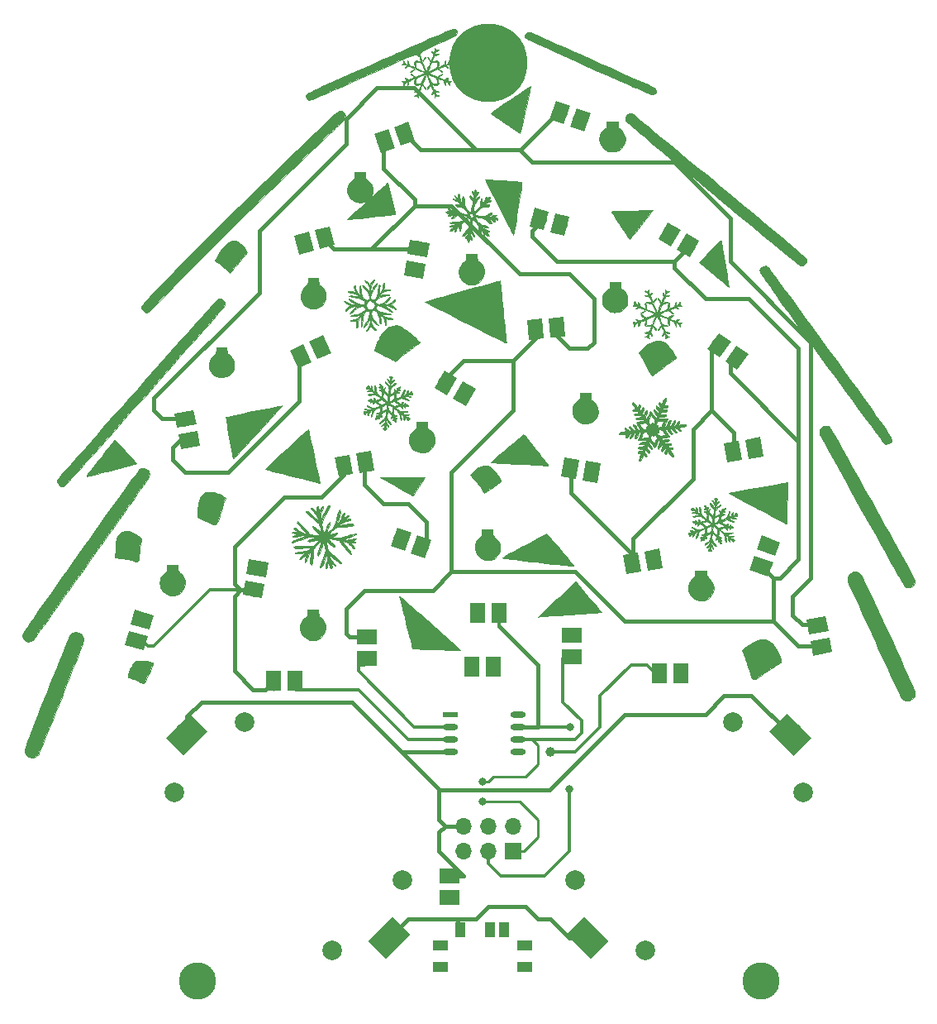
<source format=gbr>
G04 #@! TF.GenerationSoftware,KiCad,Pcbnew,(5.0.1)-rc2*
G04 #@! TF.CreationDate,2018-10-28T19:10:12+01:00*
G04 #@! TF.ProjectId,2D_xmas_tree01,32445F786D61735F7472656530312E6B,rev?*
G04 #@! TF.SameCoordinates,Original*
G04 #@! TF.FileFunction,Copper,L1,Top,Signal*
G04 #@! TF.FilePolarity,Positive*
%FSLAX46Y46*%
G04 Gerber Fmt 4.6, Leading zero omitted, Abs format (unit mm)*
G04 Created by KiCad (PCBNEW (5.0.1)-rc2) date 28.10.2018 19:10:12*
%MOMM*%
%LPD*%
G01*
G04 APERTURE LIST*
G04 #@! TA.AperFunction,EtchedComponent*
%ADD10C,0.010000*%
G04 #@! TD*
G04 #@! TA.AperFunction,ComponentPad*
%ADD11C,1.524000*%
G04 #@! TD*
G04 #@! TA.AperFunction,Conductor*
%ADD12C,0.100000*%
G04 #@! TD*
G04 #@! TA.AperFunction,ComponentPad*
%ADD13R,1.524000X2.000000*%
G04 #@! TD*
G04 #@! TA.AperFunction,ComponentPad*
%ADD14R,2.000000X1.524000*%
G04 #@! TD*
G04 #@! TA.AperFunction,ComponentPad*
%ADD15R,1.500000X1.000000*%
G04 #@! TD*
G04 #@! TA.AperFunction,ComponentPad*
%ADD16R,1.000000X1.500000*%
G04 #@! TD*
G04 #@! TA.AperFunction,ComponentPad*
%ADD17R,1.700000X1.700000*%
G04 #@! TD*
G04 #@! TA.AperFunction,ComponentPad*
%ADD18O,1.700000X1.700000*%
G04 #@! TD*
G04 #@! TA.AperFunction,ComponentPad*
%ADD19R,1.550000X0.600000*%
G04 #@! TD*
G04 #@! TA.AperFunction,ComponentPad*
%ADD20O,1.550000X0.600000*%
G04 #@! TD*
G04 #@! TA.AperFunction,ComponentPad*
%ADD21C,2.540000*%
G04 #@! TD*
G04 #@! TA.AperFunction,ComponentPad*
%ADD22C,2.000000*%
G04 #@! TD*
G04 #@! TA.AperFunction,ComponentPad*
%ADD23C,8.000000*%
G04 #@! TD*
G04 #@! TA.AperFunction,ComponentPad*
%ADD24C,0.900000*%
G04 #@! TD*
G04 #@! TA.AperFunction,ComponentPad*
%ADD25C,3.800000*%
G04 #@! TD*
G04 #@! TA.AperFunction,ViaPad*
%ADD26C,1.000000*%
G04 #@! TD*
G04 #@! TA.AperFunction,ViaPad*
%ADD27C,0.800000*%
G04 #@! TD*
G04 #@! TA.AperFunction,Conductor*
%ADD28C,0.450000*%
G04 #@! TD*
G04 #@! TA.AperFunction,Conductor*
%ADD29C,0.350000*%
G04 #@! TD*
G04 #@! TA.AperFunction,Conductor*
%ADD30C,0.250000*%
G04 #@! TD*
G04 APERTURE END LIST*
D10*
G04 #@! TO.C,G\002A\002A\002A*
G36*
X106554573Y-109724546D02*
X106797312Y-109857556D01*
X106978369Y-110070628D01*
X107070720Y-110348613D01*
X107072644Y-110365059D01*
X107074537Y-110420533D01*
X107067691Y-110490865D01*
X107049408Y-110583260D01*
X107016990Y-110704920D01*
X106967738Y-110863047D01*
X106898954Y-111064844D01*
X106807940Y-111317513D01*
X106691996Y-111628258D01*
X106548425Y-112004281D01*
X106374528Y-112452784D01*
X106167607Y-112980970D01*
X105924963Y-113596042D01*
X105643898Y-114305203D01*
X105321714Y-115115654D01*
X104955711Y-116034599D01*
X104837168Y-116332000D01*
X104512965Y-117144421D01*
X104200551Y-117925684D01*
X103903316Y-118667407D01*
X103624646Y-119361208D01*
X103367931Y-119998706D01*
X103136556Y-120571518D01*
X102933910Y-121071264D01*
X102763381Y-121489561D01*
X102628356Y-121818028D01*
X102532223Y-122048283D01*
X102478371Y-122171945D01*
X102469932Y-122188848D01*
X102285165Y-122388316D01*
X102031830Y-122510204D01*
X101749044Y-122544266D01*
X101475923Y-122480252D01*
X101435222Y-122459946D01*
X101215172Y-122272745D01*
X101076001Y-122012799D01*
X101039542Y-121798261D01*
X101057779Y-121707533D01*
X101114986Y-121523977D01*
X101212153Y-121245002D01*
X101350271Y-120868018D01*
X101530332Y-120390435D01*
X101753325Y-119809661D01*
X102020242Y-119123107D01*
X102332074Y-118328180D01*
X102689811Y-117422292D01*
X103094444Y-116402851D01*
X103312261Y-115855750D01*
X103636894Y-115041950D01*
X103949514Y-114259956D01*
X104246770Y-113518056D01*
X104525310Y-112824539D01*
X104781784Y-112187693D01*
X105012840Y-111615807D01*
X105215127Y-111117169D01*
X105385293Y-110700067D01*
X105519988Y-110372790D01*
X105615860Y-110143626D01*
X105669557Y-110020865D01*
X105678519Y-110003345D01*
X105795147Y-109884604D01*
X105965103Y-109772801D01*
X105992142Y-109759311D01*
X106277175Y-109686748D01*
X106554573Y-109724546D01*
X106554573Y-109724546D01*
G37*
X106554573Y-109724546D02*
X106797312Y-109857556D01*
X106978369Y-110070628D01*
X107070720Y-110348613D01*
X107072644Y-110365059D01*
X107074537Y-110420533D01*
X107067691Y-110490865D01*
X107049408Y-110583260D01*
X107016990Y-110704920D01*
X106967738Y-110863047D01*
X106898954Y-111064844D01*
X106807940Y-111317513D01*
X106691996Y-111628258D01*
X106548425Y-112004281D01*
X106374528Y-112452784D01*
X106167607Y-112980970D01*
X105924963Y-113596042D01*
X105643898Y-114305203D01*
X105321714Y-115115654D01*
X104955711Y-116034599D01*
X104837168Y-116332000D01*
X104512965Y-117144421D01*
X104200551Y-117925684D01*
X103903316Y-118667407D01*
X103624646Y-119361208D01*
X103367931Y-119998706D01*
X103136556Y-120571518D01*
X102933910Y-121071264D01*
X102763381Y-121489561D01*
X102628356Y-121818028D01*
X102532223Y-122048283D01*
X102478371Y-122171945D01*
X102469932Y-122188848D01*
X102285165Y-122388316D01*
X102031830Y-122510204D01*
X101749044Y-122544266D01*
X101475923Y-122480252D01*
X101435222Y-122459946D01*
X101215172Y-122272745D01*
X101076001Y-122012799D01*
X101039542Y-121798261D01*
X101057779Y-121707533D01*
X101114986Y-121523977D01*
X101212153Y-121245002D01*
X101350271Y-120868018D01*
X101530332Y-120390435D01*
X101753325Y-119809661D01*
X102020242Y-119123107D01*
X102332074Y-118328180D01*
X102689811Y-117422292D01*
X103094444Y-116402851D01*
X103312261Y-115855750D01*
X103636894Y-115041950D01*
X103949514Y-114259956D01*
X104246770Y-113518056D01*
X104525310Y-112824539D01*
X104781784Y-112187693D01*
X105012840Y-111615807D01*
X105215127Y-111117169D01*
X105385293Y-110700067D01*
X105519988Y-110372790D01*
X105615860Y-110143626D01*
X105669557Y-110020865D01*
X105678519Y-110003345D01*
X105795147Y-109884604D01*
X105965103Y-109772801D01*
X105992142Y-109759311D01*
X106277175Y-109686748D01*
X106554573Y-109724546D01*
G36*
X186279755Y-103532103D02*
X186544682Y-103640808D01*
X186659769Y-103736195D01*
X186717373Y-103826302D01*
X186825604Y-104028794D01*
X186982849Y-104340298D01*
X187187497Y-104757441D01*
X187437935Y-105276848D01*
X187732553Y-105895145D01*
X188069737Y-106608960D01*
X188447877Y-107414919D01*
X188865359Y-108309648D01*
X189320573Y-109289773D01*
X189552895Y-109791500D01*
X190010250Y-110779831D01*
X190417171Y-111659446D01*
X190776154Y-112437073D01*
X191089697Y-113119440D01*
X191360299Y-113713275D01*
X191590455Y-114225305D01*
X191782664Y-114662258D01*
X191939422Y-115030862D01*
X192063228Y-115337844D01*
X192156579Y-115589933D01*
X192221973Y-115793855D01*
X192261905Y-115956340D01*
X192278875Y-116084114D01*
X192275380Y-116183905D01*
X192253916Y-116262442D01*
X192216982Y-116326451D01*
X192167075Y-116382660D01*
X192106692Y-116437798D01*
X192041557Y-116495629D01*
X191864841Y-116635820D01*
X191703363Y-116698879D01*
X191533557Y-116710749D01*
X191326056Y-116690608D01*
X191150144Y-116643459D01*
X191119327Y-116628847D01*
X190969486Y-116514884D01*
X190887892Y-116423539D01*
X190844587Y-116342217D01*
X190753147Y-116155334D01*
X190617917Y-115872319D01*
X190443241Y-115502602D01*
X190233462Y-115055610D01*
X189992925Y-114540772D01*
X189725973Y-113967517D01*
X189436951Y-113345274D01*
X189130201Y-112683470D01*
X188810069Y-111991536D01*
X188480898Y-111278900D01*
X188147032Y-110554989D01*
X187812814Y-109829234D01*
X187482589Y-109111062D01*
X187160701Y-108409902D01*
X186851493Y-107735183D01*
X186559310Y-107096334D01*
X186288495Y-106502783D01*
X186043393Y-105963959D01*
X185828346Y-105489290D01*
X185647700Y-105088206D01*
X185505797Y-104770134D01*
X185406983Y-104544505D01*
X185355600Y-104420745D01*
X185349256Y-104401658D01*
X185358391Y-104162486D01*
X185457935Y-103913278D01*
X185625118Y-103701618D01*
X185718553Y-103629910D01*
X185991492Y-103527015D01*
X186279755Y-103532103D01*
X186279755Y-103532103D01*
G37*
X186279755Y-103532103D02*
X186544682Y-103640808D01*
X186659769Y-103736195D01*
X186717373Y-103826302D01*
X186825604Y-104028794D01*
X186982849Y-104340298D01*
X187187497Y-104757441D01*
X187437935Y-105276848D01*
X187732553Y-105895145D01*
X188069737Y-106608960D01*
X188447877Y-107414919D01*
X188865359Y-108309648D01*
X189320573Y-109289773D01*
X189552895Y-109791500D01*
X190010250Y-110779831D01*
X190417171Y-111659446D01*
X190776154Y-112437073D01*
X191089697Y-113119440D01*
X191360299Y-113713275D01*
X191590455Y-114225305D01*
X191782664Y-114662258D01*
X191939422Y-115030862D01*
X192063228Y-115337844D01*
X192156579Y-115589933D01*
X192221973Y-115793855D01*
X192261905Y-115956340D01*
X192278875Y-116084114D01*
X192275380Y-116183905D01*
X192253916Y-116262442D01*
X192216982Y-116326451D01*
X192167075Y-116382660D01*
X192106692Y-116437798D01*
X192041557Y-116495629D01*
X191864841Y-116635820D01*
X191703363Y-116698879D01*
X191533557Y-116710749D01*
X191326056Y-116690608D01*
X191150144Y-116643459D01*
X191119327Y-116628847D01*
X190969486Y-116514884D01*
X190887892Y-116423539D01*
X190844587Y-116342217D01*
X190753147Y-116155334D01*
X190617917Y-115872319D01*
X190443241Y-115502602D01*
X190233462Y-115055610D01*
X189992925Y-114540772D01*
X189725973Y-113967517D01*
X189436951Y-113345274D01*
X189130201Y-112683470D01*
X188810069Y-111991536D01*
X188480898Y-111278900D01*
X188147032Y-110554989D01*
X187812814Y-109829234D01*
X187482589Y-109111062D01*
X187160701Y-108409902D01*
X186851493Y-107735183D01*
X186559310Y-107096334D01*
X186288495Y-106502783D01*
X186043393Y-105963959D01*
X185828346Y-105489290D01*
X185647700Y-105088206D01*
X185505797Y-104770134D01*
X185406983Y-104544505D01*
X185355600Y-104420745D01*
X185349256Y-104401658D01*
X185358391Y-104162486D01*
X185457935Y-103913278D01*
X185625118Y-103701618D01*
X185718553Y-103629910D01*
X185991492Y-103527015D01*
X186279755Y-103532103D01*
G36*
X113270691Y-112632208D02*
X113557155Y-112668073D01*
X113821453Y-112719776D01*
X114035678Y-112781033D01*
X114171923Y-112845564D01*
X114206145Y-112892228D01*
X114182068Y-112981016D01*
X114115531Y-113156200D01*
X114016806Y-113394965D01*
X113896165Y-113674495D01*
X113763879Y-113971973D01*
X113630220Y-114264583D01*
X113505460Y-114529511D01*
X113399869Y-114743940D01*
X113323721Y-114885053D01*
X113288513Y-114930514D01*
X113194095Y-114903668D01*
X113031958Y-114840803D01*
X112943975Y-114802975D01*
X112744279Y-114720466D01*
X112478904Y-114618789D01*
X112202664Y-114518898D01*
X112181975Y-114511693D01*
X111949633Y-114428191D01*
X111764730Y-114356412D01*
X111659543Y-114309043D01*
X111649224Y-114302282D01*
X111645000Y-114225299D01*
X111680631Y-114061145D01*
X111746468Y-113839602D01*
X111832862Y-113590451D01*
X111930163Y-113343476D01*
X112028721Y-113128459D01*
X112030974Y-113124032D01*
X112160843Y-112896256D01*
X112292523Y-112748477D01*
X112457610Y-112664037D01*
X112687702Y-112626279D01*
X112989964Y-112618462D01*
X113270691Y-112632208D01*
X113270691Y-112632208D01*
G37*
X113270691Y-112632208D02*
X113557155Y-112668073D01*
X113821453Y-112719776D01*
X114035678Y-112781033D01*
X114171923Y-112845564D01*
X114206145Y-112892228D01*
X114182068Y-112981016D01*
X114115531Y-113156200D01*
X114016806Y-113394965D01*
X113896165Y-113674495D01*
X113763879Y-113971973D01*
X113630220Y-114264583D01*
X113505460Y-114529511D01*
X113399869Y-114743940D01*
X113323721Y-114885053D01*
X113288513Y-114930514D01*
X113194095Y-114903668D01*
X113031958Y-114840803D01*
X112943975Y-114802975D01*
X112744279Y-114720466D01*
X112478904Y-114618789D01*
X112202664Y-114518898D01*
X112181975Y-114511693D01*
X111949633Y-114428191D01*
X111764730Y-114356412D01*
X111659543Y-114309043D01*
X111649224Y-114302282D01*
X111645000Y-114225299D01*
X111680631Y-114061145D01*
X111746468Y-113839602D01*
X111832862Y-113590451D01*
X111930163Y-113343476D01*
X112028721Y-113128459D01*
X112030974Y-113124032D01*
X112160843Y-112896256D01*
X112292523Y-112748477D01*
X112457610Y-112664037D01*
X112687702Y-112626279D01*
X112989964Y-112618462D01*
X113270691Y-112632208D01*
G36*
X176921901Y-110466688D02*
X177196453Y-110566095D01*
X177461246Y-110703990D01*
X177664373Y-110856950D01*
X177685152Y-110878471D01*
X177841275Y-111077981D01*
X178002570Y-111333027D01*
X178159301Y-111621211D01*
X178301736Y-111920133D01*
X178420138Y-112207395D01*
X178504774Y-112460597D01*
X178545910Y-112657341D01*
X178533811Y-112775228D01*
X178517044Y-112792675D01*
X178431544Y-112843528D01*
X178262974Y-112943729D01*
X178037449Y-113077757D01*
X177832500Y-113199541D01*
X177529345Y-113388028D01*
X177174095Y-113621748D01*
X176815148Y-113868285D01*
X176553741Y-114055990D01*
X176299217Y-114240211D01*
X176079949Y-114392491D01*
X175916609Y-114498944D01*
X175829868Y-114545680D01*
X175823491Y-114546633D01*
X175717745Y-114524827D01*
X175668158Y-114512256D01*
X175596358Y-114434742D01*
X175507480Y-114241986D01*
X175405986Y-113943908D01*
X175392862Y-113900497D01*
X175303452Y-113615351D01*
X175184179Y-113254716D01*
X175049714Y-112862039D01*
X174914727Y-112480765D01*
X174896319Y-112429935D01*
X174574479Y-111544120D01*
X174841087Y-111314500D01*
X175213042Y-111030284D01*
X175614218Y-110785800D01*
X176015702Y-110594895D01*
X176388577Y-110471421D01*
X176689500Y-110429193D01*
X176921901Y-110466688D01*
X176921901Y-110466688D01*
G37*
X176921901Y-110466688D02*
X177196453Y-110566095D01*
X177461246Y-110703990D01*
X177664373Y-110856950D01*
X177685152Y-110878471D01*
X177841275Y-111077981D01*
X178002570Y-111333027D01*
X178159301Y-111621211D01*
X178301736Y-111920133D01*
X178420138Y-112207395D01*
X178504774Y-112460597D01*
X178545910Y-112657341D01*
X178533811Y-112775228D01*
X178517044Y-112792675D01*
X178431544Y-112843528D01*
X178262974Y-112943729D01*
X178037449Y-113077757D01*
X177832500Y-113199541D01*
X177529345Y-113388028D01*
X177174095Y-113621748D01*
X176815148Y-113868285D01*
X176553741Y-114055990D01*
X176299217Y-114240211D01*
X176079949Y-114392491D01*
X175916609Y-114498944D01*
X175829868Y-114545680D01*
X175823491Y-114546633D01*
X175717745Y-114524827D01*
X175668158Y-114512256D01*
X175596358Y-114434742D01*
X175507480Y-114241986D01*
X175405986Y-113943908D01*
X175392862Y-113900497D01*
X175303452Y-113615351D01*
X175184179Y-113254716D01*
X175049714Y-112862039D01*
X174914727Y-112480765D01*
X174896319Y-112429935D01*
X174574479Y-111544120D01*
X174841087Y-111314500D01*
X175213042Y-111030284D01*
X175614218Y-110785800D01*
X176015702Y-110594895D01*
X176388577Y-110471421D01*
X176689500Y-110429193D01*
X176921901Y-110466688D01*
G36*
X139489558Y-106035857D02*
X139624285Y-106148614D01*
X139834374Y-106328518D01*
X140110046Y-106566954D01*
X140441522Y-106855308D01*
X140819024Y-107184964D01*
X141232773Y-107547309D01*
X141672990Y-107933728D01*
X142129897Y-108335606D01*
X142593714Y-108744329D01*
X143054662Y-109151282D01*
X143502964Y-109547851D01*
X143928840Y-109925420D01*
X144322511Y-110275376D01*
X144674199Y-110589104D01*
X144974125Y-110857989D01*
X145212509Y-111073417D01*
X145379575Y-111226773D01*
X145446664Y-111290432D01*
X145583316Y-111431598D01*
X145662862Y-111528651D01*
X145668914Y-111559965D01*
X145593306Y-111555899D01*
X145405071Y-111548449D01*
X145118523Y-111538106D01*
X144747975Y-111525362D01*
X144307743Y-111510706D01*
X143812139Y-111494631D01*
X143275478Y-111477628D01*
X143209387Y-111475561D01*
X142670760Y-111458071D01*
X142173197Y-111440634D01*
X141730704Y-111423838D01*
X141357285Y-111408270D01*
X141066945Y-111394520D01*
X140873690Y-111383174D01*
X140791523Y-111374821D01*
X140789719Y-111373971D01*
X140767995Y-111306722D01*
X140720001Y-111132294D01*
X140649574Y-110865978D01*
X140560556Y-110523064D01*
X140456785Y-110118844D01*
X140342102Y-109668607D01*
X140220346Y-109187644D01*
X140095356Y-108691246D01*
X139970972Y-108194704D01*
X139851035Y-107713308D01*
X139739383Y-107262348D01*
X139639856Y-106857116D01*
X139556293Y-106512902D01*
X139492536Y-106244997D01*
X139452422Y-106068690D01*
X139439792Y-105999274D01*
X139439971Y-105998861D01*
X139489558Y-106035857D01*
X139489558Y-106035857D01*
G37*
X139489558Y-106035857D02*
X139624285Y-106148614D01*
X139834374Y-106328518D01*
X140110046Y-106566954D01*
X140441522Y-106855308D01*
X140819024Y-107184964D01*
X141232773Y-107547309D01*
X141672990Y-107933728D01*
X142129897Y-108335606D01*
X142593714Y-108744329D01*
X143054662Y-109151282D01*
X143502964Y-109547851D01*
X143928840Y-109925420D01*
X144322511Y-110275376D01*
X144674199Y-110589104D01*
X144974125Y-110857989D01*
X145212509Y-111073417D01*
X145379575Y-111226773D01*
X145446664Y-111290432D01*
X145583316Y-111431598D01*
X145662862Y-111528651D01*
X145668914Y-111559965D01*
X145593306Y-111555899D01*
X145405071Y-111548449D01*
X145118523Y-111538106D01*
X144747975Y-111525362D01*
X144307743Y-111510706D01*
X143812139Y-111494631D01*
X143275478Y-111477628D01*
X143209387Y-111475561D01*
X142670760Y-111458071D01*
X142173197Y-111440634D01*
X141730704Y-111423838D01*
X141357285Y-111408270D01*
X141066945Y-111394520D01*
X140873690Y-111383174D01*
X140791523Y-111374821D01*
X140789719Y-111373971D01*
X140767995Y-111306722D01*
X140720001Y-111132294D01*
X140649574Y-110865978D01*
X140560556Y-110523064D01*
X140456785Y-110118844D01*
X140342102Y-109668607D01*
X140220346Y-109187644D01*
X140095356Y-108691246D01*
X139970972Y-108194704D01*
X139851035Y-107713308D01*
X139739383Y-107262348D01*
X139639856Y-106857116D01*
X139556293Y-106512902D01*
X139492536Y-106244997D01*
X139452422Y-106068690D01*
X139439792Y-105999274D01*
X139439971Y-105998861D01*
X139489558Y-106035857D01*
G36*
X113451075Y-92959461D02*
X113637975Y-93096745D01*
X113772458Y-93287664D01*
X113833731Y-93514822D01*
X113800999Y-93760821D01*
X113758084Y-93858447D01*
X113705490Y-93939690D01*
X113584229Y-94116682D01*
X113399124Y-94382662D01*
X113155000Y-94730864D01*
X112856683Y-95154525D01*
X112508997Y-95646883D01*
X112116767Y-96201174D01*
X111684817Y-96810634D01*
X111217972Y-97468500D01*
X110721057Y-98168009D01*
X110198897Y-98902396D01*
X109656316Y-99664900D01*
X109098139Y-100448756D01*
X108529191Y-101247201D01*
X107954297Y-102053472D01*
X107378282Y-102860805D01*
X106805969Y-103662436D01*
X106242184Y-104451604D01*
X105691752Y-105221543D01*
X105159497Y-105965490D01*
X104650244Y-106676683D01*
X104168818Y-107348358D01*
X103720044Y-107973751D01*
X103308746Y-108546099D01*
X102939749Y-109058639D01*
X102617877Y-109504607D01*
X102347956Y-109877240D01*
X102134811Y-110169774D01*
X101983265Y-110375446D01*
X101898144Y-110487493D01*
X101882472Y-110505875D01*
X101643670Y-110648509D01*
X101375503Y-110672015D01*
X101117391Y-110585272D01*
X100947812Y-110428536D01*
X100839510Y-110201314D01*
X100815823Y-109954321D01*
X100818277Y-109935260D01*
X100857070Y-109866720D01*
X100964956Y-109701566D01*
X101137185Y-109446506D01*
X101369003Y-109108249D01*
X101655659Y-108693503D01*
X101992401Y-108208978D01*
X102374477Y-107661381D01*
X102797133Y-107057422D01*
X103255619Y-106403810D01*
X103745181Y-105707253D01*
X104261068Y-104974459D01*
X104798528Y-104212138D01*
X105352808Y-103426997D01*
X105919156Y-102625747D01*
X106492820Y-101815095D01*
X107069048Y-101001751D01*
X107643087Y-100192423D01*
X108210186Y-99393819D01*
X108765592Y-98612648D01*
X109304554Y-97855620D01*
X109822318Y-97129442D01*
X110314133Y-96440824D01*
X110775246Y-95796474D01*
X111200906Y-95203101D01*
X111586360Y-94667414D01*
X111926856Y-94196121D01*
X112217642Y-93795930D01*
X112453966Y-93473552D01*
X112631075Y-93235694D01*
X112744218Y-93089065D01*
X112783814Y-93043375D01*
X113003201Y-92915379D01*
X113232553Y-92893206D01*
X113451075Y-92959461D01*
X113451075Y-92959461D01*
G37*
X113451075Y-92959461D02*
X113637975Y-93096745D01*
X113772458Y-93287664D01*
X113833731Y-93514822D01*
X113800999Y-93760821D01*
X113758084Y-93858447D01*
X113705490Y-93939690D01*
X113584229Y-94116682D01*
X113399124Y-94382662D01*
X113155000Y-94730864D01*
X112856683Y-95154525D01*
X112508997Y-95646883D01*
X112116767Y-96201174D01*
X111684817Y-96810634D01*
X111217972Y-97468500D01*
X110721057Y-98168009D01*
X110198897Y-98902396D01*
X109656316Y-99664900D01*
X109098139Y-100448756D01*
X108529191Y-101247201D01*
X107954297Y-102053472D01*
X107378282Y-102860805D01*
X106805969Y-103662436D01*
X106242184Y-104451604D01*
X105691752Y-105221543D01*
X105159497Y-105965490D01*
X104650244Y-106676683D01*
X104168818Y-107348358D01*
X103720044Y-107973751D01*
X103308746Y-108546099D01*
X102939749Y-109058639D01*
X102617877Y-109504607D01*
X102347956Y-109877240D01*
X102134811Y-110169774D01*
X101983265Y-110375446D01*
X101898144Y-110487493D01*
X101882472Y-110505875D01*
X101643670Y-110648509D01*
X101375503Y-110672015D01*
X101117391Y-110585272D01*
X100947812Y-110428536D01*
X100839510Y-110201314D01*
X100815823Y-109954321D01*
X100818277Y-109935260D01*
X100857070Y-109866720D01*
X100964956Y-109701566D01*
X101137185Y-109446506D01*
X101369003Y-109108249D01*
X101655659Y-108693503D01*
X101992401Y-108208978D01*
X102374477Y-107661381D01*
X102797133Y-107057422D01*
X103255619Y-106403810D01*
X103745181Y-105707253D01*
X104261068Y-104974459D01*
X104798528Y-104212138D01*
X105352808Y-103426997D01*
X105919156Y-102625747D01*
X106492820Y-101815095D01*
X107069048Y-101001751D01*
X107643087Y-100192423D01*
X108210186Y-99393819D01*
X108765592Y-98612648D01*
X109304554Y-97855620D01*
X109822318Y-97129442D01*
X110314133Y-96440824D01*
X110775246Y-95796474D01*
X111200906Y-95203101D01*
X111586360Y-94667414D01*
X111926856Y-94196121D01*
X112217642Y-93795930D01*
X112453966Y-93473552D01*
X112631075Y-93235694D01*
X112744218Y-93089065D01*
X112783814Y-93043375D01*
X113003201Y-92915379D01*
X113232553Y-92893206D01*
X113451075Y-92959461D01*
G36*
X130572625Y-107391902D02*
X131128250Y-107410250D01*
X131147028Y-107731648D01*
X131168877Y-107934195D01*
X131218835Y-108055876D01*
X131318788Y-108142669D01*
X131352526Y-108163346D01*
X131578087Y-108362643D01*
X131754684Y-108647274D01*
X131863093Y-108979107D01*
X131888133Y-109225803D01*
X131829516Y-109600991D01*
X131666997Y-109932580D01*
X131420572Y-110204865D01*
X131110236Y-110402143D01*
X130755987Y-110508708D01*
X130377821Y-110508855D01*
X130278826Y-110489708D01*
X130093663Y-110420718D01*
X129882316Y-110307100D01*
X129808231Y-110258248D01*
X129543795Y-110002150D01*
X129370231Y-109688454D01*
X129287989Y-109342552D01*
X129297519Y-108989838D01*
X129399271Y-108655704D01*
X129593696Y-108365543D01*
X129771949Y-108211184D01*
X129913339Y-108103617D01*
X129984956Y-108002362D01*
X130010843Y-107857701D01*
X130014590Y-107709402D01*
X130017000Y-107373555D01*
X130572625Y-107391902D01*
X130572625Y-107391902D01*
G37*
X130572625Y-107391902D02*
X131128250Y-107410250D01*
X131147028Y-107731648D01*
X131168877Y-107934195D01*
X131218835Y-108055876D01*
X131318788Y-108142669D01*
X131352526Y-108163346D01*
X131578087Y-108362643D01*
X131754684Y-108647274D01*
X131863093Y-108979107D01*
X131888133Y-109225803D01*
X131829516Y-109600991D01*
X131666997Y-109932580D01*
X131420572Y-110204865D01*
X131110236Y-110402143D01*
X130755987Y-110508708D01*
X130377821Y-110508855D01*
X130278826Y-110489708D01*
X130093663Y-110420718D01*
X129882316Y-110307100D01*
X129808231Y-110258248D01*
X129543795Y-110002150D01*
X129370231Y-109688454D01*
X129287989Y-109342552D01*
X129297519Y-108989838D01*
X129399271Y-108655704D01*
X129593696Y-108365543D01*
X129771949Y-108211184D01*
X129913339Y-108103617D01*
X129984956Y-108002362D01*
X130010843Y-107857701D01*
X130014590Y-107709402D01*
X130017000Y-107373555D01*
X130572625Y-107391902D01*
G36*
X158841120Y-106087493D02*
X159164862Y-106464661D01*
X159459430Y-106810120D01*
X159715215Y-107112423D01*
X159922610Y-107360122D01*
X160072007Y-107541768D01*
X160153797Y-107645913D01*
X160166359Y-107666526D01*
X160101220Y-107674183D01*
X159921736Y-107689023D01*
X159640307Y-107710170D01*
X159269331Y-107736752D01*
X158821208Y-107767895D01*
X158308338Y-107802725D01*
X157743119Y-107840369D01*
X157137951Y-107879952D01*
X157131500Y-107880370D01*
X156516187Y-107920494D01*
X155932617Y-107959006D01*
X155394472Y-107994971D01*
X154915438Y-108027453D01*
X154509197Y-108055517D01*
X154189435Y-108078228D01*
X153969834Y-108094650D01*
X153866847Y-108103529D01*
X153618445Y-108131172D01*
X153866847Y-107891157D01*
X153971025Y-107792466D01*
X154156040Y-107619299D01*
X154409377Y-107383285D01*
X154718522Y-107096052D01*
X155070959Y-106769232D01*
X155454173Y-106414453D01*
X155806261Y-106088965D01*
X157497273Y-104526788D01*
X158841120Y-106087493D01*
X158841120Y-106087493D01*
G37*
X158841120Y-106087493D02*
X159164862Y-106464661D01*
X159459430Y-106810120D01*
X159715215Y-107112423D01*
X159922610Y-107360122D01*
X160072007Y-107541768D01*
X160153797Y-107645913D01*
X160166359Y-107666526D01*
X160101220Y-107674183D01*
X159921736Y-107689023D01*
X159640307Y-107710170D01*
X159269331Y-107736752D01*
X158821208Y-107767895D01*
X158308338Y-107802725D01*
X157743119Y-107840369D01*
X157137951Y-107879952D01*
X157131500Y-107880370D01*
X156516187Y-107920494D01*
X155932617Y-107959006D01*
X155394472Y-107994971D01*
X154915438Y-108027453D01*
X154509197Y-108055517D01*
X154189435Y-108078228D01*
X153969834Y-108094650D01*
X153866847Y-108103529D01*
X153618445Y-108131172D01*
X153866847Y-107891157D01*
X153971025Y-107792466D01*
X154156040Y-107619299D01*
X154409377Y-107383285D01*
X154718522Y-107096052D01*
X155070959Y-106769232D01*
X155454173Y-106414453D01*
X155806261Y-106088965D01*
X157497273Y-104526788D01*
X158841120Y-106087493D01*
G36*
X170911000Y-103663546D02*
X170920164Y-103826996D01*
X170961929Y-103953489D01*
X171057702Y-104083381D01*
X171222582Y-104250921D01*
X171452454Y-104510560D01*
X171585126Y-104757766D01*
X171609586Y-104835832D01*
X171656407Y-105227995D01*
X171592834Y-105590327D01*
X171434474Y-105908893D01*
X171196936Y-106169761D01*
X170895825Y-106358998D01*
X170546748Y-106462671D01*
X170165315Y-106466846D01*
X169863250Y-106394854D01*
X169569341Y-106230360D01*
X169320684Y-105975839D01*
X169136103Y-105663335D01*
X169034424Y-105324889D01*
X169034469Y-104992545D01*
X169035651Y-104986104D01*
X169129840Y-104666597D01*
X169294897Y-104403222D01*
X169512334Y-104187906D01*
X169665291Y-104044635D01*
X169741190Y-103922396D01*
X169766285Y-103768365D01*
X169768000Y-103673533D01*
X169768000Y-103378000D01*
X170911000Y-103378000D01*
X170911000Y-103663546D01*
X170911000Y-103663546D01*
G37*
X170911000Y-103663546D02*
X170920164Y-103826996D01*
X170961929Y-103953489D01*
X171057702Y-104083381D01*
X171222582Y-104250921D01*
X171452454Y-104510560D01*
X171585126Y-104757766D01*
X171609586Y-104835832D01*
X171656407Y-105227995D01*
X171592834Y-105590327D01*
X171434474Y-105908893D01*
X171196936Y-106169761D01*
X170895825Y-106358998D01*
X170546748Y-106462671D01*
X170165315Y-106466846D01*
X169863250Y-106394854D01*
X169569341Y-106230360D01*
X169320684Y-105975839D01*
X169136103Y-105663335D01*
X169034424Y-105324889D01*
X169034469Y-104992545D01*
X169035651Y-104986104D01*
X169129840Y-104666597D01*
X169294897Y-104403222D01*
X169512334Y-104187906D01*
X169665291Y-104044635D01*
X169741190Y-103922396D01*
X169766285Y-103768365D01*
X169768000Y-103673533D01*
X169768000Y-103378000D01*
X170911000Y-103378000D01*
X170911000Y-103663546D01*
G36*
X116745901Y-103139875D02*
X116753485Y-103341711D01*
X116787923Y-103460413D01*
X116867677Y-103539568D01*
X116931797Y-103578779D01*
X117174875Y-103784876D01*
X117358319Y-104074240D01*
X117470125Y-104412408D01*
X117498291Y-104764917D01*
X117445910Y-105054960D01*
X117271017Y-105395206D01*
X117007866Y-105664272D01*
X116680661Y-105849987D01*
X116313602Y-105940181D01*
X115930890Y-105922685D01*
X115791502Y-105886906D01*
X115482805Y-105733150D01*
X115201237Y-105493489D01*
X114993112Y-105207562D01*
X114989390Y-105200433D01*
X114917503Y-104964935D01*
X114894427Y-104667401D01*
X114920422Y-104363151D01*
X114984364Y-104133143D01*
X115088393Y-103963056D01*
X115252518Y-103771871D01*
X115373241Y-103659321D01*
X115538082Y-103513293D01*
X115625728Y-103398609D01*
X115660307Y-103270042D01*
X115666000Y-103110553D01*
X115666000Y-102806500D01*
X116745500Y-102806500D01*
X116745901Y-103139875D01*
X116745901Y-103139875D01*
G37*
X116745901Y-103139875D02*
X116753485Y-103341711D01*
X116787923Y-103460413D01*
X116867677Y-103539568D01*
X116931797Y-103578779D01*
X117174875Y-103784876D01*
X117358319Y-104074240D01*
X117470125Y-104412408D01*
X117498291Y-104764917D01*
X117445910Y-105054960D01*
X117271017Y-105395206D01*
X117007866Y-105664272D01*
X116680661Y-105849987D01*
X116313602Y-105940181D01*
X115930890Y-105922685D01*
X115791502Y-105886906D01*
X115482805Y-105733150D01*
X115201237Y-105493489D01*
X114993112Y-105207562D01*
X114989390Y-105200433D01*
X114917503Y-104964935D01*
X114894427Y-104667401D01*
X114920422Y-104363151D01*
X114984364Y-104133143D01*
X115088393Y-103963056D01*
X115252518Y-103771871D01*
X115373241Y-103659321D01*
X115538082Y-103513293D01*
X115625728Y-103398609D01*
X115660307Y-103270042D01*
X115666000Y-103110553D01*
X115666000Y-102806500D01*
X116745500Y-102806500D01*
X116745901Y-103139875D01*
G36*
X183345788Y-88613973D02*
X183516088Y-88688305D01*
X183524857Y-88695036D01*
X183566451Y-88758553D01*
X183665316Y-88925369D01*
X183817116Y-89187729D01*
X184017517Y-89537874D01*
X184262183Y-89968048D01*
X184546779Y-90470493D01*
X184866970Y-91037452D01*
X185218420Y-91661169D01*
X185596795Y-92333886D01*
X185997759Y-93047845D01*
X186416977Y-93795290D01*
X186850114Y-94568464D01*
X187292835Y-95359610D01*
X187740805Y-96160969D01*
X188189687Y-96964786D01*
X188635148Y-97763303D01*
X189072851Y-98548762D01*
X189498463Y-99313408D01*
X189907647Y-100049481D01*
X190296068Y-100749227D01*
X190659391Y-101404886D01*
X190993282Y-102008703D01*
X191293404Y-102552919D01*
X191555422Y-103029778D01*
X191775002Y-103431523D01*
X191947808Y-103750397D01*
X192069506Y-103978642D01*
X192110721Y-104058095D01*
X192225337Y-104358919D01*
X192231069Y-104611646D01*
X192127068Y-104834946D01*
X192072375Y-104901155D01*
X191839801Y-105075112D01*
X191577078Y-105128772D01*
X191317941Y-105066986D01*
X191284540Y-105044921D01*
X191241418Y-105001625D01*
X191185501Y-104931742D01*
X191113713Y-104829917D01*
X191022980Y-104690793D01*
X190910227Y-104509016D01*
X190772379Y-104279228D01*
X190606362Y-103996076D01*
X190409100Y-103654202D01*
X190177518Y-103248251D01*
X189908542Y-102772867D01*
X189599096Y-102222696D01*
X189246107Y-101592380D01*
X188846498Y-100876564D01*
X188397196Y-100069893D01*
X187895125Y-99167011D01*
X187337210Y-98162562D01*
X186850767Y-97286171D01*
X186341539Y-96368112D01*
X185848685Y-95478785D01*
X185375790Y-94624696D01*
X184926439Y-93812353D01*
X184504217Y-93048264D01*
X184112710Y-92338936D01*
X183755502Y-91690876D01*
X183436178Y-91110592D01*
X183158324Y-90604591D01*
X182925525Y-90179380D01*
X182741365Y-89841468D01*
X182609430Y-89597361D01*
X182533306Y-89453567D01*
X182515506Y-89417123D01*
X182478527Y-89160540D01*
X182548963Y-88923100D01*
X182707432Y-88731162D01*
X182934554Y-88611084D01*
X183128147Y-88583911D01*
X183345788Y-88613973D01*
X183345788Y-88613973D01*
G37*
X183345788Y-88613973D02*
X183516088Y-88688305D01*
X183524857Y-88695036D01*
X183566451Y-88758553D01*
X183665316Y-88925369D01*
X183817116Y-89187729D01*
X184017517Y-89537874D01*
X184262183Y-89968048D01*
X184546779Y-90470493D01*
X184866970Y-91037452D01*
X185218420Y-91661169D01*
X185596795Y-92333886D01*
X185997759Y-93047845D01*
X186416977Y-93795290D01*
X186850114Y-94568464D01*
X187292835Y-95359610D01*
X187740805Y-96160969D01*
X188189687Y-96964786D01*
X188635148Y-97763303D01*
X189072851Y-98548762D01*
X189498463Y-99313408D01*
X189907647Y-100049481D01*
X190296068Y-100749227D01*
X190659391Y-101404886D01*
X190993282Y-102008703D01*
X191293404Y-102552919D01*
X191555422Y-103029778D01*
X191775002Y-103431523D01*
X191947808Y-103750397D01*
X192069506Y-103978642D01*
X192110721Y-104058095D01*
X192225337Y-104358919D01*
X192231069Y-104611646D01*
X192127068Y-104834946D01*
X192072375Y-104901155D01*
X191839801Y-105075112D01*
X191577078Y-105128772D01*
X191317941Y-105066986D01*
X191284540Y-105044921D01*
X191241418Y-105001625D01*
X191185501Y-104931742D01*
X191113713Y-104829917D01*
X191022980Y-104690793D01*
X190910227Y-104509016D01*
X190772379Y-104279228D01*
X190606362Y-103996076D01*
X190409100Y-103654202D01*
X190177518Y-103248251D01*
X189908542Y-102772867D01*
X189599096Y-102222696D01*
X189246107Y-101592380D01*
X188846498Y-100876564D01*
X188397196Y-100069893D01*
X187895125Y-99167011D01*
X187337210Y-98162562D01*
X186850767Y-97286171D01*
X186341539Y-96368112D01*
X185848685Y-95478785D01*
X185375790Y-94624696D01*
X184926439Y-93812353D01*
X184504217Y-93048264D01*
X184112710Y-92338936D01*
X183755502Y-91690876D01*
X183436178Y-91110592D01*
X183158324Y-90604591D01*
X182925525Y-90179380D01*
X182741365Y-89841468D01*
X182609430Y-89597361D01*
X182533306Y-89453567D01*
X182515506Y-89417123D01*
X182478527Y-89160540D01*
X182548963Y-88923100D01*
X182707432Y-88731162D01*
X182934554Y-88611084D01*
X183128147Y-88583911D01*
X183345788Y-88613973D01*
G36*
X132292776Y-96722819D02*
X132303000Y-96732948D01*
X132277192Y-96795055D01*
X132206064Y-96951365D01*
X132099057Y-97181493D01*
X131965613Y-97465056D01*
X131890250Y-97624037D01*
X131745890Y-97933971D01*
X131623556Y-98208295D01*
X131532914Y-98424409D01*
X131483629Y-98559712D01*
X131477500Y-98589178D01*
X131491920Y-98728633D01*
X131529130Y-98921150D01*
X131580050Y-99132539D01*
X131635602Y-99328609D01*
X131686709Y-99475170D01*
X131724292Y-99538034D01*
X131729326Y-99537593D01*
X131772045Y-99466906D01*
X131842054Y-99305519D01*
X131926772Y-99083309D01*
X131959852Y-98990147D01*
X132081534Y-98678720D01*
X132187864Y-98489874D01*
X132281117Y-98420420D01*
X132346818Y-98447652D01*
X132341723Y-98519815D01*
X132294380Y-98677890D01*
X132214236Y-98891782D01*
X132185330Y-98962047D01*
X132092034Y-99192386D01*
X132022002Y-99380679D01*
X131987266Y-99494082D01*
X131985500Y-99507503D01*
X132028165Y-99501214D01*
X132141659Y-99423505D01*
X132304230Y-99289892D01*
X132361255Y-99239489D01*
X132521170Y-99093001D01*
X132634559Y-98972283D01*
X132717770Y-98847315D01*
X132787149Y-98688077D01*
X132859042Y-98464548D01*
X132942837Y-98171412D01*
X133054116Y-97784259D01*
X133140143Y-97506237D01*
X133206460Y-97323270D01*
X133258610Y-97221278D01*
X133302137Y-97186184D01*
X133328285Y-97192488D01*
X133376507Y-97283572D01*
X133366432Y-97466272D01*
X133296988Y-97747558D01*
X133195958Y-98053939D01*
X133115848Y-98292276D01*
X133060108Y-98481754D01*
X133036868Y-98593547D01*
X133038972Y-98610639D01*
X133106423Y-98601156D01*
X133207243Y-98494071D01*
X133327240Y-98309542D01*
X133452226Y-98067726D01*
X133505096Y-97948486D01*
X133604441Y-97732525D01*
X133695779Y-97567570D01*
X133761474Y-97484934D01*
X133768107Y-97481547D01*
X133806538Y-97475328D01*
X133819678Y-97506142D01*
X133804925Y-97597986D01*
X133759675Y-97774855D01*
X133720865Y-97917000D01*
X133677237Y-98075750D01*
X133906632Y-97901125D01*
X134102279Y-97770088D01*
X134226013Y-97721616D01*
X134268133Y-97751127D01*
X134218941Y-97854037D01*
X134100869Y-97992900D01*
X134002716Y-98113653D01*
X134008586Y-98165065D01*
X134120526Y-98148942D01*
X134233368Y-98109926D01*
X134368031Y-98085179D01*
X134435462Y-98119640D01*
X134409933Y-98194206D01*
X134381925Y-98220236D01*
X134279608Y-98268117D01*
X134097963Y-98325044D01*
X133940924Y-98363909D01*
X133616545Y-98472859D01*
X133415553Y-98614139D01*
X133252508Y-98784321D01*
X133936629Y-98674600D01*
X134247173Y-98627393D01*
X134457183Y-98603622D01*
X134590808Y-98602591D01*
X134672198Y-98623600D01*
X134712220Y-98652178D01*
X134771920Y-98737955D01*
X134768652Y-98774514D01*
X134688349Y-98800072D01*
X134512259Y-98830288D01*
X134271339Y-98861746D01*
X133996543Y-98891030D01*
X133718830Y-98914725D01*
X133469154Y-98929416D01*
X133336660Y-98932518D01*
X133168788Y-98938238D01*
X133039274Y-98966361D01*
X132913147Y-99034199D01*
X132755435Y-99159064D01*
X132598090Y-99298125D01*
X132417008Y-99464211D01*
X132281483Y-99595489D01*
X132212200Y-99671609D01*
X132207739Y-99682143D01*
X132273030Y-99678661D01*
X132427591Y-99651146D01*
X132627360Y-99607936D01*
X132842031Y-99564686D01*
X133006981Y-99543149D01*
X133082509Y-99547071D01*
X133104073Y-99610053D01*
X133023808Y-99690439D01*
X132862521Y-99772632D01*
X132715696Y-99822014D01*
X132555586Y-99878177D01*
X132468776Y-99931282D01*
X132463571Y-99951946D01*
X132538446Y-99984475D01*
X132702678Y-100019139D01*
X132896246Y-100045522D01*
X133074276Y-100059579D01*
X133236551Y-100056237D01*
X133413242Y-100030181D01*
X133634520Y-99976096D01*
X133930556Y-99888667D01*
X134117006Y-99830482D01*
X134449769Y-99731065D01*
X134718783Y-99661426D01*
X134905681Y-99625783D01*
X134992098Y-99628349D01*
X134993284Y-99629384D01*
X134996423Y-99673923D01*
X134919329Y-99731962D01*
X134750850Y-99808749D01*
X134479834Y-99909534D01*
X134184815Y-100009934D01*
X133950886Y-100095882D01*
X133835029Y-100160141D01*
X133830867Y-100206357D01*
X133835565Y-100209637D01*
X134028339Y-100261673D01*
X134306121Y-100233209D01*
X134543476Y-100166119D01*
X134740639Y-100111373D01*
X134902753Y-100087633D01*
X134951662Y-100090322D01*
X135004696Y-100118641D01*
X134963210Y-100172939D01*
X134852459Y-100247887D01*
X134722345Y-100334623D01*
X134691058Y-100382120D01*
X134747539Y-100414808D01*
X134773084Y-100423213D01*
X134892583Y-100485054D01*
X134899687Y-100541831D01*
X134807929Y-100572013D01*
X134684250Y-100564550D01*
X134538250Y-100547183D01*
X134464262Y-100550761D01*
X134462000Y-100554032D01*
X134500120Y-100612409D01*
X134596998Y-100731943D01*
X134661940Y-100807300D01*
X134776896Y-100962208D01*
X134814004Y-101069088D01*
X134804284Y-101092615D01*
X134748906Y-101122926D01*
X134678503Y-101096213D01*
X134574487Y-100998193D01*
X134418269Y-100814582D01*
X134378275Y-100765279D01*
X134190182Y-100564558D01*
X134015411Y-100456549D01*
X133913565Y-100427810D01*
X133756395Y-100407860D01*
X133661407Y-100413516D01*
X133654757Y-100417575D01*
X133678086Y-100477218D01*
X133767255Y-100610928D01*
X133906225Y-100795694D01*
X134000565Y-100913795D01*
X134175671Y-101133735D01*
X134325579Y-101331232D01*
X134427472Y-101475833D01*
X134452069Y-101516450D01*
X134518163Y-101667256D01*
X134513893Y-101729849D01*
X134450030Y-101713723D01*
X134337342Y-101628373D01*
X134186598Y-101483291D01*
X134008567Y-101287972D01*
X133814019Y-101051909D01*
X133613723Y-100784597D01*
X133599992Y-100765280D01*
X133256132Y-100279810D01*
X132678062Y-100173575D01*
X132423163Y-100129843D01*
X132219629Y-100100786D01*
X132096523Y-100090261D01*
X132073929Y-100093404D01*
X132105877Y-100143858D01*
X132213845Y-100254819D01*
X132376695Y-100405003D01*
X132429432Y-100451344D01*
X132647930Y-100658080D01*
X132777266Y-100818021D01*
X132812525Y-100922944D01*
X132748790Y-100964626D01*
X132736551Y-100965000D01*
X132655867Y-100925726D01*
X132510083Y-100821810D01*
X132328006Y-100674112D01*
X132292051Y-100643139D01*
X132118848Y-100499523D01*
X131989031Y-100405276D01*
X131925070Y-100376292D01*
X131922000Y-100381350D01*
X131935187Y-100469104D01*
X131969943Y-100644406D01*
X132019055Y-100871105D01*
X132024700Y-100896191D01*
X132079815Y-101121505D01*
X132139017Y-101281117D01*
X132226617Y-101413242D01*
X132366932Y-101556094D01*
X132544780Y-101713605D01*
X132875463Y-102002028D01*
X133120544Y-102219430D01*
X133291096Y-102377147D01*
X133398192Y-102486516D01*
X133452908Y-102558874D01*
X133466316Y-102605555D01*
X133449490Y-102637898D01*
X133448572Y-102638827D01*
X133409136Y-102663592D01*
X133354163Y-102656753D01*
X133267821Y-102607437D01*
X133134280Y-102504774D01*
X132937709Y-102337892D01*
X132677142Y-102109062D01*
X132283308Y-101760874D01*
X132329482Y-102013812D01*
X132416529Y-102249176D01*
X132601700Y-102496402D01*
X132656828Y-102554681D01*
X132822993Y-102739797D01*
X132915375Y-102873247D01*
X132932035Y-102944018D01*
X132871032Y-102941095D01*
X132730429Y-102853461D01*
X132706233Y-102835296D01*
X132474466Y-102658519D01*
X132515676Y-102822713D01*
X132531625Y-102993144D01*
X132499889Y-103129528D01*
X132431092Y-103187439D01*
X132428458Y-103187500D01*
X132378253Y-103133482D01*
X132306993Y-102995606D01*
X132264228Y-102892200D01*
X132193715Y-102730297D01*
X132139679Y-102677706D01*
X132092148Y-102739367D01*
X132041146Y-102920219D01*
X132020570Y-103012875D01*
X131967653Y-103148232D01*
X131906438Y-103181556D01*
X131864126Y-103108486D01*
X131858500Y-103038842D01*
X131876789Y-102890942D01*
X131923197Y-102684556D01*
X131953062Y-102578467D01*
X132009307Y-102359948D01*
X132043542Y-102163215D01*
X132048312Y-102095872D01*
X132034375Y-101939342D01*
X131991821Y-101904431D01*
X131922169Y-101989386D01*
X131826939Y-102192452D01*
X131720871Y-102474026D01*
X131595301Y-102803904D01*
X131492530Y-103013510D01*
X131410389Y-103107094D01*
X131395316Y-103112452D01*
X131332850Y-103114498D01*
X131302153Y-103080603D01*
X131306692Y-102995314D01*
X131349933Y-102843178D01*
X131435346Y-102608745D01*
X131566395Y-102276561D01*
X131603637Y-102184012D01*
X131918692Y-101402774D01*
X131812819Y-100961637D01*
X131743213Y-100700972D01*
X131686451Y-100560856D01*
X131638268Y-100535993D01*
X131594399Y-100621089D01*
X131580076Y-100672664D01*
X131524650Y-100857760D01*
X131443672Y-101085981D01*
X131349385Y-101327765D01*
X131254028Y-101553547D01*
X131169842Y-101733764D01*
X131109069Y-101838854D01*
X131090941Y-101854000D01*
X131040942Y-101800114D01*
X131040167Y-101654599D01*
X131085781Y-101441660D01*
X131166895Y-101205475D01*
X131261022Y-100964937D01*
X131350863Y-100728149D01*
X131387848Y-100627315D01*
X131474907Y-100384881D01*
X131238078Y-100575115D01*
X130972624Y-100791616D01*
X130791461Y-100954402D01*
X130678506Y-101087566D01*
X130617674Y-101215201D01*
X130592882Y-101361397D01*
X130588048Y-101548795D01*
X130579850Y-101935366D01*
X130557795Y-102273061D01*
X130524321Y-102543088D01*
X130481865Y-102726661D01*
X130432866Y-102804988D01*
X130424846Y-102806500D01*
X130351266Y-102774640D01*
X130309075Y-102669417D01*
X130296637Y-102476364D01*
X130312317Y-102181012D01*
X130331337Y-101979314D01*
X130355460Y-101718854D01*
X130369456Y-101510278D01*
X130371649Y-101382676D01*
X130367170Y-101357503D01*
X130316603Y-101379133D01*
X130242402Y-101491745D01*
X130159074Y-101665186D01*
X130081127Y-101869301D01*
X130023583Y-102071634D01*
X129962585Y-102279450D01*
X129889065Y-102441834D01*
X129844294Y-102499967D01*
X129784029Y-102538424D01*
X129761772Y-102504674D01*
X129770700Y-102376601D01*
X129781253Y-102295629D01*
X129815758Y-102090525D01*
X129855237Y-101922116D01*
X129868099Y-101882879D01*
X129866253Y-101836208D01*
X129788663Y-101875539D01*
X129637416Y-101996875D01*
X129439302Y-102148610D01*
X129289843Y-102227613D01*
X129204932Y-102227015D01*
X129191500Y-102189556D01*
X129232831Y-102124199D01*
X129340757Y-101998222D01*
X129479229Y-101851990D01*
X129766958Y-101559868D01*
X129282687Y-101616226D01*
X129047133Y-101638244D01*
X128863310Y-101645359D01*
X128764986Y-101636500D01*
X128758672Y-101632839D01*
X128757930Y-101572234D01*
X128878961Y-101518096D01*
X129116633Y-101471923D01*
X129423337Y-101438641D01*
X129728511Y-101404005D01*
X129942476Y-101354251D01*
X130100895Y-101279980D01*
X130148295Y-101247581D01*
X130347952Y-101100278D01*
X130119393Y-101057400D01*
X129923407Y-101037869D01*
X129756473Y-101048434D01*
X129747204Y-101050571D01*
X129600297Y-101073099D01*
X129389321Y-101088813D01*
X129151232Y-101097128D01*
X128922987Y-101097458D01*
X128741546Y-101089216D01*
X128643864Y-101071817D01*
X128638485Y-101068152D01*
X128613311Y-101002226D01*
X128688501Y-100950161D01*
X128870318Y-100910718D01*
X129165022Y-100882659D01*
X129578876Y-100864746D01*
X129679854Y-100862196D01*
X130620250Y-100840750D01*
X130990804Y-100521875D01*
X131156561Y-100372703D01*
X131266383Y-100260863D01*
X131301741Y-100205681D01*
X131296451Y-100203000D01*
X131208199Y-100216969D01*
X131029893Y-100254163D01*
X130794814Y-100307513D01*
X130709676Y-100327644D01*
X130437635Y-100383796D01*
X130225746Y-100410257D01*
X130102700Y-100403657D01*
X130094249Y-100399932D01*
X130045438Y-100365684D01*
X130047184Y-100332882D01*
X130116685Y-100291670D01*
X130271134Y-100232196D01*
X130527729Y-100144605D01*
X130556750Y-100134896D01*
X131001250Y-99986291D01*
X130731643Y-99926930D01*
X130618909Y-99908278D01*
X130501283Y-99907363D01*
X130356489Y-99928993D01*
X130162251Y-99977974D01*
X129896291Y-100059112D01*
X129536333Y-100177216D01*
X129471703Y-100198802D01*
X129139065Y-100307572D01*
X128850026Y-100397366D01*
X128625248Y-100462145D01*
X128485396Y-100495868D01*
X128449076Y-100497742D01*
X128434628Y-100440892D01*
X128506580Y-100374546D01*
X128675702Y-100292833D01*
X128952762Y-100189883D01*
X129112768Y-100135972D01*
X129387395Y-100042769D01*
X129627144Y-99956694D01*
X129799277Y-99889743D01*
X129858250Y-99862793D01*
X129919644Y-99806629D01*
X129880323Y-99769543D01*
X129765285Y-99752606D01*
X129599531Y-99756892D01*
X129408063Y-99783470D01*
X129215881Y-99833415D01*
X129211077Y-99835043D01*
X128905308Y-99924925D01*
X128672029Y-99963657D01*
X128527664Y-99949298D01*
X128493000Y-99919853D01*
X128525579Y-99868537D01*
X128646861Y-99821537D01*
X128673508Y-99815544D01*
X128872451Y-99759739D01*
X128949193Y-99702324D01*
X128902481Y-99649003D01*
X128731062Y-99605477D01*
X128720024Y-99603785D01*
X128520119Y-99557131D01*
X128436126Y-99504904D01*
X128468536Y-99462768D01*
X128617837Y-99446390D01*
X128715250Y-99450938D01*
X128885316Y-99458096D01*
X128987520Y-99450106D01*
X129000817Y-99441457D01*
X128953342Y-99388615D01*
X128836708Y-99300061D01*
X128810500Y-99282250D01*
X128685009Y-99174218D01*
X128621016Y-99072363D01*
X128632876Y-99006557D01*
X128673162Y-98996500D01*
X128747748Y-99031072D01*
X128893725Y-99121992D01*
X129080397Y-99250065D01*
X129092420Y-99258655D01*
X129317031Y-99400844D01*
X129546018Y-99515328D01*
X129749160Y-99590159D01*
X129896238Y-99613392D01*
X129946414Y-99596252D01*
X129914296Y-99544669D01*
X129805685Y-99426150D01*
X129638206Y-99259027D01*
X129456071Y-99086259D01*
X129231402Y-98866790D01*
X129060011Y-98677898D01*
X128958373Y-98538745D01*
X128937500Y-98482998D01*
X128961352Y-98382781D01*
X128992161Y-98361500D01*
X129053246Y-98405165D01*
X129183944Y-98525173D01*
X129367193Y-98705039D01*
X129585932Y-98928280D01*
X129674786Y-99021030D01*
X130302750Y-99680561D01*
X130804423Y-99752315D01*
X131041353Y-99783049D01*
X131224480Y-99800867D01*
X131322192Y-99802879D01*
X131329805Y-99800361D01*
X131296349Y-99751067D01*
X131186747Y-99639525D01*
X131021413Y-99485983D01*
X130939256Y-99412957D01*
X130719922Y-99204814D01*
X130577258Y-99035685D01*
X130525028Y-98921947D01*
X130525000Y-98920093D01*
X130532756Y-98847756D01*
X130573644Y-98840016D01*
X130674090Y-98902075D01*
X130763125Y-98966978D01*
X130969982Y-99129031D01*
X131178652Y-99305839D01*
X131216196Y-99339640D01*
X131431142Y-99536250D01*
X131389925Y-99317459D01*
X131332019Y-99050374D01*
X131266581Y-98810063D01*
X131204772Y-98634985D01*
X131175891Y-98579756D01*
X131110796Y-98514435D01*
X130968878Y-98386602D01*
X130771111Y-98214764D01*
X130540378Y-98019028D01*
X130226634Y-97748577D01*
X130011981Y-97545592D01*
X129891759Y-97404296D01*
X129861305Y-97318915D01*
X129915959Y-97283670D01*
X129945621Y-97282000D01*
X130067912Y-97327687D01*
X130203535Y-97439406D01*
X130218895Y-97456625D01*
X130345450Y-97591512D01*
X130514455Y-97755263D01*
X130699752Y-97924644D01*
X130875186Y-98076419D01*
X131014603Y-98187354D01*
X131091845Y-98234215D01*
X131094562Y-98234500D01*
X131136441Y-98188555D01*
X131111815Y-98067614D01*
X131032038Y-97897014D01*
X130908463Y-97702093D01*
X130786156Y-97546205D01*
X130576889Y-97301467D01*
X130442898Y-97136140D01*
X130374644Y-97035108D01*
X130362586Y-96983257D01*
X130397181Y-96965473D01*
X130418948Y-96964500D01*
X130518398Y-97007439D01*
X130660807Y-97116906D01*
X130744193Y-97196490D01*
X130969500Y-97428481D01*
X130969500Y-97101240D01*
X130983565Y-96883628D01*
X131022072Y-96790178D01*
X131079484Y-96821692D01*
X131150264Y-96978971D01*
X131179216Y-97070857D01*
X131234778Y-97241009D01*
X131279595Y-97299895D01*
X131327355Y-97244041D01*
X131391750Y-97069971D01*
X131410586Y-97012125D01*
X131472659Y-96861073D01*
X131532433Y-96778964D01*
X131545924Y-96774000D01*
X131597553Y-96827798D01*
X131591269Y-96980006D01*
X131528678Y-97216847D01*
X131477532Y-97360693D01*
X131404584Y-97593527D01*
X131361639Y-97813909D01*
X131351714Y-97990924D01*
X131377822Y-98093650D01*
X131404691Y-98107500D01*
X131450956Y-98053348D01*
X131537321Y-97905761D01*
X131651599Y-97687037D01*
X131781599Y-97419476D01*
X131786519Y-97409000D01*
X131940069Y-97098066D01*
X132068887Y-96870199D01*
X132165065Y-96738483D01*
X132208577Y-96710500D01*
X132292776Y-96722819D01*
X132292776Y-96722819D01*
G37*
X132292776Y-96722819D02*
X132303000Y-96732948D01*
X132277192Y-96795055D01*
X132206064Y-96951365D01*
X132099057Y-97181493D01*
X131965613Y-97465056D01*
X131890250Y-97624037D01*
X131745890Y-97933971D01*
X131623556Y-98208295D01*
X131532914Y-98424409D01*
X131483629Y-98559712D01*
X131477500Y-98589178D01*
X131491920Y-98728633D01*
X131529130Y-98921150D01*
X131580050Y-99132539D01*
X131635602Y-99328609D01*
X131686709Y-99475170D01*
X131724292Y-99538034D01*
X131729326Y-99537593D01*
X131772045Y-99466906D01*
X131842054Y-99305519D01*
X131926772Y-99083309D01*
X131959852Y-98990147D01*
X132081534Y-98678720D01*
X132187864Y-98489874D01*
X132281117Y-98420420D01*
X132346818Y-98447652D01*
X132341723Y-98519815D01*
X132294380Y-98677890D01*
X132214236Y-98891782D01*
X132185330Y-98962047D01*
X132092034Y-99192386D01*
X132022002Y-99380679D01*
X131987266Y-99494082D01*
X131985500Y-99507503D01*
X132028165Y-99501214D01*
X132141659Y-99423505D01*
X132304230Y-99289892D01*
X132361255Y-99239489D01*
X132521170Y-99093001D01*
X132634559Y-98972283D01*
X132717770Y-98847315D01*
X132787149Y-98688077D01*
X132859042Y-98464548D01*
X132942837Y-98171412D01*
X133054116Y-97784259D01*
X133140143Y-97506237D01*
X133206460Y-97323270D01*
X133258610Y-97221278D01*
X133302137Y-97186184D01*
X133328285Y-97192488D01*
X133376507Y-97283572D01*
X133366432Y-97466272D01*
X133296988Y-97747558D01*
X133195958Y-98053939D01*
X133115848Y-98292276D01*
X133060108Y-98481754D01*
X133036868Y-98593547D01*
X133038972Y-98610639D01*
X133106423Y-98601156D01*
X133207243Y-98494071D01*
X133327240Y-98309542D01*
X133452226Y-98067726D01*
X133505096Y-97948486D01*
X133604441Y-97732525D01*
X133695779Y-97567570D01*
X133761474Y-97484934D01*
X133768107Y-97481547D01*
X133806538Y-97475328D01*
X133819678Y-97506142D01*
X133804925Y-97597986D01*
X133759675Y-97774855D01*
X133720865Y-97917000D01*
X133677237Y-98075750D01*
X133906632Y-97901125D01*
X134102279Y-97770088D01*
X134226013Y-97721616D01*
X134268133Y-97751127D01*
X134218941Y-97854037D01*
X134100869Y-97992900D01*
X134002716Y-98113653D01*
X134008586Y-98165065D01*
X134120526Y-98148942D01*
X134233368Y-98109926D01*
X134368031Y-98085179D01*
X134435462Y-98119640D01*
X134409933Y-98194206D01*
X134381925Y-98220236D01*
X134279608Y-98268117D01*
X134097963Y-98325044D01*
X133940924Y-98363909D01*
X133616545Y-98472859D01*
X133415553Y-98614139D01*
X133252508Y-98784321D01*
X133936629Y-98674600D01*
X134247173Y-98627393D01*
X134457183Y-98603622D01*
X134590808Y-98602591D01*
X134672198Y-98623600D01*
X134712220Y-98652178D01*
X134771920Y-98737955D01*
X134768652Y-98774514D01*
X134688349Y-98800072D01*
X134512259Y-98830288D01*
X134271339Y-98861746D01*
X133996543Y-98891030D01*
X133718830Y-98914725D01*
X133469154Y-98929416D01*
X133336660Y-98932518D01*
X133168788Y-98938238D01*
X133039274Y-98966361D01*
X132913147Y-99034199D01*
X132755435Y-99159064D01*
X132598090Y-99298125D01*
X132417008Y-99464211D01*
X132281483Y-99595489D01*
X132212200Y-99671609D01*
X132207739Y-99682143D01*
X132273030Y-99678661D01*
X132427591Y-99651146D01*
X132627360Y-99607936D01*
X132842031Y-99564686D01*
X133006981Y-99543149D01*
X133082509Y-99547071D01*
X133104073Y-99610053D01*
X133023808Y-99690439D01*
X132862521Y-99772632D01*
X132715696Y-99822014D01*
X132555586Y-99878177D01*
X132468776Y-99931282D01*
X132463571Y-99951946D01*
X132538446Y-99984475D01*
X132702678Y-100019139D01*
X132896246Y-100045522D01*
X133074276Y-100059579D01*
X133236551Y-100056237D01*
X133413242Y-100030181D01*
X133634520Y-99976096D01*
X133930556Y-99888667D01*
X134117006Y-99830482D01*
X134449769Y-99731065D01*
X134718783Y-99661426D01*
X134905681Y-99625783D01*
X134992098Y-99628349D01*
X134993284Y-99629384D01*
X134996423Y-99673923D01*
X134919329Y-99731962D01*
X134750850Y-99808749D01*
X134479834Y-99909534D01*
X134184815Y-100009934D01*
X133950886Y-100095882D01*
X133835029Y-100160141D01*
X133830867Y-100206357D01*
X133835565Y-100209637D01*
X134028339Y-100261673D01*
X134306121Y-100233209D01*
X134543476Y-100166119D01*
X134740639Y-100111373D01*
X134902753Y-100087633D01*
X134951662Y-100090322D01*
X135004696Y-100118641D01*
X134963210Y-100172939D01*
X134852459Y-100247887D01*
X134722345Y-100334623D01*
X134691058Y-100382120D01*
X134747539Y-100414808D01*
X134773084Y-100423213D01*
X134892583Y-100485054D01*
X134899687Y-100541831D01*
X134807929Y-100572013D01*
X134684250Y-100564550D01*
X134538250Y-100547183D01*
X134464262Y-100550761D01*
X134462000Y-100554032D01*
X134500120Y-100612409D01*
X134596998Y-100731943D01*
X134661940Y-100807300D01*
X134776896Y-100962208D01*
X134814004Y-101069088D01*
X134804284Y-101092615D01*
X134748906Y-101122926D01*
X134678503Y-101096213D01*
X134574487Y-100998193D01*
X134418269Y-100814582D01*
X134378275Y-100765279D01*
X134190182Y-100564558D01*
X134015411Y-100456549D01*
X133913565Y-100427810D01*
X133756395Y-100407860D01*
X133661407Y-100413516D01*
X133654757Y-100417575D01*
X133678086Y-100477218D01*
X133767255Y-100610928D01*
X133906225Y-100795694D01*
X134000565Y-100913795D01*
X134175671Y-101133735D01*
X134325579Y-101331232D01*
X134427472Y-101475833D01*
X134452069Y-101516450D01*
X134518163Y-101667256D01*
X134513893Y-101729849D01*
X134450030Y-101713723D01*
X134337342Y-101628373D01*
X134186598Y-101483291D01*
X134008567Y-101287972D01*
X133814019Y-101051909D01*
X133613723Y-100784597D01*
X133599992Y-100765280D01*
X133256132Y-100279810D01*
X132678062Y-100173575D01*
X132423163Y-100129843D01*
X132219629Y-100100786D01*
X132096523Y-100090261D01*
X132073929Y-100093404D01*
X132105877Y-100143858D01*
X132213845Y-100254819D01*
X132376695Y-100405003D01*
X132429432Y-100451344D01*
X132647930Y-100658080D01*
X132777266Y-100818021D01*
X132812525Y-100922944D01*
X132748790Y-100964626D01*
X132736551Y-100965000D01*
X132655867Y-100925726D01*
X132510083Y-100821810D01*
X132328006Y-100674112D01*
X132292051Y-100643139D01*
X132118848Y-100499523D01*
X131989031Y-100405276D01*
X131925070Y-100376292D01*
X131922000Y-100381350D01*
X131935187Y-100469104D01*
X131969943Y-100644406D01*
X132019055Y-100871105D01*
X132024700Y-100896191D01*
X132079815Y-101121505D01*
X132139017Y-101281117D01*
X132226617Y-101413242D01*
X132366932Y-101556094D01*
X132544780Y-101713605D01*
X132875463Y-102002028D01*
X133120544Y-102219430D01*
X133291096Y-102377147D01*
X133398192Y-102486516D01*
X133452908Y-102558874D01*
X133466316Y-102605555D01*
X133449490Y-102637898D01*
X133448572Y-102638827D01*
X133409136Y-102663592D01*
X133354163Y-102656753D01*
X133267821Y-102607437D01*
X133134280Y-102504774D01*
X132937709Y-102337892D01*
X132677142Y-102109062D01*
X132283308Y-101760874D01*
X132329482Y-102013812D01*
X132416529Y-102249176D01*
X132601700Y-102496402D01*
X132656828Y-102554681D01*
X132822993Y-102739797D01*
X132915375Y-102873247D01*
X132932035Y-102944018D01*
X132871032Y-102941095D01*
X132730429Y-102853461D01*
X132706233Y-102835296D01*
X132474466Y-102658519D01*
X132515676Y-102822713D01*
X132531625Y-102993144D01*
X132499889Y-103129528D01*
X132431092Y-103187439D01*
X132428458Y-103187500D01*
X132378253Y-103133482D01*
X132306993Y-102995606D01*
X132264228Y-102892200D01*
X132193715Y-102730297D01*
X132139679Y-102677706D01*
X132092148Y-102739367D01*
X132041146Y-102920219D01*
X132020570Y-103012875D01*
X131967653Y-103148232D01*
X131906438Y-103181556D01*
X131864126Y-103108486D01*
X131858500Y-103038842D01*
X131876789Y-102890942D01*
X131923197Y-102684556D01*
X131953062Y-102578467D01*
X132009307Y-102359948D01*
X132043542Y-102163215D01*
X132048312Y-102095872D01*
X132034375Y-101939342D01*
X131991821Y-101904431D01*
X131922169Y-101989386D01*
X131826939Y-102192452D01*
X131720871Y-102474026D01*
X131595301Y-102803904D01*
X131492530Y-103013510D01*
X131410389Y-103107094D01*
X131395316Y-103112452D01*
X131332850Y-103114498D01*
X131302153Y-103080603D01*
X131306692Y-102995314D01*
X131349933Y-102843178D01*
X131435346Y-102608745D01*
X131566395Y-102276561D01*
X131603637Y-102184012D01*
X131918692Y-101402774D01*
X131812819Y-100961637D01*
X131743213Y-100700972D01*
X131686451Y-100560856D01*
X131638268Y-100535993D01*
X131594399Y-100621089D01*
X131580076Y-100672664D01*
X131524650Y-100857760D01*
X131443672Y-101085981D01*
X131349385Y-101327765D01*
X131254028Y-101553547D01*
X131169842Y-101733764D01*
X131109069Y-101838854D01*
X131090941Y-101854000D01*
X131040942Y-101800114D01*
X131040167Y-101654599D01*
X131085781Y-101441660D01*
X131166895Y-101205475D01*
X131261022Y-100964937D01*
X131350863Y-100728149D01*
X131387848Y-100627315D01*
X131474907Y-100384881D01*
X131238078Y-100575115D01*
X130972624Y-100791616D01*
X130791461Y-100954402D01*
X130678506Y-101087566D01*
X130617674Y-101215201D01*
X130592882Y-101361397D01*
X130588048Y-101548795D01*
X130579850Y-101935366D01*
X130557795Y-102273061D01*
X130524321Y-102543088D01*
X130481865Y-102726661D01*
X130432866Y-102804988D01*
X130424846Y-102806500D01*
X130351266Y-102774640D01*
X130309075Y-102669417D01*
X130296637Y-102476364D01*
X130312317Y-102181012D01*
X130331337Y-101979314D01*
X130355460Y-101718854D01*
X130369456Y-101510278D01*
X130371649Y-101382676D01*
X130367170Y-101357503D01*
X130316603Y-101379133D01*
X130242402Y-101491745D01*
X130159074Y-101665186D01*
X130081127Y-101869301D01*
X130023583Y-102071634D01*
X129962585Y-102279450D01*
X129889065Y-102441834D01*
X129844294Y-102499967D01*
X129784029Y-102538424D01*
X129761772Y-102504674D01*
X129770700Y-102376601D01*
X129781253Y-102295629D01*
X129815758Y-102090525D01*
X129855237Y-101922116D01*
X129868099Y-101882879D01*
X129866253Y-101836208D01*
X129788663Y-101875539D01*
X129637416Y-101996875D01*
X129439302Y-102148610D01*
X129289843Y-102227613D01*
X129204932Y-102227015D01*
X129191500Y-102189556D01*
X129232831Y-102124199D01*
X129340757Y-101998222D01*
X129479229Y-101851990D01*
X129766958Y-101559868D01*
X129282687Y-101616226D01*
X129047133Y-101638244D01*
X128863310Y-101645359D01*
X128764986Y-101636500D01*
X128758672Y-101632839D01*
X128757930Y-101572234D01*
X128878961Y-101518096D01*
X129116633Y-101471923D01*
X129423337Y-101438641D01*
X129728511Y-101404005D01*
X129942476Y-101354251D01*
X130100895Y-101279980D01*
X130148295Y-101247581D01*
X130347952Y-101100278D01*
X130119393Y-101057400D01*
X129923407Y-101037869D01*
X129756473Y-101048434D01*
X129747204Y-101050571D01*
X129600297Y-101073099D01*
X129389321Y-101088813D01*
X129151232Y-101097128D01*
X128922987Y-101097458D01*
X128741546Y-101089216D01*
X128643864Y-101071817D01*
X128638485Y-101068152D01*
X128613311Y-101002226D01*
X128688501Y-100950161D01*
X128870318Y-100910718D01*
X129165022Y-100882659D01*
X129578876Y-100864746D01*
X129679854Y-100862196D01*
X130620250Y-100840750D01*
X130990804Y-100521875D01*
X131156561Y-100372703D01*
X131266383Y-100260863D01*
X131301741Y-100205681D01*
X131296451Y-100203000D01*
X131208199Y-100216969D01*
X131029893Y-100254163D01*
X130794814Y-100307513D01*
X130709676Y-100327644D01*
X130437635Y-100383796D01*
X130225746Y-100410257D01*
X130102700Y-100403657D01*
X130094249Y-100399932D01*
X130045438Y-100365684D01*
X130047184Y-100332882D01*
X130116685Y-100291670D01*
X130271134Y-100232196D01*
X130527729Y-100144605D01*
X130556750Y-100134896D01*
X131001250Y-99986291D01*
X130731643Y-99926930D01*
X130618909Y-99908278D01*
X130501283Y-99907363D01*
X130356489Y-99928993D01*
X130162251Y-99977974D01*
X129896291Y-100059112D01*
X129536333Y-100177216D01*
X129471703Y-100198802D01*
X129139065Y-100307572D01*
X128850026Y-100397366D01*
X128625248Y-100462145D01*
X128485396Y-100495868D01*
X128449076Y-100497742D01*
X128434628Y-100440892D01*
X128506580Y-100374546D01*
X128675702Y-100292833D01*
X128952762Y-100189883D01*
X129112768Y-100135972D01*
X129387395Y-100042769D01*
X129627144Y-99956694D01*
X129799277Y-99889743D01*
X129858250Y-99862793D01*
X129919644Y-99806629D01*
X129880323Y-99769543D01*
X129765285Y-99752606D01*
X129599531Y-99756892D01*
X129408063Y-99783470D01*
X129215881Y-99833415D01*
X129211077Y-99835043D01*
X128905308Y-99924925D01*
X128672029Y-99963657D01*
X128527664Y-99949298D01*
X128493000Y-99919853D01*
X128525579Y-99868537D01*
X128646861Y-99821537D01*
X128673508Y-99815544D01*
X128872451Y-99759739D01*
X128949193Y-99702324D01*
X128902481Y-99649003D01*
X128731062Y-99605477D01*
X128720024Y-99603785D01*
X128520119Y-99557131D01*
X128436126Y-99504904D01*
X128468536Y-99462768D01*
X128617837Y-99446390D01*
X128715250Y-99450938D01*
X128885316Y-99458096D01*
X128987520Y-99450106D01*
X129000817Y-99441457D01*
X128953342Y-99388615D01*
X128836708Y-99300061D01*
X128810500Y-99282250D01*
X128685009Y-99174218D01*
X128621016Y-99072363D01*
X128632876Y-99006557D01*
X128673162Y-98996500D01*
X128747748Y-99031072D01*
X128893725Y-99121992D01*
X129080397Y-99250065D01*
X129092420Y-99258655D01*
X129317031Y-99400844D01*
X129546018Y-99515328D01*
X129749160Y-99590159D01*
X129896238Y-99613392D01*
X129946414Y-99596252D01*
X129914296Y-99544669D01*
X129805685Y-99426150D01*
X129638206Y-99259027D01*
X129456071Y-99086259D01*
X129231402Y-98866790D01*
X129060011Y-98677898D01*
X128958373Y-98538745D01*
X128937500Y-98482998D01*
X128961352Y-98382781D01*
X128992161Y-98361500D01*
X129053246Y-98405165D01*
X129183944Y-98525173D01*
X129367193Y-98705039D01*
X129585932Y-98928280D01*
X129674786Y-99021030D01*
X130302750Y-99680561D01*
X130804423Y-99752315D01*
X131041353Y-99783049D01*
X131224480Y-99800867D01*
X131322192Y-99802879D01*
X131329805Y-99800361D01*
X131296349Y-99751067D01*
X131186747Y-99639525D01*
X131021413Y-99485983D01*
X130939256Y-99412957D01*
X130719922Y-99204814D01*
X130577258Y-99035685D01*
X130525028Y-98921947D01*
X130525000Y-98920093D01*
X130532756Y-98847756D01*
X130573644Y-98840016D01*
X130674090Y-98902075D01*
X130763125Y-98966978D01*
X130969982Y-99129031D01*
X131178652Y-99305839D01*
X131216196Y-99339640D01*
X131431142Y-99536250D01*
X131389925Y-99317459D01*
X131332019Y-99050374D01*
X131266581Y-98810063D01*
X131204772Y-98634985D01*
X131175891Y-98579756D01*
X131110796Y-98514435D01*
X130968878Y-98386602D01*
X130771111Y-98214764D01*
X130540378Y-98019028D01*
X130226634Y-97748577D01*
X130011981Y-97545592D01*
X129891759Y-97404296D01*
X129861305Y-97318915D01*
X129915959Y-97283670D01*
X129945621Y-97282000D01*
X130067912Y-97327687D01*
X130203535Y-97439406D01*
X130218895Y-97456625D01*
X130345450Y-97591512D01*
X130514455Y-97755263D01*
X130699752Y-97924644D01*
X130875186Y-98076419D01*
X131014603Y-98187354D01*
X131091845Y-98234215D01*
X131094562Y-98234500D01*
X131136441Y-98188555D01*
X131111815Y-98067614D01*
X131032038Y-97897014D01*
X130908463Y-97702093D01*
X130786156Y-97546205D01*
X130576889Y-97301467D01*
X130442898Y-97136140D01*
X130374644Y-97035108D01*
X130362586Y-96983257D01*
X130397181Y-96965473D01*
X130418948Y-96964500D01*
X130518398Y-97007439D01*
X130660807Y-97116906D01*
X130744193Y-97196490D01*
X130969500Y-97428481D01*
X130969500Y-97101240D01*
X130983565Y-96883628D01*
X131022072Y-96790178D01*
X131079484Y-96821692D01*
X131150264Y-96978971D01*
X131179216Y-97070857D01*
X131234778Y-97241009D01*
X131279595Y-97299895D01*
X131327355Y-97244041D01*
X131391750Y-97069971D01*
X131410586Y-97012125D01*
X131472659Y-96861073D01*
X131532433Y-96778964D01*
X131545924Y-96774000D01*
X131597553Y-96827798D01*
X131591269Y-96980006D01*
X131528678Y-97216847D01*
X131477532Y-97360693D01*
X131404584Y-97593527D01*
X131361639Y-97813909D01*
X131351714Y-97990924D01*
X131377822Y-98093650D01*
X131404691Y-98107500D01*
X131450956Y-98053348D01*
X131537321Y-97905761D01*
X131651599Y-97687037D01*
X131781599Y-97419476D01*
X131786519Y-97409000D01*
X131940069Y-97098066D01*
X132068887Y-96870199D01*
X132165065Y-96738483D01*
X132208577Y-96710500D01*
X132292776Y-96722819D01*
G36*
X154575422Y-99677874D02*
X154693261Y-99807892D01*
X154869407Y-100007895D01*
X155092205Y-100264224D01*
X155350000Y-100563222D01*
X155631136Y-100891229D01*
X155923959Y-101234588D01*
X156216814Y-101579640D01*
X156498045Y-101912727D01*
X156755997Y-102220190D01*
X156979016Y-102488371D01*
X157155446Y-102703611D01*
X157250411Y-102822375D01*
X157298269Y-102900186D01*
X157254592Y-102926770D01*
X157155150Y-102926617D01*
X157058641Y-102918065D01*
X156848349Y-102896018D01*
X156536614Y-102861872D01*
X156135778Y-102817021D01*
X155658179Y-102762861D01*
X155116161Y-102700786D01*
X154522062Y-102632193D01*
X153888224Y-102558476D01*
X153575500Y-102521917D01*
X152927932Y-102445990D01*
X152314966Y-102373933D01*
X151748837Y-102307197D01*
X151241777Y-102247233D01*
X150806020Y-102195491D01*
X150453798Y-102153423D01*
X150197345Y-102122480D01*
X150048893Y-102104112D01*
X150019500Y-102100174D01*
X150005631Y-102079586D01*
X150057973Y-102028733D01*
X150183195Y-101943751D01*
X150387963Y-101820774D01*
X150678944Y-101655937D01*
X151062806Y-101445376D01*
X151546216Y-101185224D01*
X152135841Y-100871617D01*
X152169344Y-100853875D01*
X152668133Y-100590390D01*
X153132274Y-100346399D01*
X153549735Y-100128138D01*
X153908483Y-99941844D01*
X154196485Y-99793756D01*
X154401708Y-99690109D01*
X154512119Y-99637143D01*
X154527545Y-99631500D01*
X154575422Y-99677874D01*
X154575422Y-99677874D01*
G37*
X154575422Y-99677874D02*
X154693261Y-99807892D01*
X154869407Y-100007895D01*
X155092205Y-100264224D01*
X155350000Y-100563222D01*
X155631136Y-100891229D01*
X155923959Y-101234588D01*
X156216814Y-101579640D01*
X156498045Y-101912727D01*
X156755997Y-102220190D01*
X156979016Y-102488371D01*
X157155446Y-102703611D01*
X157250411Y-102822375D01*
X157298269Y-102900186D01*
X157254592Y-102926770D01*
X157155150Y-102926617D01*
X157058641Y-102918065D01*
X156848349Y-102896018D01*
X156536614Y-102861872D01*
X156135778Y-102817021D01*
X155658179Y-102762861D01*
X155116161Y-102700786D01*
X154522062Y-102632193D01*
X153888224Y-102558476D01*
X153575500Y-102521917D01*
X152927932Y-102445990D01*
X152314966Y-102373933D01*
X151748837Y-102307197D01*
X151241777Y-102247233D01*
X150806020Y-102195491D01*
X150453798Y-102153423D01*
X150197345Y-102122480D01*
X150048893Y-102104112D01*
X150019500Y-102100174D01*
X150005631Y-102079586D01*
X150057973Y-102028733D01*
X150183195Y-101943751D01*
X150387963Y-101820774D01*
X150678944Y-101655937D01*
X151062806Y-101445376D01*
X151546216Y-101185224D01*
X152135841Y-100871617D01*
X152169344Y-100853875D01*
X152668133Y-100590390D01*
X153132274Y-100346399D01*
X153549735Y-100128138D01*
X153908483Y-99941844D01*
X154196485Y-99793756D01*
X154401708Y-99690109D01*
X154512119Y-99637143D01*
X154527545Y-99631500D01*
X154575422Y-99677874D01*
G36*
X111635818Y-99326797D02*
X112013358Y-99451563D01*
X112441522Y-99690836D01*
X112608949Y-99805055D01*
X113012648Y-100092155D01*
X112968889Y-100353952D01*
X112871911Y-100954858D01*
X112802503Y-101432293D01*
X112760601Y-101786742D01*
X112746139Y-102018690D01*
X112746138Y-102018783D01*
X112708216Y-102260925D01*
X112628874Y-102383908D01*
X112530828Y-102461825D01*
X112485999Y-102482738D01*
X112417277Y-102461245D01*
X112258903Y-102409830D01*
X112041776Y-102338541D01*
X111983000Y-102319144D01*
X111521012Y-102202128D01*
X111005896Y-102131894D01*
X110912436Y-102125161D01*
X110318122Y-102088512D01*
X110341872Y-101223702D01*
X110353357Y-100868531D01*
X110368497Y-100610539D01*
X110392402Y-100419914D01*
X110430182Y-100266844D01*
X110486948Y-100121517D01*
X110555186Y-99979321D01*
X110768585Y-99642801D01*
X111017266Y-99422091D01*
X111305066Y-99316864D01*
X111635818Y-99326797D01*
X111635818Y-99326797D01*
G37*
X111635818Y-99326797D02*
X112013358Y-99451563D01*
X112441522Y-99690836D01*
X112608949Y-99805055D01*
X113012648Y-100092155D01*
X112968889Y-100353952D01*
X112871911Y-100954858D01*
X112802503Y-101432293D01*
X112760601Y-101786742D01*
X112746139Y-102018690D01*
X112746138Y-102018783D01*
X112708216Y-102260925D01*
X112628874Y-102383908D01*
X112530828Y-102461825D01*
X112485999Y-102482738D01*
X112417277Y-102461245D01*
X112258903Y-102409830D01*
X112041776Y-102338541D01*
X111983000Y-102319144D01*
X111521012Y-102202128D01*
X111005896Y-102131894D01*
X110912436Y-102125161D01*
X110318122Y-102088512D01*
X110341872Y-101223702D01*
X110353357Y-100868531D01*
X110368497Y-100610539D01*
X110392402Y-100419914D01*
X110430182Y-100266844D01*
X110486948Y-100121517D01*
X110555186Y-99979321D01*
X110768585Y-99642801D01*
X111017266Y-99422091D01*
X111305066Y-99316864D01*
X111635818Y-99326797D01*
G36*
X149003500Y-99493872D02*
X149013140Y-99686018D01*
X149060106Y-99814457D01*
X149171470Y-99933595D01*
X149257899Y-100005186D01*
X149439526Y-100181738D01*
X149596148Y-100384569D01*
X149638899Y-100457784D01*
X149732086Y-100743592D01*
X149764518Y-101078627D01*
X149732617Y-101398909D01*
X149698105Y-101516491D01*
X149584958Y-101713820D01*
X149404371Y-101928785D01*
X149198772Y-102115326D01*
X149066163Y-102202521D01*
X148777828Y-102298031D01*
X148439679Y-102326790D01*
X148112328Y-102284776D01*
X148059058Y-102269332D01*
X147717749Y-102098027D01*
X147449682Y-101840071D01*
X147265180Y-101519134D01*
X147174565Y-101158882D01*
X147188159Y-100782985D01*
X147281358Y-100486122D01*
X147386459Y-100310254D01*
X147532038Y-100132000D01*
X147687026Y-99983312D01*
X147820354Y-99896143D01*
X147865372Y-99885500D01*
X147897480Y-99828079D01*
X147918775Y-99679959D01*
X147924000Y-99536250D01*
X147924000Y-99187000D01*
X149003500Y-99187000D01*
X149003500Y-99493872D01*
X149003500Y-99493872D01*
G37*
X149003500Y-99493872D02*
X149013140Y-99686018D01*
X149060106Y-99814457D01*
X149171470Y-99933595D01*
X149257899Y-100005186D01*
X149439526Y-100181738D01*
X149596148Y-100384569D01*
X149638899Y-100457784D01*
X149732086Y-100743592D01*
X149764518Y-101078627D01*
X149732617Y-101398909D01*
X149698105Y-101516491D01*
X149584958Y-101713820D01*
X149404371Y-101928785D01*
X149198772Y-102115326D01*
X149066163Y-102202521D01*
X148777828Y-102298031D01*
X148439679Y-102326790D01*
X148112328Y-102284776D01*
X148059058Y-102269332D01*
X147717749Y-102098027D01*
X147449682Y-101840071D01*
X147265180Y-101519134D01*
X147174565Y-101158882D01*
X147188159Y-100782985D01*
X147281358Y-100486122D01*
X147386459Y-100310254D01*
X147532038Y-100132000D01*
X147687026Y-99983312D01*
X147820354Y-99896143D01*
X147865372Y-99885500D01*
X147897480Y-99828079D01*
X147918775Y-99679959D01*
X147924000Y-99536250D01*
X147924000Y-99187000D01*
X149003500Y-99187000D01*
X149003500Y-99493872D01*
G36*
X171953595Y-95980487D02*
X172012624Y-96073238D01*
X171964637Y-96233213D01*
X171963054Y-96236280D01*
X171899558Y-96389635D01*
X171913127Y-96448126D01*
X172000013Y-96406603D01*
X172054000Y-96361250D01*
X172161127Y-96290573D01*
X172225038Y-96288872D01*
X172209611Y-96352887D01*
X172119118Y-96461574D01*
X172072347Y-96505441D01*
X171958271Y-96631033D01*
X171869553Y-96770665D01*
X171822325Y-96890679D01*
X171832719Y-96957413D01*
X171853569Y-96961919D01*
X171922992Y-96922520D01*
X172049448Y-96826158D01*
X172111948Y-96774051D01*
X172253297Y-96669614D01*
X172358734Y-96620933D01*
X172383843Y-96622878D01*
X172367547Y-96676029D01*
X172270733Y-96781291D01*
X172127676Y-96904903D01*
X171907824Y-97112574D01*
X171785877Y-97326243D01*
X171739226Y-97591974D01*
X171736500Y-97701862D01*
X171736500Y-97851849D01*
X172016415Y-97715856D01*
X172181524Y-97628946D01*
X172252063Y-97561827D01*
X172250304Y-97484528D01*
X172228350Y-97430663D01*
X172194827Y-97302728D01*
X172215371Y-97229917D01*
X172271553Y-97239551D01*
X172316665Y-97299739D01*
X172396005Y-97376326D01*
X172459258Y-97350063D01*
X172471953Y-97243761D01*
X172462005Y-97203550D01*
X172448841Y-97109625D01*
X172509838Y-97106750D01*
X172518279Y-97109869D01*
X172636519Y-97099091D01*
X172691552Y-97056674D01*
X172782039Y-96997680D01*
X172827331Y-97003253D01*
X172836614Y-97071176D01*
X172778544Y-97161304D01*
X172719702Y-97251365D01*
X172742658Y-97282000D01*
X172812007Y-97324880D01*
X172816000Y-97345500D01*
X172762983Y-97397604D01*
X172692747Y-97409000D01*
X172567601Y-97436800D01*
X172533463Y-97498223D01*
X172604516Y-97560299D01*
X172624577Y-97567457D01*
X172737066Y-97628615D01*
X172732233Y-97684249D01*
X172618051Y-97708095D01*
X172582308Y-97706704D01*
X172468633Y-97714632D01*
X172404789Y-97781590D01*
X172359400Y-97940937D01*
X172358637Y-97944488D01*
X172328638Y-98114024D01*
X172320069Y-98227319D01*
X172322454Y-98242064D01*
X172384569Y-98246266D01*
X172525108Y-98205279D01*
X172638917Y-98159919D01*
X172811740Y-98074292D01*
X172924142Y-97977452D01*
X173011238Y-97829559D01*
X173083093Y-97655968D01*
X173165175Y-97462283D01*
X173235780Y-97327141D01*
X173276051Y-97282000D01*
X173318525Y-97311825D01*
X173305716Y-97413788D01*
X173234883Y-97606616D01*
X173225030Y-97630358D01*
X173169631Y-97785641D01*
X173151904Y-97884732D01*
X173156091Y-97897258D01*
X173237580Y-97904096D01*
X173343397Y-97830779D01*
X173438351Y-97709340D01*
X173482634Y-97600028D01*
X173530723Y-97466431D01*
X173588562Y-97409040D01*
X173589929Y-97409000D01*
X173626599Y-97461238D01*
X173615424Y-97567750D01*
X173605022Y-97688556D01*
X173667307Y-97726231D01*
X173677985Y-97726500D01*
X173775207Y-97673182D01*
X173813600Y-97599500D01*
X173852366Y-97496857D01*
X173875691Y-97472500D01*
X173954229Y-97523435D01*
X174034403Y-97639589D01*
X174074756Y-97750421D01*
X174067443Y-97834443D01*
X173981585Y-97840292D01*
X173947228Y-97832438D01*
X173793319Y-97825459D01*
X173706624Y-97852496D01*
X173665106Y-97901528D01*
X173728089Y-97950831D01*
X173795333Y-97978630D01*
X173920927Y-98041207D01*
X173937773Y-98082179D01*
X173863414Y-98093345D01*
X173715393Y-98066506D01*
X173649693Y-98046703D01*
X173438699Y-97999883D01*
X173292955Y-98027309D01*
X173284335Y-98031923D01*
X173229079Y-98076030D01*
X173251020Y-98120823D01*
X173366563Y-98183397D01*
X173475944Y-98231583D01*
X173666985Y-98324046D01*
X173743362Y-98383075D01*
X173714030Y-98404357D01*
X173587940Y-98383579D01*
X173374047Y-98316429D01*
X173331912Y-98300958D01*
X172954688Y-98159886D01*
X172650983Y-98294230D01*
X172347277Y-98428573D01*
X172585875Y-98590704D01*
X172773342Y-98689877D01*
X172918851Y-98713937D01*
X172998464Y-98661360D01*
X173006500Y-98617492D01*
X173055326Y-98554622D01*
X173074279Y-98552000D01*
X173113165Y-98601436D01*
X173101750Y-98679000D01*
X173105686Y-98781069D01*
X173181541Y-98806188D01*
X173294261Y-98745859D01*
X173311299Y-98729800D01*
X173372883Y-98692574D01*
X173387500Y-98761550D01*
X173439670Y-98852249D01*
X173514500Y-98869500D01*
X173617685Y-98896092D01*
X173641500Y-98933000D01*
X173587045Y-98980329D01*
X173479002Y-98996500D01*
X173371740Y-99015453D01*
X173353038Y-99055612D01*
X173345075Y-99137167D01*
X173325035Y-99154609D01*
X173265722Y-99151804D01*
X173260500Y-99129481D01*
X173210805Y-99051707D01*
X173131454Y-98995405D01*
X173042993Y-98958936D01*
X173022792Y-99003552D01*
X173040530Y-99104296D01*
X173062116Y-99223406D01*
X173041035Y-99231112D01*
X172979076Y-99158988D01*
X172902629Y-99047206D01*
X172879500Y-98988217D01*
X172826139Y-98978837D01*
X172690231Y-99008002D01*
X172593750Y-99038073D01*
X172426802Y-99102975D01*
X172324579Y-99158183D01*
X172309355Y-99177094D01*
X172357495Y-99235125D01*
X172478099Y-99335025D01*
X172555343Y-99391733D01*
X172697934Y-99483791D01*
X172824589Y-99531496D01*
X172981478Y-99544179D01*
X173214769Y-99531170D01*
X173236612Y-99529421D01*
X173466299Y-99515678D01*
X173581300Y-99522130D01*
X173592475Y-99549806D01*
X173578000Y-99561839D01*
X173448491Y-99610570D01*
X173280122Y-99630527D01*
X173105236Y-99653938D01*
X173036686Y-99715621D01*
X173083530Y-99805995D01*
X173100252Y-99820757D01*
X173248459Y-99867766D01*
X173448803Y-99854121D01*
X173632922Y-99838629D01*
X173704208Y-99872745D01*
X173705000Y-99879918D01*
X173650693Y-99931835D01*
X173546250Y-99949000D01*
X173417198Y-99973017D01*
X173396943Y-100028108D01*
X173480552Y-100088828D01*
X173578918Y-100117458D01*
X173718676Y-100185012D01*
X173755579Y-100291191D01*
X173679221Y-100403907D01*
X173673250Y-100408402D01*
X173583739Y-100450832D01*
X173516689Y-100401869D01*
X173462554Y-100298250D01*
X173385946Y-100181336D01*
X173318477Y-100139500D01*
X173274833Y-100191640D01*
X173286575Y-100298250D01*
X173297033Y-100415473D01*
X173268503Y-100457000D01*
X173194995Y-100399724D01*
X173145941Y-100251904D01*
X173133500Y-100104790D01*
X173077638Y-99948799D01*
X172999736Y-99881880D01*
X172922514Y-99847085D01*
X172888691Y-99868117D01*
X172889531Y-99969599D01*
X172910444Y-100133645D01*
X172927659Y-100347442D01*
X172905972Y-100449113D01*
X172888611Y-100457000D01*
X172847230Y-100399423D01*
X172806272Y-100249685D01*
X172779007Y-100074292D01*
X172745664Y-99849283D01*
X172691920Y-99700642D01*
X172592158Y-99577843D01*
X172475294Y-99475270D01*
X172329244Y-99357164D01*
X172230850Y-99283692D01*
X172206075Y-99270602D01*
X172192668Y-99334335D01*
X172168500Y-99483240D01*
X172153811Y-99581767D01*
X172132569Y-99763862D01*
X172146790Y-99858656D01*
X172209656Y-99903877D01*
X172272675Y-99922026D01*
X172394498Y-99975127D01*
X172433887Y-100035265D01*
X172378133Y-100073272D01*
X172339750Y-100076000D01*
X172252942Y-100103011D01*
X172264941Y-100162174D01*
X172365421Y-100220681D01*
X172387375Y-100227342D01*
X172479633Y-100267199D01*
X172455787Y-100314132D01*
X172444079Y-100322070D01*
X172388287Y-100426560D01*
X172400733Y-100512572D01*
X172409996Y-100619791D01*
X172344029Y-100647500D01*
X172257788Y-100596239D01*
X172244500Y-100545456D01*
X172206595Y-100473727D01*
X172144218Y-100481894D01*
X172078719Y-100487905D01*
X172069983Y-100414038D01*
X172085763Y-100329937D01*
X172091709Y-100191783D01*
X172048372Y-100133751D01*
X171976799Y-100176875D01*
X171958750Y-100203000D01*
X171871828Y-100264176D01*
X171852449Y-100266500D01*
X171832963Y-100222563D01*
X171883850Y-100116236D01*
X171937889Y-100017113D01*
X171929926Y-99937853D01*
X171846990Y-99836051D01*
X171777005Y-99766986D01*
X171646265Y-99647286D01*
X171554802Y-99576355D01*
X171535946Y-99568000D01*
X171509213Y-99625065D01*
X171478874Y-99771649D01*
X171460837Y-99900270D01*
X171444693Y-100108205D01*
X171469012Y-100252480D01*
X171550493Y-100394193D01*
X171621383Y-100487645D01*
X171749377Y-100651363D01*
X171850543Y-100781427D01*
X171881916Y-100822125D01*
X171902282Y-100889324D01*
X171855400Y-100901066D01*
X171767961Y-100852228D01*
X171654815Y-100730624D01*
X171617820Y-100679737D01*
X171496639Y-100537058D01*
X171406334Y-100499820D01*
X171359385Y-100570685D01*
X171355500Y-100623734D01*
X171391946Y-100731859D01*
X171482833Y-100884201D01*
X171517429Y-100931774D01*
X171608451Y-101077312D01*
X171626601Y-101170073D01*
X171615865Y-101183315D01*
X171542350Y-101165647D01*
X171479803Y-101086961D01*
X171408070Y-100997487D01*
X171336952Y-101021663D01*
X171335332Y-101023267D01*
X171297114Y-101115679D01*
X171341215Y-101219723D01*
X171407113Y-101337976D01*
X171395127Y-101392802D01*
X171305999Y-101424237D01*
X171170046Y-101407528D01*
X171112014Y-101367093D01*
X171065864Y-101280372D01*
X171123161Y-101188343D01*
X171129764Y-101181663D01*
X171210366Y-101061960D01*
X171228500Y-100990750D01*
X171211514Y-100937034D01*
X171140913Y-100958575D01*
X171067768Y-101003887D01*
X170928775Y-101076905D01*
X170877919Y-101067853D01*
X170920505Y-100990935D01*
X171025286Y-100890191D01*
X171162237Y-100736266D01*
X171250205Y-100568006D01*
X171254211Y-100553701D01*
X171278880Y-100431974D01*
X171253289Y-100412426D01*
X171184867Y-100458772D01*
X171048648Y-100568003D01*
X170927125Y-100671195D01*
X170812639Y-100745218D01*
X170736860Y-100748350D01*
X170736625Y-100748117D01*
X170725638Y-100712507D01*
X170762900Y-100655192D01*
X170863992Y-100560367D01*
X171044500Y-100412228D01*
X171151544Y-100327310D01*
X171261230Y-100188402D01*
X171324353Y-99967033D01*
X171335014Y-99890332D01*
X171349808Y-99708374D01*
X171346336Y-99591496D01*
X171334749Y-99568000D01*
X171257851Y-99592981D01*
X171114448Y-99655073D01*
X171069675Y-99676073D01*
X170923970Y-99758085D01*
X170870763Y-99840196D01*
X170882066Y-99961823D01*
X170886465Y-100095623D01*
X170842070Y-100139111D01*
X170777060Y-100077059D01*
X170755627Y-100030154D01*
X170705616Y-99969619D01*
X170658445Y-100004373D01*
X170632052Y-100103604D01*
X170641671Y-100225904D01*
X170653325Y-100316302D01*
X170609763Y-100300854D01*
X170591648Y-100284584D01*
X170509611Y-100245249D01*
X170429451Y-100316234D01*
X170344100Y-100384964D01*
X170291443Y-100356136D01*
X170297406Y-100259014D01*
X170326566Y-100200112D01*
X170365556Y-100102056D01*
X170340038Y-100076000D01*
X170277944Y-100028010D01*
X170276000Y-100012500D01*
X170329016Y-99960395D01*
X170399252Y-99949000D01*
X170527120Y-99921332D01*
X170552239Y-99859061D01*
X170464836Y-99793283D01*
X170449910Y-99787839D01*
X170364980Y-99753175D01*
X170386643Y-99732205D01*
X170506375Y-99713674D01*
X170642450Y-99679070D01*
X170679840Y-99632760D01*
X170841508Y-99632760D01*
X171123126Y-99495939D01*
X171297539Y-99399424D01*
X171388228Y-99301837D01*
X171426542Y-99172882D01*
X171541924Y-99172882D01*
X171624062Y-99414825D01*
X171752375Y-99564462D01*
X171881396Y-99676099D01*
X171947553Y-99708324D01*
X171982068Y-99667027D01*
X172000045Y-99611192D01*
X172036221Y-99432410D01*
X172047668Y-99314000D01*
X172014396Y-99189374D01*
X171924725Y-99058533D01*
X171807399Y-98946601D01*
X171691163Y-98878701D01*
X171604762Y-98879958D01*
X171583746Y-98908521D01*
X171541924Y-99172882D01*
X171426542Y-99172882D01*
X171430786Y-99158601D01*
X171439545Y-99099650D01*
X171456659Y-98933520D01*
X171457427Y-98831390D01*
X171453537Y-98819370D01*
X171380534Y-98823000D01*
X171247626Y-98874247D01*
X171100539Y-98950224D01*
X170984999Y-99028043D01*
X170946804Y-99073007D01*
X170919737Y-99187202D01*
X170886688Y-99361651D01*
X170881201Y-99394005D01*
X170841508Y-99632760D01*
X170679840Y-99632760D01*
X170710777Y-99594444D01*
X170743801Y-99453429D01*
X170774796Y-99241559D01*
X170765139Y-99136322D01*
X170695471Y-99119150D01*
X170546434Y-99171473D01*
X170479254Y-99199677D01*
X170304257Y-99283481D01*
X170191330Y-99377182D01*
X170105122Y-99520284D01*
X170029570Y-99702214D01*
X169945915Y-99896011D01*
X169871344Y-100031112D01*
X169826315Y-100076000D01*
X169782245Y-100067244D01*
X169775788Y-100021769D01*
X169811001Y-99910758D01*
X169871198Y-99757150D01*
X169927522Y-99594237D01*
X169948209Y-99486756D01*
X169943787Y-99468620D01*
X169856855Y-99454973D01*
X169752527Y-99532591D01*
X169661316Y-99675124D01*
X169639438Y-99731480D01*
X169569561Y-99899273D01*
X169506097Y-99985918D01*
X169465163Y-99981825D01*
X169462874Y-99877402D01*
X169470750Y-99831873D01*
X169480190Y-99679241D01*
X169433008Y-99638274D01*
X169340196Y-99713133D01*
X169299302Y-99766987D01*
X169218904Y-99856602D01*
X169151795Y-99843753D01*
X169121076Y-99814612D01*
X169038776Y-99681131D01*
X169019339Y-99616705D01*
X169028455Y-99542858D01*
X169112626Y-99531411D01*
X169186263Y-99543727D01*
X169328529Y-99548690D01*
X169410575Y-99512306D01*
X169409762Y-99456559D01*
X169324422Y-99409542D01*
X169221259Y-99350735D01*
X169196500Y-99305441D01*
X169246706Y-99274818D01*
X169372442Y-99295212D01*
X169536378Y-99359392D01*
X169573434Y-99378439D01*
X169696377Y-99391309D01*
X169816957Y-99358105D01*
X169895010Y-99316416D01*
X169902261Y-99278348D01*
X169823811Y-99226111D01*
X169644762Y-99141913D01*
X169630522Y-99135469D01*
X169440549Y-99037488D01*
X169365613Y-98974543D01*
X169396950Y-98953350D01*
X169525796Y-98980626D01*
X169731608Y-99058010D01*
X169949429Y-99144822D01*
X170106179Y-99178169D01*
X170255222Y-99159667D01*
X170449923Y-99090930D01*
X170475999Y-99080540D01*
X170742068Y-98974080D01*
X170527308Y-98794790D01*
X170364283Y-98668496D01*
X170256711Y-98626549D01*
X170167856Y-98665947D01*
X170081916Y-98758375D01*
X169996524Y-98844482D01*
X169962860Y-98827856D01*
X169960612Y-98802824D01*
X170000773Y-98672856D01*
X170034700Y-98628199D01*
X170072684Y-98566447D01*
X170006697Y-98552000D01*
X169893166Y-98586215D01*
X169863250Y-98615500D01*
X169781889Y-98676823D01*
X169715457Y-98637968D01*
X169704500Y-98583750D01*
X169667600Y-98529681D01*
X170376892Y-98529681D01*
X170626936Y-98699590D01*
X170790403Y-98808327D01*
X170897594Y-98855461D01*
X170999398Y-98847545D01*
X171146699Y-98791134D01*
X171191573Y-98772320D01*
X171336711Y-98711677D01*
X171658187Y-98711677D01*
X171894404Y-98879748D01*
X172045905Y-98980037D01*
X172158182Y-99014317D01*
X172292008Y-98991188D01*
X172409811Y-98952690D01*
X172574477Y-98893261D01*
X172674750Y-98850668D01*
X172689000Y-98840416D01*
X172641828Y-98797706D01*
X172521892Y-98708416D01*
X172440520Y-98651075D01*
X172192041Y-98478879D01*
X171658187Y-98711677D01*
X171336711Y-98711677D01*
X171424157Y-98675140D01*
X171237787Y-98518320D01*
X171074453Y-98407163D01*
X170913891Y-98373353D01*
X170710316Y-98412041D01*
X170596321Y-98450421D01*
X170376892Y-98529681D01*
X169667600Y-98529681D01*
X169651560Y-98506178D01*
X169577500Y-98488500D01*
X169474314Y-98461907D01*
X169450500Y-98425000D01*
X169504842Y-98377265D01*
X169609250Y-98361500D01*
X169729303Y-98334314D01*
X169770019Y-98282125D01*
X169799445Y-98256675D01*
X169856394Y-98313875D01*
X169966658Y-98415529D01*
X170041090Y-98406566D01*
X170057991Y-98294081D01*
X170050633Y-98250375D01*
X170029877Y-98133539D01*
X170052098Y-98127881D01*
X170110633Y-98195879D01*
X170193856Y-98311123D01*
X170226550Y-98371901D01*
X170291221Y-98385290D01*
X170436279Y-98358407D01*
X170547248Y-98324867D01*
X170849316Y-98221942D01*
X170673049Y-98087352D01*
X171058508Y-98087352D01*
X171080665Y-98205274D01*
X171162454Y-98304280D01*
X171242059Y-98371961D01*
X171380081Y-98469984D01*
X171478936Y-98513270D01*
X171497322Y-98511089D01*
X171504542Y-98493492D01*
X171640868Y-98493492D01*
X171694419Y-98547664D01*
X171821387Y-98511500D01*
X171965238Y-98431404D01*
X172122688Y-98291290D01*
X172197699Y-98091286D01*
X172201406Y-98069850D01*
X172221151Y-97909777D01*
X172221235Y-97813963D01*
X172217656Y-97805489D01*
X172143597Y-97808071D01*
X172009842Y-97858492D01*
X171862294Y-97934040D01*
X171746856Y-98012001D01*
X171709352Y-98057007D01*
X171681169Y-98174751D01*
X171648694Y-98343532D01*
X171648332Y-98345625D01*
X171640868Y-98493492D01*
X171504542Y-98493492D01*
X171529006Y-98433871D01*
X171545382Y-98281360D01*
X171546000Y-98243209D01*
X171520308Y-98056354D01*
X171425178Y-97896383D01*
X171332876Y-97798845D01*
X171119752Y-97592277D01*
X171077613Y-97897513D01*
X171058508Y-98087352D01*
X170673049Y-98087352D01*
X170569392Y-98008204D01*
X170405667Y-97889287D01*
X170282021Y-97832019D01*
X170144689Y-97823634D01*
X169939912Y-97851364D01*
X169921518Y-97854351D01*
X169666459Y-97886863D01*
X169530534Y-97881612D01*
X169511558Y-97838392D01*
X169528959Y-97817373D01*
X169608278Y-97787806D01*
X169768708Y-97753686D01*
X169866831Y-97737998D01*
X170042388Y-97708492D01*
X170111167Y-97678360D01*
X170092722Y-97633936D01*
X170058899Y-97603749D01*
X169909857Y-97543051D01*
X169686727Y-97526488D01*
X169668110Y-97527300D01*
X169491882Y-97522870D01*
X169395670Y-97492426D01*
X169387000Y-97475425D01*
X169441323Y-97425498D01*
X169545750Y-97409000D01*
X169674796Y-97384913D01*
X169695033Y-97329713D01*
X169611289Y-97268991D01*
X169514000Y-97240725D01*
X169364078Y-97192307D01*
X169334526Y-97119873D01*
X169418852Y-97005291D01*
X169426818Y-96997253D01*
X169501615Y-96938785D01*
X169561873Y-96961828D01*
X169644103Y-97081348D01*
X169648135Y-97087967D01*
X169752632Y-97237362D01*
X169812217Y-97270865D01*
X169824275Y-97188418D01*
X169809275Y-97091500D01*
X169798356Y-96959344D01*
X169824253Y-96901133D01*
X169826293Y-96901000D01*
X169897366Y-96958110D01*
X169945667Y-97104486D01*
X169958500Y-97253209D01*
X170014865Y-97409579D01*
X170094624Y-97477383D01*
X170173236Y-97513196D01*
X170208087Y-97493455D01*
X170208258Y-97393593D01*
X170187687Y-97225617D01*
X170172004Y-97022713D01*
X170188721Y-96913947D01*
X170207159Y-96901000D01*
X170246554Y-96958567D01*
X170286144Y-97108284D01*
X170312992Y-97283707D01*
X170346342Y-97508733D01*
X170400172Y-97657530D01*
X170500197Y-97780760D01*
X170617770Y-97884194D01*
X170769311Y-98007055D01*
X170851938Y-98055046D01*
X170893667Y-98035353D01*
X170920545Y-97961862D01*
X170970570Y-97702663D01*
X170942958Y-97533924D01*
X170838665Y-97461357D01*
X170836598Y-97461041D01*
X170716011Y-97414620D01*
X170674222Y-97366371D01*
X170699768Y-97317866D01*
X170781317Y-97326399D01*
X170875395Y-97333214D01*
X170876687Y-97266780D01*
X170873399Y-97257902D01*
X170794933Y-97168837D01*
X170745456Y-97155000D01*
X170665407Y-97118441D01*
X170657000Y-97091500D01*
X170704172Y-97029833D01*
X170718928Y-97028000D01*
X170748940Y-96977718D01*
X170720500Y-96869250D01*
X170690879Y-96750031D01*
X170733110Y-96711105D01*
X170746415Y-96710500D01*
X170830373Y-96763695D01*
X170865967Y-96837762D01*
X170924455Y-96929221D01*
X171016248Y-96921122D01*
X171095089Y-96900029D01*
X171075425Y-96947291D01*
X171046770Y-96983552D01*
X170993423Y-97115001D01*
X171000893Y-97195688D01*
X171039828Y-97263675D01*
X171091751Y-97230465D01*
X171129805Y-97180721D01*
X171214041Y-97105278D01*
X171265252Y-97107085D01*
X171264415Y-97183186D01*
X171207706Y-97269893D01*
X171150825Y-97347762D01*
X171158241Y-97418449D01*
X171242144Y-97519230D01*
X171311660Y-97587782D01*
X171444105Y-97708672D01*
X171538183Y-97780944D01*
X171558939Y-97790000D01*
X171588849Y-97733195D01*
X171622799Y-97588034D01*
X171640784Y-97475884D01*
X171658996Y-97289242D01*
X171640001Y-97153522D01*
X171568054Y-97016476D01*
X171456243Y-96863503D01*
X171333946Y-96694774D01*
X171251280Y-96564335D01*
X171228500Y-96510868D01*
X171257339Y-96456314D01*
X171336570Y-96505502D01*
X171455257Y-96650960D01*
X171474810Y-96679183D01*
X171580263Y-96816484D01*
X171663236Y-96894353D01*
X171681185Y-96901000D01*
X171734553Y-96853269D01*
X171726469Y-96732231D01*
X171664607Y-96571116D01*
X171570213Y-96420513D01*
X171474585Y-96280456D01*
X171462531Y-96214115D01*
X171499919Y-96202500D01*
X171604746Y-96253852D01*
X171632463Y-96297750D01*
X171699642Y-96381891D01*
X171734507Y-96393000D01*
X171786994Y-96343480D01*
X171796857Y-96236414D01*
X171763660Y-96134043D01*
X171736500Y-96107250D01*
X171674444Y-96024983D01*
X171721040Y-95960213D01*
X171784125Y-95949472D01*
X171953595Y-95980487D01*
X171953595Y-95980487D01*
G37*
X171953595Y-95980487D02*
X172012624Y-96073238D01*
X171964637Y-96233213D01*
X171963054Y-96236280D01*
X171899558Y-96389635D01*
X171913127Y-96448126D01*
X172000013Y-96406603D01*
X172054000Y-96361250D01*
X172161127Y-96290573D01*
X172225038Y-96288872D01*
X172209611Y-96352887D01*
X172119118Y-96461574D01*
X172072347Y-96505441D01*
X171958271Y-96631033D01*
X171869553Y-96770665D01*
X171822325Y-96890679D01*
X171832719Y-96957413D01*
X171853569Y-96961919D01*
X171922992Y-96922520D01*
X172049448Y-96826158D01*
X172111948Y-96774051D01*
X172253297Y-96669614D01*
X172358734Y-96620933D01*
X172383843Y-96622878D01*
X172367547Y-96676029D01*
X172270733Y-96781291D01*
X172127676Y-96904903D01*
X171907824Y-97112574D01*
X171785877Y-97326243D01*
X171739226Y-97591974D01*
X171736500Y-97701862D01*
X171736500Y-97851849D01*
X172016415Y-97715856D01*
X172181524Y-97628946D01*
X172252063Y-97561827D01*
X172250304Y-97484528D01*
X172228350Y-97430663D01*
X172194827Y-97302728D01*
X172215371Y-97229917D01*
X172271553Y-97239551D01*
X172316665Y-97299739D01*
X172396005Y-97376326D01*
X172459258Y-97350063D01*
X172471953Y-97243761D01*
X172462005Y-97203550D01*
X172448841Y-97109625D01*
X172509838Y-97106750D01*
X172518279Y-97109869D01*
X172636519Y-97099091D01*
X172691552Y-97056674D01*
X172782039Y-96997680D01*
X172827331Y-97003253D01*
X172836614Y-97071176D01*
X172778544Y-97161304D01*
X172719702Y-97251365D01*
X172742658Y-97282000D01*
X172812007Y-97324880D01*
X172816000Y-97345500D01*
X172762983Y-97397604D01*
X172692747Y-97409000D01*
X172567601Y-97436800D01*
X172533463Y-97498223D01*
X172604516Y-97560299D01*
X172624577Y-97567457D01*
X172737066Y-97628615D01*
X172732233Y-97684249D01*
X172618051Y-97708095D01*
X172582308Y-97706704D01*
X172468633Y-97714632D01*
X172404789Y-97781590D01*
X172359400Y-97940937D01*
X172358637Y-97944488D01*
X172328638Y-98114024D01*
X172320069Y-98227319D01*
X172322454Y-98242064D01*
X172384569Y-98246266D01*
X172525108Y-98205279D01*
X172638917Y-98159919D01*
X172811740Y-98074292D01*
X172924142Y-97977452D01*
X173011238Y-97829559D01*
X173083093Y-97655968D01*
X173165175Y-97462283D01*
X173235780Y-97327141D01*
X173276051Y-97282000D01*
X173318525Y-97311825D01*
X173305716Y-97413788D01*
X173234883Y-97606616D01*
X173225030Y-97630358D01*
X173169631Y-97785641D01*
X173151904Y-97884732D01*
X173156091Y-97897258D01*
X173237580Y-97904096D01*
X173343397Y-97830779D01*
X173438351Y-97709340D01*
X173482634Y-97600028D01*
X173530723Y-97466431D01*
X173588562Y-97409040D01*
X173589929Y-97409000D01*
X173626599Y-97461238D01*
X173615424Y-97567750D01*
X173605022Y-97688556D01*
X173667307Y-97726231D01*
X173677985Y-97726500D01*
X173775207Y-97673182D01*
X173813600Y-97599500D01*
X173852366Y-97496857D01*
X173875691Y-97472500D01*
X173954229Y-97523435D01*
X174034403Y-97639589D01*
X174074756Y-97750421D01*
X174067443Y-97834443D01*
X173981585Y-97840292D01*
X173947228Y-97832438D01*
X173793319Y-97825459D01*
X173706624Y-97852496D01*
X173665106Y-97901528D01*
X173728089Y-97950831D01*
X173795333Y-97978630D01*
X173920927Y-98041207D01*
X173937773Y-98082179D01*
X173863414Y-98093345D01*
X173715393Y-98066506D01*
X173649693Y-98046703D01*
X173438699Y-97999883D01*
X173292955Y-98027309D01*
X173284335Y-98031923D01*
X173229079Y-98076030D01*
X173251020Y-98120823D01*
X173366563Y-98183397D01*
X173475944Y-98231583D01*
X173666985Y-98324046D01*
X173743362Y-98383075D01*
X173714030Y-98404357D01*
X173587940Y-98383579D01*
X173374047Y-98316429D01*
X173331912Y-98300958D01*
X172954688Y-98159886D01*
X172650983Y-98294230D01*
X172347277Y-98428573D01*
X172585875Y-98590704D01*
X172773342Y-98689877D01*
X172918851Y-98713937D01*
X172998464Y-98661360D01*
X173006500Y-98617492D01*
X173055326Y-98554622D01*
X173074279Y-98552000D01*
X173113165Y-98601436D01*
X173101750Y-98679000D01*
X173105686Y-98781069D01*
X173181541Y-98806188D01*
X173294261Y-98745859D01*
X173311299Y-98729800D01*
X173372883Y-98692574D01*
X173387500Y-98761550D01*
X173439670Y-98852249D01*
X173514500Y-98869500D01*
X173617685Y-98896092D01*
X173641500Y-98933000D01*
X173587045Y-98980329D01*
X173479002Y-98996500D01*
X173371740Y-99015453D01*
X173353038Y-99055612D01*
X173345075Y-99137167D01*
X173325035Y-99154609D01*
X173265722Y-99151804D01*
X173260500Y-99129481D01*
X173210805Y-99051707D01*
X173131454Y-98995405D01*
X173042993Y-98958936D01*
X173022792Y-99003552D01*
X173040530Y-99104296D01*
X173062116Y-99223406D01*
X173041035Y-99231112D01*
X172979076Y-99158988D01*
X172902629Y-99047206D01*
X172879500Y-98988217D01*
X172826139Y-98978837D01*
X172690231Y-99008002D01*
X172593750Y-99038073D01*
X172426802Y-99102975D01*
X172324579Y-99158183D01*
X172309355Y-99177094D01*
X172357495Y-99235125D01*
X172478099Y-99335025D01*
X172555343Y-99391733D01*
X172697934Y-99483791D01*
X172824589Y-99531496D01*
X172981478Y-99544179D01*
X173214769Y-99531170D01*
X173236612Y-99529421D01*
X173466299Y-99515678D01*
X173581300Y-99522130D01*
X173592475Y-99549806D01*
X173578000Y-99561839D01*
X173448491Y-99610570D01*
X173280122Y-99630527D01*
X173105236Y-99653938D01*
X173036686Y-99715621D01*
X173083530Y-99805995D01*
X173100252Y-99820757D01*
X173248459Y-99867766D01*
X173448803Y-99854121D01*
X173632922Y-99838629D01*
X173704208Y-99872745D01*
X173705000Y-99879918D01*
X173650693Y-99931835D01*
X173546250Y-99949000D01*
X173417198Y-99973017D01*
X173396943Y-100028108D01*
X173480552Y-100088828D01*
X173578918Y-100117458D01*
X173718676Y-100185012D01*
X173755579Y-100291191D01*
X173679221Y-100403907D01*
X173673250Y-100408402D01*
X173583739Y-100450832D01*
X173516689Y-100401869D01*
X173462554Y-100298250D01*
X173385946Y-100181336D01*
X173318477Y-100139500D01*
X173274833Y-100191640D01*
X173286575Y-100298250D01*
X173297033Y-100415473D01*
X173268503Y-100457000D01*
X173194995Y-100399724D01*
X173145941Y-100251904D01*
X173133500Y-100104790D01*
X173077638Y-99948799D01*
X172999736Y-99881880D01*
X172922514Y-99847085D01*
X172888691Y-99868117D01*
X172889531Y-99969599D01*
X172910444Y-100133645D01*
X172927659Y-100347442D01*
X172905972Y-100449113D01*
X172888611Y-100457000D01*
X172847230Y-100399423D01*
X172806272Y-100249685D01*
X172779007Y-100074292D01*
X172745664Y-99849283D01*
X172691920Y-99700642D01*
X172592158Y-99577843D01*
X172475294Y-99475270D01*
X172329244Y-99357164D01*
X172230850Y-99283692D01*
X172206075Y-99270602D01*
X172192668Y-99334335D01*
X172168500Y-99483240D01*
X172153811Y-99581767D01*
X172132569Y-99763862D01*
X172146790Y-99858656D01*
X172209656Y-99903877D01*
X172272675Y-99922026D01*
X172394498Y-99975127D01*
X172433887Y-100035265D01*
X172378133Y-100073272D01*
X172339750Y-100076000D01*
X172252942Y-100103011D01*
X172264941Y-100162174D01*
X172365421Y-100220681D01*
X172387375Y-100227342D01*
X172479633Y-100267199D01*
X172455787Y-100314132D01*
X172444079Y-100322070D01*
X172388287Y-100426560D01*
X172400733Y-100512572D01*
X172409996Y-100619791D01*
X172344029Y-100647500D01*
X172257788Y-100596239D01*
X172244500Y-100545456D01*
X172206595Y-100473727D01*
X172144218Y-100481894D01*
X172078719Y-100487905D01*
X172069983Y-100414038D01*
X172085763Y-100329937D01*
X172091709Y-100191783D01*
X172048372Y-100133751D01*
X171976799Y-100176875D01*
X171958750Y-100203000D01*
X171871828Y-100264176D01*
X171852449Y-100266500D01*
X171832963Y-100222563D01*
X171883850Y-100116236D01*
X171937889Y-100017113D01*
X171929926Y-99937853D01*
X171846990Y-99836051D01*
X171777005Y-99766986D01*
X171646265Y-99647286D01*
X171554802Y-99576355D01*
X171535946Y-99568000D01*
X171509213Y-99625065D01*
X171478874Y-99771649D01*
X171460837Y-99900270D01*
X171444693Y-100108205D01*
X171469012Y-100252480D01*
X171550493Y-100394193D01*
X171621383Y-100487645D01*
X171749377Y-100651363D01*
X171850543Y-100781427D01*
X171881916Y-100822125D01*
X171902282Y-100889324D01*
X171855400Y-100901066D01*
X171767961Y-100852228D01*
X171654815Y-100730624D01*
X171617820Y-100679737D01*
X171496639Y-100537058D01*
X171406334Y-100499820D01*
X171359385Y-100570685D01*
X171355500Y-100623734D01*
X171391946Y-100731859D01*
X171482833Y-100884201D01*
X171517429Y-100931774D01*
X171608451Y-101077312D01*
X171626601Y-101170073D01*
X171615865Y-101183315D01*
X171542350Y-101165647D01*
X171479803Y-101086961D01*
X171408070Y-100997487D01*
X171336952Y-101021663D01*
X171335332Y-101023267D01*
X171297114Y-101115679D01*
X171341215Y-101219723D01*
X171407113Y-101337976D01*
X171395127Y-101392802D01*
X171305999Y-101424237D01*
X171170046Y-101407528D01*
X171112014Y-101367093D01*
X171065864Y-101280372D01*
X171123161Y-101188343D01*
X171129764Y-101181663D01*
X171210366Y-101061960D01*
X171228500Y-100990750D01*
X171211514Y-100937034D01*
X171140913Y-100958575D01*
X171067768Y-101003887D01*
X170928775Y-101076905D01*
X170877919Y-101067853D01*
X170920505Y-100990935D01*
X171025286Y-100890191D01*
X171162237Y-100736266D01*
X171250205Y-100568006D01*
X171254211Y-100553701D01*
X171278880Y-100431974D01*
X171253289Y-100412426D01*
X171184867Y-100458772D01*
X171048648Y-100568003D01*
X170927125Y-100671195D01*
X170812639Y-100745218D01*
X170736860Y-100748350D01*
X170736625Y-100748117D01*
X170725638Y-100712507D01*
X170762900Y-100655192D01*
X170863992Y-100560367D01*
X171044500Y-100412228D01*
X171151544Y-100327310D01*
X171261230Y-100188402D01*
X171324353Y-99967033D01*
X171335014Y-99890332D01*
X171349808Y-99708374D01*
X171346336Y-99591496D01*
X171334749Y-99568000D01*
X171257851Y-99592981D01*
X171114448Y-99655073D01*
X171069675Y-99676073D01*
X170923970Y-99758085D01*
X170870763Y-99840196D01*
X170882066Y-99961823D01*
X170886465Y-100095623D01*
X170842070Y-100139111D01*
X170777060Y-100077059D01*
X170755627Y-100030154D01*
X170705616Y-99969619D01*
X170658445Y-100004373D01*
X170632052Y-100103604D01*
X170641671Y-100225904D01*
X170653325Y-100316302D01*
X170609763Y-100300854D01*
X170591648Y-100284584D01*
X170509611Y-100245249D01*
X170429451Y-100316234D01*
X170344100Y-100384964D01*
X170291443Y-100356136D01*
X170297406Y-100259014D01*
X170326566Y-100200112D01*
X170365556Y-100102056D01*
X170340038Y-100076000D01*
X170277944Y-100028010D01*
X170276000Y-100012500D01*
X170329016Y-99960395D01*
X170399252Y-99949000D01*
X170527120Y-99921332D01*
X170552239Y-99859061D01*
X170464836Y-99793283D01*
X170449910Y-99787839D01*
X170364980Y-99753175D01*
X170386643Y-99732205D01*
X170506375Y-99713674D01*
X170642450Y-99679070D01*
X170679840Y-99632760D01*
X170841508Y-99632760D01*
X171123126Y-99495939D01*
X171297539Y-99399424D01*
X171388228Y-99301837D01*
X171426542Y-99172882D01*
X171541924Y-99172882D01*
X171624062Y-99414825D01*
X171752375Y-99564462D01*
X171881396Y-99676099D01*
X171947553Y-99708324D01*
X171982068Y-99667027D01*
X172000045Y-99611192D01*
X172036221Y-99432410D01*
X172047668Y-99314000D01*
X172014396Y-99189374D01*
X171924725Y-99058533D01*
X171807399Y-98946601D01*
X171691163Y-98878701D01*
X171604762Y-98879958D01*
X171583746Y-98908521D01*
X171541924Y-99172882D01*
X171426542Y-99172882D01*
X171430786Y-99158601D01*
X171439545Y-99099650D01*
X171456659Y-98933520D01*
X171457427Y-98831390D01*
X171453537Y-98819370D01*
X171380534Y-98823000D01*
X171247626Y-98874247D01*
X171100539Y-98950224D01*
X170984999Y-99028043D01*
X170946804Y-99073007D01*
X170919737Y-99187202D01*
X170886688Y-99361651D01*
X170881201Y-99394005D01*
X170841508Y-99632760D01*
X170679840Y-99632760D01*
X170710777Y-99594444D01*
X170743801Y-99453429D01*
X170774796Y-99241559D01*
X170765139Y-99136322D01*
X170695471Y-99119150D01*
X170546434Y-99171473D01*
X170479254Y-99199677D01*
X170304257Y-99283481D01*
X170191330Y-99377182D01*
X170105122Y-99520284D01*
X170029570Y-99702214D01*
X169945915Y-99896011D01*
X169871344Y-100031112D01*
X169826315Y-100076000D01*
X169782245Y-100067244D01*
X169775788Y-100021769D01*
X169811001Y-99910758D01*
X169871198Y-99757150D01*
X169927522Y-99594237D01*
X169948209Y-99486756D01*
X169943787Y-99468620D01*
X169856855Y-99454973D01*
X169752527Y-99532591D01*
X169661316Y-99675124D01*
X169639438Y-99731480D01*
X169569561Y-99899273D01*
X169506097Y-99985918D01*
X169465163Y-99981825D01*
X169462874Y-99877402D01*
X169470750Y-99831873D01*
X169480190Y-99679241D01*
X169433008Y-99638274D01*
X169340196Y-99713133D01*
X169299302Y-99766987D01*
X169218904Y-99856602D01*
X169151795Y-99843753D01*
X169121076Y-99814612D01*
X169038776Y-99681131D01*
X169019339Y-99616705D01*
X169028455Y-99542858D01*
X169112626Y-99531411D01*
X169186263Y-99543727D01*
X169328529Y-99548690D01*
X169410575Y-99512306D01*
X169409762Y-99456559D01*
X169324422Y-99409542D01*
X169221259Y-99350735D01*
X169196500Y-99305441D01*
X169246706Y-99274818D01*
X169372442Y-99295212D01*
X169536378Y-99359392D01*
X169573434Y-99378439D01*
X169696377Y-99391309D01*
X169816957Y-99358105D01*
X169895010Y-99316416D01*
X169902261Y-99278348D01*
X169823811Y-99226111D01*
X169644762Y-99141913D01*
X169630522Y-99135469D01*
X169440549Y-99037488D01*
X169365613Y-98974543D01*
X169396950Y-98953350D01*
X169525796Y-98980626D01*
X169731608Y-99058010D01*
X169949429Y-99144822D01*
X170106179Y-99178169D01*
X170255222Y-99159667D01*
X170449923Y-99090930D01*
X170475999Y-99080540D01*
X170742068Y-98974080D01*
X170527308Y-98794790D01*
X170364283Y-98668496D01*
X170256711Y-98626549D01*
X170167856Y-98665947D01*
X170081916Y-98758375D01*
X169996524Y-98844482D01*
X169962860Y-98827856D01*
X169960612Y-98802824D01*
X170000773Y-98672856D01*
X170034700Y-98628199D01*
X170072684Y-98566447D01*
X170006697Y-98552000D01*
X169893166Y-98586215D01*
X169863250Y-98615500D01*
X169781889Y-98676823D01*
X169715457Y-98637968D01*
X169704500Y-98583750D01*
X169667600Y-98529681D01*
X170376892Y-98529681D01*
X170626936Y-98699590D01*
X170790403Y-98808327D01*
X170897594Y-98855461D01*
X170999398Y-98847545D01*
X171146699Y-98791134D01*
X171191573Y-98772320D01*
X171336711Y-98711677D01*
X171658187Y-98711677D01*
X171894404Y-98879748D01*
X172045905Y-98980037D01*
X172158182Y-99014317D01*
X172292008Y-98991188D01*
X172409811Y-98952690D01*
X172574477Y-98893261D01*
X172674750Y-98850668D01*
X172689000Y-98840416D01*
X172641828Y-98797706D01*
X172521892Y-98708416D01*
X172440520Y-98651075D01*
X172192041Y-98478879D01*
X171658187Y-98711677D01*
X171336711Y-98711677D01*
X171424157Y-98675140D01*
X171237787Y-98518320D01*
X171074453Y-98407163D01*
X170913891Y-98373353D01*
X170710316Y-98412041D01*
X170596321Y-98450421D01*
X170376892Y-98529681D01*
X169667600Y-98529681D01*
X169651560Y-98506178D01*
X169577500Y-98488500D01*
X169474314Y-98461907D01*
X169450500Y-98425000D01*
X169504842Y-98377265D01*
X169609250Y-98361500D01*
X169729303Y-98334314D01*
X169770019Y-98282125D01*
X169799445Y-98256675D01*
X169856394Y-98313875D01*
X169966658Y-98415529D01*
X170041090Y-98406566D01*
X170057991Y-98294081D01*
X170050633Y-98250375D01*
X170029877Y-98133539D01*
X170052098Y-98127881D01*
X170110633Y-98195879D01*
X170193856Y-98311123D01*
X170226550Y-98371901D01*
X170291221Y-98385290D01*
X170436279Y-98358407D01*
X170547248Y-98324867D01*
X170849316Y-98221942D01*
X170673049Y-98087352D01*
X171058508Y-98087352D01*
X171080665Y-98205274D01*
X171162454Y-98304280D01*
X171242059Y-98371961D01*
X171380081Y-98469984D01*
X171478936Y-98513270D01*
X171497322Y-98511089D01*
X171504542Y-98493492D01*
X171640868Y-98493492D01*
X171694419Y-98547664D01*
X171821387Y-98511500D01*
X171965238Y-98431404D01*
X172122688Y-98291290D01*
X172197699Y-98091286D01*
X172201406Y-98069850D01*
X172221151Y-97909777D01*
X172221235Y-97813963D01*
X172217656Y-97805489D01*
X172143597Y-97808071D01*
X172009842Y-97858492D01*
X171862294Y-97934040D01*
X171746856Y-98012001D01*
X171709352Y-98057007D01*
X171681169Y-98174751D01*
X171648694Y-98343532D01*
X171648332Y-98345625D01*
X171640868Y-98493492D01*
X171504542Y-98493492D01*
X171529006Y-98433871D01*
X171545382Y-98281360D01*
X171546000Y-98243209D01*
X171520308Y-98056354D01*
X171425178Y-97896383D01*
X171332876Y-97798845D01*
X171119752Y-97592277D01*
X171077613Y-97897513D01*
X171058508Y-98087352D01*
X170673049Y-98087352D01*
X170569392Y-98008204D01*
X170405667Y-97889287D01*
X170282021Y-97832019D01*
X170144689Y-97823634D01*
X169939912Y-97851364D01*
X169921518Y-97854351D01*
X169666459Y-97886863D01*
X169530534Y-97881612D01*
X169511558Y-97838392D01*
X169528959Y-97817373D01*
X169608278Y-97787806D01*
X169768708Y-97753686D01*
X169866831Y-97737998D01*
X170042388Y-97708492D01*
X170111167Y-97678360D01*
X170092722Y-97633936D01*
X170058899Y-97603749D01*
X169909857Y-97543051D01*
X169686727Y-97526488D01*
X169668110Y-97527300D01*
X169491882Y-97522870D01*
X169395670Y-97492426D01*
X169387000Y-97475425D01*
X169441323Y-97425498D01*
X169545750Y-97409000D01*
X169674796Y-97384913D01*
X169695033Y-97329713D01*
X169611289Y-97268991D01*
X169514000Y-97240725D01*
X169364078Y-97192307D01*
X169334526Y-97119873D01*
X169418852Y-97005291D01*
X169426818Y-96997253D01*
X169501615Y-96938785D01*
X169561873Y-96961828D01*
X169644103Y-97081348D01*
X169648135Y-97087967D01*
X169752632Y-97237362D01*
X169812217Y-97270865D01*
X169824275Y-97188418D01*
X169809275Y-97091500D01*
X169798356Y-96959344D01*
X169824253Y-96901133D01*
X169826293Y-96901000D01*
X169897366Y-96958110D01*
X169945667Y-97104486D01*
X169958500Y-97253209D01*
X170014865Y-97409579D01*
X170094624Y-97477383D01*
X170173236Y-97513196D01*
X170208087Y-97493455D01*
X170208258Y-97393593D01*
X170187687Y-97225617D01*
X170172004Y-97022713D01*
X170188721Y-96913947D01*
X170207159Y-96901000D01*
X170246554Y-96958567D01*
X170286144Y-97108284D01*
X170312992Y-97283707D01*
X170346342Y-97508733D01*
X170400172Y-97657530D01*
X170500197Y-97780760D01*
X170617770Y-97884194D01*
X170769311Y-98007055D01*
X170851938Y-98055046D01*
X170893667Y-98035353D01*
X170920545Y-97961862D01*
X170970570Y-97702663D01*
X170942958Y-97533924D01*
X170838665Y-97461357D01*
X170836598Y-97461041D01*
X170716011Y-97414620D01*
X170674222Y-97366371D01*
X170699768Y-97317866D01*
X170781317Y-97326399D01*
X170875395Y-97333214D01*
X170876687Y-97266780D01*
X170873399Y-97257902D01*
X170794933Y-97168837D01*
X170745456Y-97155000D01*
X170665407Y-97118441D01*
X170657000Y-97091500D01*
X170704172Y-97029833D01*
X170718928Y-97028000D01*
X170748940Y-96977718D01*
X170720500Y-96869250D01*
X170690879Y-96750031D01*
X170733110Y-96711105D01*
X170746415Y-96710500D01*
X170830373Y-96763695D01*
X170865967Y-96837762D01*
X170924455Y-96929221D01*
X171016248Y-96921122D01*
X171095089Y-96900029D01*
X171075425Y-96947291D01*
X171046770Y-96983552D01*
X170993423Y-97115001D01*
X171000893Y-97195688D01*
X171039828Y-97263675D01*
X171091751Y-97230465D01*
X171129805Y-97180721D01*
X171214041Y-97105278D01*
X171265252Y-97107085D01*
X171264415Y-97183186D01*
X171207706Y-97269893D01*
X171150825Y-97347762D01*
X171158241Y-97418449D01*
X171242144Y-97519230D01*
X171311660Y-97587782D01*
X171444105Y-97708672D01*
X171538183Y-97780944D01*
X171558939Y-97790000D01*
X171588849Y-97733195D01*
X171622799Y-97588034D01*
X171640784Y-97475884D01*
X171658996Y-97289242D01*
X171640001Y-97153522D01*
X171568054Y-97016476D01*
X171456243Y-96863503D01*
X171333946Y-96694774D01*
X171251280Y-96564335D01*
X171228500Y-96510868D01*
X171257339Y-96456314D01*
X171336570Y-96505502D01*
X171455257Y-96650960D01*
X171474810Y-96679183D01*
X171580263Y-96816484D01*
X171663236Y-96894353D01*
X171681185Y-96901000D01*
X171734553Y-96853269D01*
X171726469Y-96732231D01*
X171664607Y-96571116D01*
X171570213Y-96420513D01*
X171474585Y-96280456D01*
X171462531Y-96214115D01*
X171499919Y-96202500D01*
X171604746Y-96253852D01*
X171632463Y-96297750D01*
X171699642Y-96381891D01*
X171734507Y-96393000D01*
X171786994Y-96343480D01*
X171796857Y-96236414D01*
X171763660Y-96134043D01*
X171736500Y-96107250D01*
X171674444Y-96024983D01*
X171721040Y-95960213D01*
X171784125Y-95949472D01*
X171953595Y-95980487D01*
G36*
X120475955Y-95391129D02*
X120842423Y-95501249D01*
X121186093Y-95655629D01*
X121475481Y-95846807D01*
X121491144Y-95859889D01*
X121633038Y-95980250D01*
X121415105Y-96555424D01*
X121299918Y-96882708D01*
X121176935Y-97269528D01*
X121066229Y-97651520D01*
X121026758Y-97800778D01*
X120945416Y-98106573D01*
X120878899Y-98313169D01*
X120815971Y-98445662D01*
X120745402Y-98529153D01*
X120680249Y-98574978D01*
X120542397Y-98645341D01*
X120452143Y-98671906D01*
X120450452Y-98671735D01*
X120375664Y-98644854D01*
X120207312Y-98576061D01*
X119967974Y-98474823D01*
X119680229Y-98350604D01*
X119579476Y-98306610D01*
X118762203Y-97948750D01*
X118796245Y-97250250D01*
X118852809Y-96663583D01*
X118961320Y-96187981D01*
X119124188Y-95817567D01*
X119343823Y-95546466D01*
X119554605Y-95400938D01*
X119800563Y-95333511D01*
X120118174Y-95332729D01*
X120475955Y-95391129D01*
X120475955Y-95391129D01*
G37*
X120475955Y-95391129D02*
X120842423Y-95501249D01*
X121186093Y-95655629D01*
X121475481Y-95846807D01*
X121491144Y-95859889D01*
X121633038Y-95980250D01*
X121415105Y-96555424D01*
X121299918Y-96882708D01*
X121176935Y-97269528D01*
X121066229Y-97651520D01*
X121026758Y-97800778D01*
X120945416Y-98106573D01*
X120878899Y-98313169D01*
X120815971Y-98445662D01*
X120745402Y-98529153D01*
X120680249Y-98574978D01*
X120542397Y-98645341D01*
X120452143Y-98671906D01*
X120450452Y-98671735D01*
X120375664Y-98644854D01*
X120207312Y-98576061D01*
X119967974Y-98474823D01*
X119680229Y-98350604D01*
X119579476Y-98306610D01*
X118762203Y-97948750D01*
X118796245Y-97250250D01*
X118852809Y-96663583D01*
X118961320Y-96187981D01*
X119124188Y-95817567D01*
X119343823Y-95546466D01*
X119554605Y-95400938D01*
X119800563Y-95333511D01*
X120118174Y-95332729D01*
X120475955Y-95391129D01*
G36*
X179202241Y-94441770D02*
X179201265Y-94615893D01*
X179197262Y-94880447D01*
X179190708Y-95217323D01*
X179182077Y-95608411D01*
X179171845Y-96035602D01*
X179160487Y-96480787D01*
X179148480Y-96925857D01*
X179136297Y-97352702D01*
X179124415Y-97743213D01*
X179113309Y-98079281D01*
X179103454Y-98342797D01*
X179095325Y-98515651D01*
X179089399Y-98579734D01*
X179089375Y-98579750D01*
X179031426Y-98553164D01*
X178871861Y-98472309D01*
X178621134Y-98342664D01*
X178289699Y-98169707D01*
X177888009Y-97958915D01*
X177426518Y-97715766D01*
X176915680Y-97445738D01*
X176365948Y-97154308D01*
X176135759Y-97032043D01*
X175573487Y-96732603D01*
X175046497Y-96450748D01*
X174565189Y-96192126D01*
X174139965Y-95962382D01*
X173781227Y-95767164D01*
X173499378Y-95612118D01*
X173304817Y-95502891D01*
X173207948Y-95445130D01*
X173198884Y-95437695D01*
X173258679Y-95421239D01*
X173428901Y-95385988D01*
X173694795Y-95334551D01*
X174041605Y-95269539D01*
X174454576Y-95193561D01*
X174918952Y-95109228D01*
X175419978Y-95019150D01*
X175942897Y-94925938D01*
X176472954Y-94832200D01*
X176995395Y-94740549D01*
X177495462Y-94653593D01*
X177958401Y-94573943D01*
X178369455Y-94504209D01*
X178713870Y-94447001D01*
X178976890Y-94404929D01*
X179143759Y-94380604D01*
X179199715Y-94376187D01*
X179202241Y-94441770D01*
X179202241Y-94441770D01*
G37*
X179202241Y-94441770D02*
X179201265Y-94615893D01*
X179197262Y-94880447D01*
X179190708Y-95217323D01*
X179182077Y-95608411D01*
X179171845Y-96035602D01*
X179160487Y-96480787D01*
X179148480Y-96925857D01*
X179136297Y-97352702D01*
X179124415Y-97743213D01*
X179113309Y-98079281D01*
X179103454Y-98342797D01*
X179095325Y-98515651D01*
X179089399Y-98579734D01*
X179089375Y-98579750D01*
X179031426Y-98553164D01*
X178871861Y-98472309D01*
X178621134Y-98342664D01*
X178289699Y-98169707D01*
X177888009Y-97958915D01*
X177426518Y-97715766D01*
X176915680Y-97445738D01*
X176365948Y-97154308D01*
X176135759Y-97032043D01*
X175573487Y-96732603D01*
X175046497Y-96450748D01*
X174565189Y-96192126D01*
X174139965Y-95962382D01*
X173781227Y-95767164D01*
X173499378Y-95612118D01*
X173304817Y-95502891D01*
X173207948Y-95445130D01*
X173198884Y-95437695D01*
X173258679Y-95421239D01*
X173428901Y-95385988D01*
X173694795Y-95334551D01*
X174041605Y-95269539D01*
X174454576Y-95193561D01*
X174918952Y-95109228D01*
X175419978Y-95019150D01*
X175942897Y-94925938D01*
X176472954Y-94832200D01*
X176995395Y-94740549D01*
X177495462Y-94653593D01*
X177958401Y-94573943D01*
X178369455Y-94504209D01*
X178713870Y-94447001D01*
X178976890Y-94404929D01*
X179143759Y-94380604D01*
X179199715Y-94376187D01*
X179202241Y-94441770D01*
G36*
X141160520Y-93864679D02*
X141513853Y-93867134D01*
X141782309Y-93871218D01*
X141951295Y-93876835D01*
X142006183Y-93883016D01*
X141982061Y-93941295D01*
X141900385Y-94083708D01*
X141774787Y-94289215D01*
X141618896Y-94536773D01*
X141446343Y-94805342D01*
X141270758Y-95073880D01*
X141105773Y-95321347D01*
X140965017Y-95526702D01*
X140862121Y-95668903D01*
X140812209Y-95726120D01*
X140748841Y-95702246D01*
X140589438Y-95622436D01*
X140347956Y-95494248D01*
X140038350Y-95325239D01*
X139674575Y-95122968D01*
X139270586Y-94894990D01*
X139135541Y-94818097D01*
X137499850Y-93884750D01*
X139737185Y-93868051D01*
X140257593Y-93865041D01*
X140736903Y-93863949D01*
X141160520Y-93864679D01*
X141160520Y-93864679D01*
G37*
X141160520Y-93864679D02*
X141513853Y-93867134D01*
X141782309Y-93871218D01*
X141951295Y-93876835D01*
X142006183Y-93883016D01*
X141982061Y-93941295D01*
X141900385Y-94083708D01*
X141774787Y-94289215D01*
X141618896Y-94536773D01*
X141446343Y-94805342D01*
X141270758Y-95073880D01*
X141105773Y-95321347D01*
X140965017Y-95526702D01*
X140862121Y-95668903D01*
X140812209Y-95726120D01*
X140748841Y-95702246D01*
X140589438Y-95622436D01*
X140347956Y-95494248D01*
X140038350Y-95325239D01*
X139674575Y-95122968D01*
X139270586Y-94894990D01*
X139135541Y-94818097D01*
X137499850Y-93884750D01*
X139737185Y-93868051D01*
X140257593Y-93865041D01*
X140736903Y-93863949D01*
X141160520Y-93864679D01*
G36*
X148497271Y-92673780D02*
X148840461Y-92844227D01*
X149171737Y-93139830D01*
X149489383Y-93560227D01*
X149630011Y-93794634D01*
X149734118Y-93994071D01*
X149806144Y-94158867D01*
X149829000Y-94243316D01*
X149777851Y-94329366D01*
X149649050Y-94435209D01*
X149582135Y-94476359D01*
X149429326Y-94572640D01*
X149209215Y-94724461D01*
X148954366Y-94908902D01*
X148757249Y-95056971D01*
X148179226Y-95498837D01*
X147920652Y-95118070D01*
X147768753Y-94906254D01*
X147564758Y-94637863D01*
X147339322Y-94352661D01*
X147187352Y-94166925D01*
X146712628Y-93596548D01*
X147039672Y-93250748D01*
X147413366Y-92916972D01*
X147782008Y-92709792D01*
X148143881Y-92628849D01*
X148497271Y-92673780D01*
X148497271Y-92673780D01*
G37*
X148497271Y-92673780D02*
X148840461Y-92844227D01*
X149171737Y-93139830D01*
X149489383Y-93560227D01*
X149630011Y-93794634D01*
X149734118Y-93994071D01*
X149806144Y-94158867D01*
X149829000Y-94243316D01*
X149777851Y-94329366D01*
X149649050Y-94435209D01*
X149582135Y-94476359D01*
X149429326Y-94572640D01*
X149209215Y-94724461D01*
X148954366Y-94908902D01*
X148757249Y-95056971D01*
X148179226Y-95498837D01*
X147920652Y-95118070D01*
X147768753Y-94906254D01*
X147564758Y-94637863D01*
X147339322Y-94352661D01*
X147187352Y-94166925D01*
X146712628Y-93596548D01*
X147039672Y-93250748D01*
X147413366Y-92916972D01*
X147782008Y-92709792D01*
X148143881Y-92628849D01*
X148497271Y-92673780D01*
G36*
X121194261Y-75573430D02*
X121386829Y-75693267D01*
X121415636Y-75720863D01*
X121547084Y-75917766D01*
X121560062Y-76133256D01*
X121453794Y-76375772D01*
X121341209Y-76527367D01*
X121275851Y-76602627D01*
X121130380Y-76767985D01*
X120909068Y-77018627D01*
X120616187Y-77349737D01*
X120256007Y-77756501D01*
X119832799Y-78234104D01*
X119350835Y-78777731D01*
X118814385Y-79382567D01*
X118227721Y-80043798D01*
X117595114Y-80756608D01*
X116920835Y-81516183D01*
X116209155Y-82317707D01*
X115464345Y-83156367D01*
X114690676Y-84027347D01*
X113892420Y-84925833D01*
X113145881Y-85765954D01*
X112096861Y-86945672D01*
X111115249Y-88048155D01*
X110202289Y-89072025D01*
X109359226Y-90015902D01*
X108587303Y-90878405D01*
X107887766Y-91658155D01*
X107261857Y-92353772D01*
X106710820Y-92963876D01*
X106235901Y-93487088D01*
X105838343Y-93922027D01*
X105519391Y-94267315D01*
X105280288Y-94521571D01*
X105122278Y-94683415D01*
X105046606Y-94751468D01*
X105041796Y-94753656D01*
X104866323Y-94763216D01*
X104775750Y-94753771D01*
X104577570Y-94657701D01*
X104439516Y-94482836D01*
X104380817Y-94268801D01*
X104420699Y-94055222D01*
X104428917Y-94038982D01*
X104477199Y-93979563D01*
X104604864Y-93830925D01*
X104806886Y-93598735D01*
X105078239Y-93288663D01*
X105413897Y-92906379D01*
X105808832Y-92457550D01*
X106258018Y-91947847D01*
X106756428Y-91382937D01*
X107299037Y-90768491D01*
X107880817Y-90110176D01*
X108496742Y-89413663D01*
X109141786Y-88684619D01*
X109810922Y-87928714D01*
X110499123Y-87151617D01*
X111201362Y-86358997D01*
X111912615Y-85556523D01*
X112627853Y-84749863D01*
X113342050Y-83944688D01*
X114050180Y-83146665D01*
X114747216Y-82361464D01*
X115428132Y-81594754D01*
X116087901Y-80852204D01*
X116721497Y-80139482D01*
X117323893Y-79462258D01*
X117890063Y-78826201D01*
X118414979Y-78236980D01*
X118893616Y-77700263D01*
X119320947Y-77221720D01*
X119691946Y-76807020D01*
X120001585Y-76461831D01*
X120244839Y-76191823D01*
X120416681Y-76002665D01*
X120512084Y-75900025D01*
X120513681Y-75898375D01*
X120769024Y-75673752D01*
X120992105Y-75566181D01*
X121194261Y-75573430D01*
X121194261Y-75573430D01*
G37*
X121194261Y-75573430D02*
X121386829Y-75693267D01*
X121415636Y-75720863D01*
X121547084Y-75917766D01*
X121560062Y-76133256D01*
X121453794Y-76375772D01*
X121341209Y-76527367D01*
X121275851Y-76602627D01*
X121130380Y-76767985D01*
X120909068Y-77018627D01*
X120616187Y-77349737D01*
X120256007Y-77756501D01*
X119832799Y-78234104D01*
X119350835Y-78777731D01*
X118814385Y-79382567D01*
X118227721Y-80043798D01*
X117595114Y-80756608D01*
X116920835Y-81516183D01*
X116209155Y-82317707D01*
X115464345Y-83156367D01*
X114690676Y-84027347D01*
X113892420Y-84925833D01*
X113145881Y-85765954D01*
X112096861Y-86945672D01*
X111115249Y-88048155D01*
X110202289Y-89072025D01*
X109359226Y-90015902D01*
X108587303Y-90878405D01*
X107887766Y-91658155D01*
X107261857Y-92353772D01*
X106710820Y-92963876D01*
X106235901Y-93487088D01*
X105838343Y-93922027D01*
X105519391Y-94267315D01*
X105280288Y-94521571D01*
X105122278Y-94683415D01*
X105046606Y-94751468D01*
X105041796Y-94753656D01*
X104866323Y-94763216D01*
X104775750Y-94753771D01*
X104577570Y-94657701D01*
X104439516Y-94482836D01*
X104380817Y-94268801D01*
X104420699Y-94055222D01*
X104428917Y-94038982D01*
X104477199Y-93979563D01*
X104604864Y-93830925D01*
X104806886Y-93598735D01*
X105078239Y-93288663D01*
X105413897Y-92906379D01*
X105808832Y-92457550D01*
X106258018Y-91947847D01*
X106756428Y-91382937D01*
X107299037Y-90768491D01*
X107880817Y-90110176D01*
X108496742Y-89413663D01*
X109141786Y-88684619D01*
X109810922Y-87928714D01*
X110499123Y-87151617D01*
X111201362Y-86358997D01*
X111912615Y-85556523D01*
X112627853Y-84749863D01*
X113342050Y-83944688D01*
X114050180Y-83146665D01*
X114747216Y-82361464D01*
X115428132Y-81594754D01*
X116087901Y-80852204D01*
X116721497Y-80139482D01*
X117323893Y-79462258D01*
X117890063Y-78826201D01*
X118414979Y-78236980D01*
X118893616Y-77700263D01*
X119320947Y-77221720D01*
X119691946Y-76807020D01*
X120001585Y-76461831D01*
X120244839Y-76191823D01*
X120416681Y-76002665D01*
X120512084Y-75900025D01*
X120513681Y-75898375D01*
X120769024Y-75673752D01*
X120992105Y-75566181D01*
X121194261Y-75573430D01*
G36*
X130115872Y-88915555D02*
X130131398Y-88979139D01*
X130169732Y-89154313D01*
X130228179Y-89428255D01*
X130304044Y-89788143D01*
X130394630Y-90221153D01*
X130497241Y-90714465D01*
X130609182Y-91255255D01*
X130680025Y-91598750D01*
X130796856Y-92164834D01*
X130906440Y-92693586D01*
X131006003Y-93171779D01*
X131092768Y-93586182D01*
X131163961Y-93923568D01*
X131216806Y-94170709D01*
X131248529Y-94314375D01*
X131256173Y-94345125D01*
X131253983Y-94414562D01*
X131237382Y-94419986D01*
X131168195Y-94403758D01*
X130988713Y-94359162D01*
X130711648Y-94289422D01*
X130349712Y-94197762D01*
X129915618Y-94087407D01*
X129422078Y-93961581D01*
X128881803Y-93823507D01*
X128493000Y-93723956D01*
X127926257Y-93578825D01*
X127396017Y-93443213D01*
X126915254Y-93320425D01*
X126496939Y-93213767D01*
X126154046Y-93126543D01*
X125899549Y-93062061D01*
X125746419Y-93023624D01*
X125707019Y-93014095D01*
X125734785Y-92969126D01*
X125848068Y-92847288D01*
X126038196Y-92656903D01*
X126296495Y-92406295D01*
X126614294Y-92103786D01*
X126982920Y-91757697D01*
X127393702Y-91376352D01*
X127837966Y-90968073D01*
X127860407Y-90947555D01*
X128308976Y-90538112D01*
X128728200Y-90156618D01*
X129108943Y-89811304D01*
X129442071Y-89510401D01*
X129718448Y-89262137D01*
X129928938Y-89074744D01*
X130064406Y-88956452D01*
X130115717Y-88915491D01*
X130115872Y-88915555D01*
X130115872Y-88915555D01*
G37*
X130115872Y-88915555D02*
X130131398Y-88979139D01*
X130169732Y-89154313D01*
X130228179Y-89428255D01*
X130304044Y-89788143D01*
X130394630Y-90221153D01*
X130497241Y-90714465D01*
X130609182Y-91255255D01*
X130680025Y-91598750D01*
X130796856Y-92164834D01*
X130906440Y-92693586D01*
X131006003Y-93171779D01*
X131092768Y-93586182D01*
X131163961Y-93923568D01*
X131216806Y-94170709D01*
X131248529Y-94314375D01*
X131256173Y-94345125D01*
X131253983Y-94414562D01*
X131237382Y-94419986D01*
X131168195Y-94403758D01*
X130988713Y-94359162D01*
X130711648Y-94289422D01*
X130349712Y-94197762D01*
X129915618Y-94087407D01*
X129422078Y-93961581D01*
X128881803Y-93823507D01*
X128493000Y-93723956D01*
X127926257Y-93578825D01*
X127396017Y-93443213D01*
X126915254Y-93320425D01*
X126496939Y-93213767D01*
X126154046Y-93126543D01*
X125899549Y-93062061D01*
X125746419Y-93023624D01*
X125707019Y-93014095D01*
X125734785Y-92969126D01*
X125848068Y-92847288D01*
X126038196Y-92656903D01*
X126296495Y-92406295D01*
X126614294Y-92103786D01*
X126982920Y-91757697D01*
X127393702Y-91376352D01*
X127837966Y-90968073D01*
X127860407Y-90947555D01*
X128308976Y-90538112D01*
X128728200Y-90156618D01*
X129108943Y-89811304D01*
X129442071Y-89510401D01*
X129718448Y-89262137D01*
X129928938Y-89074744D01*
X130064406Y-88956452D01*
X130115717Y-88915491D01*
X130115872Y-88915555D01*
G36*
X110329061Y-90087690D02*
X110454865Y-90211558D01*
X110637236Y-90399295D01*
X110862028Y-90635596D01*
X111115092Y-90905154D01*
X111382280Y-91192662D01*
X111649445Y-91482814D01*
X111902437Y-91760302D01*
X112127111Y-92009821D01*
X112309317Y-92216063D01*
X112434907Y-92363723D01*
X112489734Y-92437492D01*
X112491000Y-92441601D01*
X112431913Y-92464066D01*
X112265099Y-92512632D01*
X112006224Y-92583350D01*
X111670953Y-92672273D01*
X111274953Y-92775453D01*
X110833891Y-92888944D01*
X110363432Y-93008796D01*
X109879243Y-93131063D01*
X109396991Y-93251797D01*
X108932341Y-93367050D01*
X108500959Y-93472875D01*
X108118513Y-93565324D01*
X107800669Y-93640450D01*
X107563093Y-93694304D01*
X107421450Y-93722940D01*
X107391524Y-93726568D01*
X107382193Y-93683904D01*
X107423274Y-93609357D01*
X107522946Y-93475134D01*
X107681887Y-93268259D01*
X107889275Y-93002271D01*
X108134290Y-92690706D01*
X108406111Y-92347100D01*
X108693918Y-91984992D01*
X108986891Y-91617918D01*
X109274208Y-91259415D01*
X109545049Y-90923021D01*
X109788593Y-90622271D01*
X109994021Y-90370704D01*
X110150511Y-90181856D01*
X110247243Y-90069264D01*
X110273973Y-90043000D01*
X110329061Y-90087690D01*
X110329061Y-90087690D01*
G37*
X110329061Y-90087690D02*
X110454865Y-90211558D01*
X110637236Y-90399295D01*
X110862028Y-90635596D01*
X111115092Y-90905154D01*
X111382280Y-91192662D01*
X111649445Y-91482814D01*
X111902437Y-91760302D01*
X112127111Y-92009821D01*
X112309317Y-92216063D01*
X112434907Y-92363723D01*
X112489734Y-92437492D01*
X112491000Y-92441601D01*
X112431913Y-92464066D01*
X112265099Y-92512632D01*
X112006224Y-92583350D01*
X111670953Y-92672273D01*
X111274953Y-92775453D01*
X110833891Y-92888944D01*
X110363432Y-93008796D01*
X109879243Y-93131063D01*
X109396991Y-93251797D01*
X108932341Y-93367050D01*
X108500959Y-93472875D01*
X108118513Y-93565324D01*
X107800669Y-93640450D01*
X107563093Y-93694304D01*
X107421450Y-93722940D01*
X107391524Y-93726568D01*
X107382193Y-93683904D01*
X107423274Y-93609357D01*
X107522946Y-93475134D01*
X107681887Y-93268259D01*
X107889275Y-93002271D01*
X108134290Y-92690706D01*
X108406111Y-92347100D01*
X108693918Y-91984992D01*
X108986891Y-91617918D01*
X109274208Y-91259415D01*
X109545049Y-90923021D01*
X109788593Y-90622271D01*
X109994021Y-90370704D01*
X110150511Y-90181856D01*
X110247243Y-90069264D01*
X110273973Y-90043000D01*
X110329061Y-90087690D01*
G36*
X152219357Y-89487745D02*
X152351955Y-89623175D01*
X152552615Y-89854830D01*
X152818380Y-90179211D01*
X153146289Y-90592818D01*
X153421689Y-90947120D01*
X153720168Y-91333738D01*
X153995218Y-91689993D01*
X154236798Y-92002879D01*
X154434868Y-92259394D01*
X154579386Y-92446532D01*
X154660311Y-92551290D01*
X154672558Y-92567125D01*
X154688511Y-92625598D01*
X154596392Y-92638643D01*
X154583400Y-92638006D01*
X154489787Y-92633004D01*
X154283103Y-92622140D01*
X153977103Y-92606131D01*
X153585545Y-92585696D01*
X153122187Y-92561550D01*
X152600784Y-92534414D01*
X152035095Y-92505002D01*
X151649770Y-92484985D01*
X151068109Y-92454176D01*
X150526383Y-92424322D01*
X150037586Y-92396224D01*
X149614713Y-92370683D01*
X149270760Y-92348499D01*
X149018721Y-92330473D01*
X148871592Y-92317406D01*
X148838047Y-92311713D01*
X148878859Y-92267173D01*
X149003253Y-92152073D01*
X149197880Y-91977914D01*
X149449391Y-91756195D01*
X149744437Y-91498413D01*
X150069669Y-91216068D01*
X150411739Y-90920660D01*
X150757298Y-90623686D01*
X151092996Y-90336646D01*
X151405485Y-90071039D01*
X151681416Y-89838364D01*
X151907440Y-89650119D01*
X152070209Y-89517804D01*
X152156372Y-89452917D01*
X152157781Y-89452042D01*
X152219357Y-89487745D01*
X152219357Y-89487745D01*
G37*
X152219357Y-89487745D02*
X152351955Y-89623175D01*
X152552615Y-89854830D01*
X152818380Y-90179211D01*
X153146289Y-90592818D01*
X153421689Y-90947120D01*
X153720168Y-91333738D01*
X153995218Y-91689993D01*
X154236798Y-92002879D01*
X154434868Y-92259394D01*
X154579386Y-92446532D01*
X154660311Y-92551290D01*
X154672558Y-92567125D01*
X154688511Y-92625598D01*
X154596392Y-92638643D01*
X154583400Y-92638006D01*
X154489787Y-92633004D01*
X154283103Y-92622140D01*
X153977103Y-92606131D01*
X153585545Y-92585696D01*
X153122187Y-92561550D01*
X152600784Y-92534414D01*
X152035095Y-92505002D01*
X151649770Y-92484985D01*
X151068109Y-92454176D01*
X150526383Y-92424322D01*
X150037586Y-92396224D01*
X149614713Y-92370683D01*
X149270760Y-92348499D01*
X149018721Y-92330473D01*
X148871592Y-92317406D01*
X148838047Y-92311713D01*
X148878859Y-92267173D01*
X149003253Y-92152073D01*
X149197880Y-91977914D01*
X149449391Y-91756195D01*
X149744437Y-91498413D01*
X150069669Y-91216068D01*
X150411739Y-90920660D01*
X150757298Y-90623686D01*
X151092996Y-90336646D01*
X151405485Y-90071039D01*
X151681416Y-89838364D01*
X151907440Y-89650119D01*
X152070209Y-89517804D01*
X152156372Y-89452917D01*
X152157781Y-89452042D01*
X152219357Y-89487745D01*
G36*
X166692805Y-85742467D02*
X166739408Y-85760800D01*
X166790275Y-85795967D01*
X166795240Y-85865506D01*
X166750373Y-85998947D01*
X166688491Y-86143295D01*
X166536488Y-86487000D01*
X166757478Y-86487000D01*
X166900960Y-86494334D01*
X166943087Y-86530399D01*
X166910500Y-86614000D01*
X166802059Y-86713041D01*
X166622515Y-86741000D01*
X166459022Y-86762090D01*
X166402764Y-86829175D01*
X166402500Y-86836250D01*
X166444074Y-86902214D01*
X166582181Y-86929630D01*
X166658734Y-86931500D01*
X166818530Y-86937157D01*
X166876988Y-86965614D01*
X166859650Y-87034102D01*
X166847000Y-87058500D01*
X166764741Y-87144880D01*
X166616590Y-87181463D01*
X166502921Y-87185500D01*
X166319179Y-87197846D01*
X166225920Y-87244188D01*
X166194598Y-87308685D01*
X166186767Y-87379745D01*
X166231259Y-87409986D01*
X166356129Y-87407674D01*
X166483615Y-87393826D01*
X166670679Y-87376037D01*
X166758736Y-87385359D01*
X166774155Y-87428650D01*
X166762422Y-87466334D01*
X166726539Y-87572280D01*
X166720000Y-87603443D01*
X166662868Y-87618643D01*
X166516903Y-87628253D01*
X166404734Y-87630000D01*
X166198580Y-87641736D01*
X166080661Y-87685148D01*
X166021848Y-87756349D01*
X165994072Y-87819803D01*
X166010905Y-87854339D01*
X166094955Y-87864703D01*
X166268834Y-87855638D01*
X166431677Y-87842339D01*
X166909128Y-87801980D01*
X166751064Y-88190978D01*
X166651374Y-88446153D01*
X166603617Y-88601497D01*
X166606554Y-88672511D01*
X166658946Y-88674698D01*
X166714465Y-88648961D01*
X166808670Y-88550843D01*
X166899733Y-88382463D01*
X166925814Y-88313352D01*
X167011816Y-88121240D01*
X167114996Y-88032662D01*
X167156452Y-88022084D01*
X167243584Y-88015504D01*
X167266054Y-88051819D01*
X167229951Y-88161601D01*
X167199103Y-88236214D01*
X167124882Y-88430329D01*
X167108164Y-88535959D01*
X167148782Y-88577768D01*
X167196764Y-88582500D01*
X167277657Y-88528593D01*
X167365299Y-88393531D01*
X167392198Y-88333400D01*
X167486438Y-88159066D01*
X167594234Y-88046079D01*
X167689782Y-88018192D01*
X167717058Y-88034391D01*
X167711589Y-88103603D01*
X167665809Y-88244325D01*
X167644469Y-88297641D01*
X167575214Y-88465875D01*
X167555283Y-88543520D01*
X167587280Y-88558082D01*
X167667300Y-88538758D01*
X167778131Y-88460489D01*
X167863000Y-88328500D01*
X167954990Y-88189519D01*
X168061308Y-88117559D01*
X168135109Y-88110834D01*
X168156581Y-88158138D01*
X168126294Y-88282116D01*
X168069465Y-88440345D01*
X168085312Y-88496806D01*
X168125804Y-88493363D01*
X168237844Y-88469980D01*
X168421246Y-88442138D01*
X168513875Y-88430358D01*
X168696757Y-88414597D01*
X168786368Y-88430285D01*
X168814375Y-88486089D01*
X168815500Y-88512898D01*
X168791477Y-88585912D01*
X168701052Y-88633494D01*
X168516686Y-88668426D01*
X168466250Y-88675002D01*
X168275384Y-88703663D01*
X168148529Y-88731935D01*
X168117000Y-88748053D01*
X168148114Y-88816593D01*
X168219553Y-88933984D01*
X168284598Y-89044204D01*
X168270186Y-89084859D01*
X168189266Y-89090500D01*
X168060289Y-89040733D01*
X167952410Y-88931750D01*
X167839878Y-88816894D01*
X167728696Y-88773000D01*
X167631663Y-88792031D01*
X167626002Y-88860647D01*
X167712210Y-88996124D01*
X167736000Y-89027000D01*
X167838093Y-89176146D01*
X167848294Y-89255132D01*
X167767627Y-89280370D01*
X167751875Y-89280566D01*
X167648975Y-89231245D01*
X167526758Y-89108517D01*
X167489689Y-89058316D01*
X167364908Y-88915912D01*
X167243331Y-88840695D01*
X167216067Y-88836500D01*
X167145699Y-88845116D01*
X167131999Y-88886387D01*
X167181036Y-88983441D01*
X167298875Y-89159411D01*
X167301911Y-89163802D01*
X167394349Y-89310730D01*
X167405976Y-89383746D01*
X167336597Y-89407071D01*
X167299938Y-89408000D01*
X167192127Y-89356423D01*
X167062536Y-89222451D01*
X167013287Y-89154000D01*
X166868112Y-88978741D01*
X166736127Y-88901914D01*
X166715604Y-88900000D01*
X166655410Y-88910599D01*
X166649200Y-88956527D01*
X166704513Y-89058977D01*
X166828886Y-89239143D01*
X166843505Y-89259587D01*
X166971809Y-89445044D01*
X167064058Y-89590370D01*
X167100948Y-89665089D01*
X167101000Y-89666102D01*
X167043585Y-89697819D01*
X166894709Y-89732124D01*
X166731738Y-89755887D01*
X166453215Y-89797168D01*
X166293607Y-89844458D01*
X166244851Y-89901543D01*
X166288533Y-89963967D01*
X166418624Y-90001102D01*
X166653459Y-89979572D01*
X166679578Y-89974839D01*
X166909223Y-89943100D01*
X167040609Y-89958314D01*
X167095468Y-90025827D01*
X167101000Y-90078497D01*
X167044093Y-90150312D01*
X166915693Y-90170000D01*
X166691908Y-90191520D01*
X166578327Y-90254018D01*
X166572522Y-90335228D01*
X166628651Y-90389776D01*
X166757155Y-90401584D01*
X166904643Y-90387033D01*
X167113417Y-90373113D01*
X167236889Y-90404670D01*
X167281136Y-90443262D01*
X167313987Y-90506627D01*
X167264622Y-90546967D01*
X167111446Y-90580971D01*
X167100508Y-90582833D01*
X166925673Y-90634857D01*
X166869127Y-90697924D01*
X166930171Y-90751234D01*
X167106920Y-90773982D01*
X167278565Y-90788613D01*
X167398812Y-90823062D01*
X167402625Y-90825355D01*
X167479298Y-90908217D01*
X167439610Y-90970034D01*
X167294074Y-90995457D01*
X167286091Y-90995500D01*
X167090183Y-90995500D01*
X167326336Y-91317205D01*
X167456179Y-91507455D01*
X167509796Y-91627747D01*
X167496722Y-91701785D01*
X167485987Y-91714080D01*
X167433363Y-91743907D01*
X167369313Y-91720322D01*
X167277047Y-91628504D01*
X167139773Y-91453631D01*
X167044782Y-91324613D01*
X166921642Y-91155569D01*
X166842378Y-91329534D01*
X166772548Y-91452656D01*
X166716601Y-91503500D01*
X166647867Y-91451825D01*
X166630528Y-91325210D01*
X166667911Y-91166268D01*
X166687027Y-91124864D01*
X166744510Y-90992006D01*
X166733165Y-90914334D01*
X166686583Y-90867117D01*
X166618278Y-90835781D01*
X166559239Y-90889109D01*
X166494711Y-91024728D01*
X166422954Y-91170744D01*
X166363007Y-91213742D01*
X166305984Y-91184949D01*
X166253916Y-91118912D01*
X166259443Y-91024982D01*
X166315786Y-90878076D01*
X166401401Y-90652597D01*
X166420989Y-90515917D01*
X166376655Y-90449655D01*
X166365333Y-90444903D01*
X166300444Y-90482037D01*
X166216821Y-90604286D01*
X166181064Y-90676194D01*
X166101625Y-90830949D01*
X166036278Y-90921896D01*
X166018649Y-90932000D01*
X165947807Y-90881298D01*
X165937471Y-90749057D01*
X165987040Y-90565069D01*
X166027861Y-90475029D01*
X166109652Y-90279248D01*
X166117448Y-90139616D01*
X166097739Y-90081828D01*
X166060803Y-90025400D01*
X166019292Y-90035201D01*
X165959595Y-90126932D01*
X165868100Y-90316294D01*
X165838724Y-90380594D01*
X165737874Y-90582980D01*
X165650009Y-90724637D01*
X165591583Y-90779742D01*
X165585276Y-90778365D01*
X165519264Y-90712419D01*
X165404312Y-90575928D01*
X165285540Y-90424667D01*
X165148331Y-90254179D01*
X165062021Y-90176530D01*
X165008055Y-90178235D01*
X164986054Y-90207002D01*
X164976949Y-90309736D01*
X165054111Y-90457210D01*
X165126277Y-90552757D01*
X165261969Y-90750197D01*
X165326098Y-90900947D01*
X165324194Y-90989665D01*
X165261786Y-91001009D01*
X165144405Y-90919635D01*
X165035933Y-90803423D01*
X164908517Y-90662174D01*
X164833596Y-90614103D01*
X164791751Y-90647713D01*
X164788044Y-90656652D01*
X164780163Y-90736828D01*
X164821932Y-90845698D01*
X164925863Y-91008855D01*
X165031480Y-91154525D01*
X165061022Y-91275604D01*
X165048481Y-91338380D01*
X165010259Y-91390078D01*
X164946074Y-91363562D01*
X164831354Y-91247776D01*
X164820656Y-91235886D01*
X164702626Y-91112877D01*
X164637179Y-91078291D01*
X164597691Y-91121282D01*
X164589247Y-91141605D01*
X164599742Y-91285778D01*
X164681761Y-91401609D01*
X164774582Y-91547924D01*
X164778251Y-91652378D01*
X164730590Y-91740471D01*
X164671027Y-91734153D01*
X164570839Y-91628468D01*
X164559431Y-91614625D01*
X164442256Y-91471750D01*
X164302661Y-91805125D01*
X164188957Y-92030060D01*
X164085902Y-92132416D01*
X163989534Y-92115770D01*
X163974001Y-92101834D01*
X163978243Y-92029150D01*
X164026262Y-91877240D01*
X164092970Y-91713252D01*
X164248604Y-91361336D01*
X164055552Y-91389670D01*
X163916742Y-91394314D01*
X163865591Y-91342483D01*
X163862500Y-91307583D01*
X163907347Y-91221670D01*
X164054468Y-91165993D01*
X164111525Y-91155090D01*
X164308537Y-91100955D01*
X164398320Y-91034699D01*
X164377963Y-90974005D01*
X164244556Y-90936556D01*
X164148250Y-90932000D01*
X163962336Y-90912613D01*
X163889174Y-90864524D01*
X163922309Y-90802836D01*
X164055286Y-90742652D01*
X164245923Y-90703434D01*
X164465811Y-90656686D01*
X164580138Y-90597786D01*
X164585068Y-90540747D01*
X164476767Y-90499584D01*
X164305007Y-90487500D01*
X164124540Y-90476413D01*
X164010356Y-90448084D01*
X163989500Y-90426234D01*
X164047435Y-90338770D01*
X164199378Y-90271065D01*
X164412529Y-90235837D01*
X164486531Y-90233500D01*
X164681904Y-90210370D01*
X164774591Y-90137082D01*
X164777950Y-90129161D01*
X164803749Y-90034553D01*
X164800619Y-90012646D01*
X164733706Y-90012217D01*
X164574019Y-90022550D01*
X164355122Y-90041442D01*
X164338750Y-90043000D01*
X164117296Y-90062603D01*
X163953035Y-90074149D01*
X163879378Y-90075319D01*
X163878480Y-90074953D01*
X163892485Y-90015773D01*
X163944300Y-89870542D01*
X163973830Y-89795251D01*
X164251642Y-89795251D01*
X164277516Y-89842349D01*
X164356497Y-89836599D01*
X164386375Y-89829023D01*
X164556638Y-89800550D01*
X164729413Y-89789867D01*
X164790544Y-89780195D01*
X165157893Y-89780195D01*
X165169638Y-89881079D01*
X165245527Y-90006116D01*
X165321445Y-90104536D01*
X165440730Y-90249528D01*
X165525601Y-90342301D01*
X165549295Y-90360500D01*
X165590437Y-90309497D01*
X165665069Y-90180756D01*
X165702709Y-90109029D01*
X165798626Y-89896094D01*
X165822174Y-89751401D01*
X165773525Y-89638950D01*
X165705323Y-89567948D01*
X165610854Y-89493086D01*
X165563669Y-89506542D01*
X165538728Y-89560847D01*
X165497415Y-89631967D01*
X165434536Y-89608300D01*
X165387222Y-89567404D01*
X165307021Y-89510083D01*
X165253403Y-89540231D01*
X165197677Y-89657949D01*
X165157893Y-89780195D01*
X164790544Y-89780195D01*
X164882469Y-89765651D01*
X164967740Y-89669150D01*
X164995984Y-89598500D01*
X165032649Y-89467107D01*
X165006409Y-89415819D01*
X164931290Y-89408000D01*
X164834789Y-89379930D01*
X164833722Y-89303966D01*
X165843700Y-89303966D01*
X165856549Y-89380441D01*
X165942125Y-89489246D01*
X166036106Y-89563817D01*
X166163577Y-89589239D01*
X166363486Y-89575593D01*
X166548470Y-89549267D01*
X166673349Y-89523120D01*
X166700910Y-89511756D01*
X166683877Y-89448963D01*
X166610355Y-89318714D01*
X166549423Y-89226444D01*
X166418939Y-89062383D01*
X166299603Y-88985022D01*
X166163165Y-88965909D01*
X166023807Y-88973989D01*
X165979769Y-89022199D01*
X165995424Y-89122250D01*
X166005803Y-89243105D01*
X165943497Y-89280745D01*
X165933133Y-89281000D01*
X165843700Y-89303966D01*
X164833722Y-89303966D01*
X164833399Y-89281000D01*
X164836990Y-89193009D01*
X164763896Y-89158422D01*
X164662849Y-89154000D01*
X164536779Y-89165834D01*
X164456198Y-89222140D01*
X164388843Y-89354120D01*
X164350979Y-89455625D01*
X164276816Y-89673583D01*
X164251642Y-89795251D01*
X163973830Y-89795251D01*
X164022799Y-89670400D01*
X164024777Y-89665527D01*
X164101718Y-89460906D01*
X164148319Y-89306166D01*
X164154616Y-89234461D01*
X164154411Y-89234244D01*
X164067517Y-89218401D01*
X163967647Y-89305871D01*
X163873973Y-89477102D01*
X163848480Y-89546261D01*
X163760480Y-89742454D01*
X163656299Y-89831957D01*
X163620876Y-89840848D01*
X163535648Y-89846310D01*
X163516083Y-89806628D01*
X163555716Y-89690827D01*
X163578225Y-89636512D01*
X163652915Y-89432331D01*
X163662531Y-89321460D01*
X163606525Y-89287821D01*
X163566496Y-89292218D01*
X163477619Y-89361444D01*
X163397162Y-89504540D01*
X163387636Y-89530750D01*
X163305740Y-89699284D01*
X163202750Y-89817531D01*
X163106198Y-89858738D01*
X163068075Y-89841242D01*
X163065620Y-89763861D01*
X163107281Y-89619248D01*
X163125289Y-89573613D01*
X163182012Y-89426095D01*
X163183106Y-89360923D01*
X163125398Y-89344780D01*
X163103471Y-89344500D01*
X162991230Y-89404145D01*
X162919223Y-89535837D01*
X162838503Y-89681871D01*
X162733342Y-89774781D01*
X162638309Y-89787086D01*
X162619734Y-89773901D01*
X162617836Y-89699358D01*
X162655839Y-89567171D01*
X162722732Y-89391230D01*
X162334735Y-89435127D01*
X162122110Y-89455772D01*
X162008373Y-89452958D01*
X161966741Y-89421539D01*
X161968733Y-89364815D01*
X162026089Y-89283064D01*
X162175270Y-89228295D01*
X162297821Y-89206680D01*
X162482462Y-89175324D01*
X162607842Y-89144811D01*
X162635531Y-89132135D01*
X162626235Y-89064037D01*
X162561488Y-88941818D01*
X162558520Y-88937259D01*
X162489934Y-88823190D01*
X162498349Y-88779803D01*
X162583733Y-88773000D01*
X162712710Y-88822766D01*
X162820589Y-88931750D01*
X162934917Y-89046728D01*
X163049482Y-89090500D01*
X163125580Y-89084304D01*
X163136851Y-89045050D01*
X163082126Y-88941733D01*
X163041386Y-88875347D01*
X162962345Y-88732346D01*
X162954527Y-88658225D01*
X163001576Y-88624446D01*
X163102657Y-88650378D01*
X163242768Y-88778582D01*
X163291000Y-88836500D01*
X163434772Y-88988838D01*
X163548111Y-89052019D01*
X163577785Y-89049565D01*
X163621186Y-89006545D01*
X163594838Y-88917618D01*
X163511404Y-88783924D01*
X163398243Y-88605011D01*
X163362391Y-88504378D01*
X163401026Y-88461776D01*
X163465625Y-88455613D01*
X163562395Y-88506835D01*
X163685967Y-88639585D01*
X163757205Y-88741363D01*
X163867608Y-88901368D01*
X163957011Y-89005021D01*
X163991583Y-89027000D01*
X164074398Y-88985640D01*
X164063151Y-88864592D01*
X163958826Y-88668397D01*
X163893058Y-88572403D01*
X163769275Y-88388335D01*
X164053000Y-88388335D01*
X164087685Y-88459372D01*
X164176513Y-88595434D01*
X164248888Y-88696847D01*
X164375626Y-88854473D01*
X164472890Y-88925020D01*
X164576255Y-88930491D01*
X164614013Y-88922674D01*
X164747045Y-88885801D01*
X164808173Y-88860851D01*
X164794428Y-88802388D01*
X164752773Y-88742784D01*
X164706517Y-88666651D01*
X164760373Y-88646126D01*
X164771727Y-88646000D01*
X164887497Y-88609793D01*
X164899036Y-88511545D01*
X164881786Y-88483075D01*
X165704000Y-88483075D01*
X165757555Y-88511980D01*
X165835279Y-88519000D01*
X165928869Y-88542127D01*
X165929684Y-88633978D01*
X165923299Y-88655296D01*
X165907133Y-88751794D01*
X165969445Y-88765604D01*
X166030145Y-88751413D01*
X166176808Y-88719411D01*
X166253655Y-88710367D01*
X166304437Y-88656864D01*
X166376501Y-88525559D01*
X166450750Y-88359058D01*
X166508087Y-88199970D01*
X166529500Y-88094938D01*
X166474233Y-88077668D01*
X166339458Y-88073786D01*
X166171712Y-88081140D01*
X166017533Y-88097582D01*
X165923460Y-88120962D01*
X165919881Y-88123097D01*
X165841505Y-88209845D01*
X165757982Y-88343611D01*
X165707196Y-88461225D01*
X165704000Y-88483075D01*
X164881786Y-88483075D01*
X164830534Y-88398491D01*
X164747286Y-88320610D01*
X164641409Y-88289484D01*
X164469541Y-88296033D01*
X164386375Y-88305471D01*
X164200402Y-88335402D01*
X164079387Y-88368723D01*
X164053000Y-88388335D01*
X163769275Y-88388335D01*
X163767589Y-88385828D01*
X163722443Y-88264223D01*
X163769190Y-88189235D01*
X163919401Y-88142515D01*
X164184647Y-88105710D01*
X164187540Y-88105374D01*
X164218821Y-88100700D01*
X164949647Y-88100700D01*
X164986101Y-88226173D01*
X165046542Y-88322496D01*
X165151084Y-88471751D01*
X165225700Y-88332328D01*
X165288459Y-88237989D01*
X165344520Y-88250349D01*
X165386500Y-88296750D01*
X165455868Y-88360395D01*
X165510810Y-88325848D01*
X165554341Y-88253421D01*
X165616487Y-88121410D01*
X165620188Y-88015875D01*
X165555134Y-87897124D01*
X165419812Y-87735410D01*
X165204411Y-87491571D01*
X165073205Y-87748755D01*
X164978003Y-87956167D01*
X164949647Y-88100700D01*
X164218821Y-88100700D01*
X164395839Y-88074251D01*
X164499448Y-88036812D01*
X164520638Y-87983621D01*
X164515523Y-87966378D01*
X164468793Y-87912471D01*
X164364309Y-87893312D01*
X164171958Y-87904699D01*
X164116472Y-87910704D01*
X163889161Y-87927183D01*
X163752571Y-87909805D01*
X163676131Y-87857227D01*
X163647065Y-87799491D01*
X163693352Y-87761711D01*
X163836573Y-87731773D01*
X163920630Y-87719968D01*
X164103159Y-87688240D01*
X164220211Y-87653460D01*
X164243500Y-87634519D01*
X164189041Y-87532361D01*
X164036387Y-87490757D01*
X163843646Y-87506447D01*
X163636346Y-87533763D01*
X163524741Y-87514621D01*
X163483783Y-87441935D01*
X163481500Y-87404002D01*
X163538486Y-87332227D01*
X163668252Y-87312500D01*
X163811931Y-87297009D01*
X163886312Y-87261843D01*
X163891917Y-87167498D01*
X163791911Y-87103156D01*
X163606395Y-87080792D01*
X163583340Y-87081346D01*
X163405658Y-87066880D01*
X163318237Y-87020200D01*
X163332070Y-86960041D01*
X163458152Y-86905139D01*
X163477328Y-86900666D01*
X163670383Y-86858264D01*
X163448847Y-86568127D01*
X163322656Y-86387654D01*
X163275308Y-86271792D01*
X163296504Y-86194697D01*
X163298858Y-86191781D01*
X163354958Y-86160776D01*
X163431688Y-86204404D01*
X163549998Y-86336883D01*
X163593197Y-86391536D01*
X163717110Y-86546224D01*
X163806795Y-86650064D01*
X163837216Y-86677500D01*
X163878280Y-86628085D01*
X163944069Y-86514078D01*
X164012277Y-86407067D01*
X164067916Y-86404219D01*
X164108836Y-86446016D01*
X164153028Y-86539604D01*
X164123460Y-86661861D01*
X164091460Y-86728023D01*
X164032108Y-86876342D01*
X164047543Y-86980685D01*
X164075125Y-87024326D01*
X164129825Y-87079391D01*
X164178789Y-87055435D01*
X164244372Y-86935485D01*
X164272254Y-86874642D01*
X164347829Y-86720728D01*
X164399738Y-86668230D01*
X164450232Y-86700156D01*
X164468986Y-86724414D01*
X164509988Y-86816584D01*
X164490298Y-86932601D01*
X164422434Y-87081169D01*
X164347981Y-87243164D01*
X164335245Y-87339365D01*
X164380059Y-87412553D01*
X164389237Y-87421951D01*
X164449834Y-87463270D01*
X164500907Y-87430361D01*
X164562244Y-87303792D01*
X164595192Y-87219692D01*
X164666066Y-87048781D01*
X164718185Y-86979217D01*
X164772086Y-86991577D01*
X164804985Y-87021271D01*
X164855164Y-87089492D01*
X164858205Y-87174202D01*
X164809441Y-87312044D01*
X164751789Y-87438882D01*
X164665655Y-87649153D01*
X164646788Y-87776880D01*
X164671718Y-87829618D01*
X164727268Y-87833666D01*
X164806114Y-87744343D01*
X164917397Y-87550292D01*
X164953869Y-87479107D01*
X165165917Y-87058492D01*
X165439447Y-87408719D01*
X165582236Y-87576842D01*
X165700352Y-87689396D01*
X165769631Y-87723582D01*
X165771989Y-87722475D01*
X165824393Y-87656876D01*
X165801590Y-87554326D01*
X165696414Y-87393739D01*
X165632467Y-87312005D01*
X165501349Y-87115853D01*
X165471734Y-86976140D01*
X165478761Y-86950603D01*
X165515525Y-86896256D01*
X165573230Y-86914063D01*
X165674573Y-87016177D01*
X165737179Y-87088988D01*
X165865697Y-87231103D01*
X165940964Y-87281869D01*
X165983704Y-87253170D01*
X165991736Y-87234970D01*
X165979718Y-87106311D01*
X165878762Y-86926959D01*
X165861309Y-86903505D01*
X165744155Y-86706467D01*
X165733960Y-86567023D01*
X165771777Y-86510775D01*
X165830213Y-86531526D01*
X165934197Y-86640853D01*
X165961075Y-86672493D01*
X166077962Y-86799599D01*
X166144699Y-86833864D01*
X166183688Y-86786682D01*
X166184001Y-86785871D01*
X166175744Y-86663934D01*
X166097508Y-86504971D01*
X166087259Y-86490172D01*
X165996941Y-86320645D01*
X166007125Y-86197468D01*
X166008113Y-86195675D01*
X166057716Y-86138690D01*
X166119544Y-86169074D01*
X166194846Y-86257365D01*
X166324126Y-86421718D01*
X166465929Y-86089234D01*
X166552266Y-85887249D01*
X166605891Y-85777698D01*
X166646254Y-85737224D01*
X166692805Y-85742467D01*
X166692805Y-85742467D01*
G37*
X166692805Y-85742467D02*
X166739408Y-85760800D01*
X166790275Y-85795967D01*
X166795240Y-85865506D01*
X166750373Y-85998947D01*
X166688491Y-86143295D01*
X166536488Y-86487000D01*
X166757478Y-86487000D01*
X166900960Y-86494334D01*
X166943087Y-86530399D01*
X166910500Y-86614000D01*
X166802059Y-86713041D01*
X166622515Y-86741000D01*
X166459022Y-86762090D01*
X166402764Y-86829175D01*
X166402500Y-86836250D01*
X166444074Y-86902214D01*
X166582181Y-86929630D01*
X166658734Y-86931500D01*
X166818530Y-86937157D01*
X166876988Y-86965614D01*
X166859650Y-87034102D01*
X166847000Y-87058500D01*
X166764741Y-87144880D01*
X166616590Y-87181463D01*
X166502921Y-87185500D01*
X166319179Y-87197846D01*
X166225920Y-87244188D01*
X166194598Y-87308685D01*
X166186767Y-87379745D01*
X166231259Y-87409986D01*
X166356129Y-87407674D01*
X166483615Y-87393826D01*
X166670679Y-87376037D01*
X166758736Y-87385359D01*
X166774155Y-87428650D01*
X166762422Y-87466334D01*
X166726539Y-87572280D01*
X166720000Y-87603443D01*
X166662868Y-87618643D01*
X166516903Y-87628253D01*
X166404734Y-87630000D01*
X166198580Y-87641736D01*
X166080661Y-87685148D01*
X166021848Y-87756349D01*
X165994072Y-87819803D01*
X166010905Y-87854339D01*
X166094955Y-87864703D01*
X166268834Y-87855638D01*
X166431677Y-87842339D01*
X166909128Y-87801980D01*
X166751064Y-88190978D01*
X166651374Y-88446153D01*
X166603617Y-88601497D01*
X166606554Y-88672511D01*
X166658946Y-88674698D01*
X166714465Y-88648961D01*
X166808670Y-88550843D01*
X166899733Y-88382463D01*
X166925814Y-88313352D01*
X167011816Y-88121240D01*
X167114996Y-88032662D01*
X167156452Y-88022084D01*
X167243584Y-88015504D01*
X167266054Y-88051819D01*
X167229951Y-88161601D01*
X167199103Y-88236214D01*
X167124882Y-88430329D01*
X167108164Y-88535959D01*
X167148782Y-88577768D01*
X167196764Y-88582500D01*
X167277657Y-88528593D01*
X167365299Y-88393531D01*
X167392198Y-88333400D01*
X167486438Y-88159066D01*
X167594234Y-88046079D01*
X167689782Y-88018192D01*
X167717058Y-88034391D01*
X167711589Y-88103603D01*
X167665809Y-88244325D01*
X167644469Y-88297641D01*
X167575214Y-88465875D01*
X167555283Y-88543520D01*
X167587280Y-88558082D01*
X167667300Y-88538758D01*
X167778131Y-88460489D01*
X167863000Y-88328500D01*
X167954990Y-88189519D01*
X168061308Y-88117559D01*
X168135109Y-88110834D01*
X168156581Y-88158138D01*
X168126294Y-88282116D01*
X168069465Y-88440345D01*
X168085312Y-88496806D01*
X168125804Y-88493363D01*
X168237844Y-88469980D01*
X168421246Y-88442138D01*
X168513875Y-88430358D01*
X168696757Y-88414597D01*
X168786368Y-88430285D01*
X168814375Y-88486089D01*
X168815500Y-88512898D01*
X168791477Y-88585912D01*
X168701052Y-88633494D01*
X168516686Y-88668426D01*
X168466250Y-88675002D01*
X168275384Y-88703663D01*
X168148529Y-88731935D01*
X168117000Y-88748053D01*
X168148114Y-88816593D01*
X168219553Y-88933984D01*
X168284598Y-89044204D01*
X168270186Y-89084859D01*
X168189266Y-89090500D01*
X168060289Y-89040733D01*
X167952410Y-88931750D01*
X167839878Y-88816894D01*
X167728696Y-88773000D01*
X167631663Y-88792031D01*
X167626002Y-88860647D01*
X167712210Y-88996124D01*
X167736000Y-89027000D01*
X167838093Y-89176146D01*
X167848294Y-89255132D01*
X167767627Y-89280370D01*
X167751875Y-89280566D01*
X167648975Y-89231245D01*
X167526758Y-89108517D01*
X167489689Y-89058316D01*
X167364908Y-88915912D01*
X167243331Y-88840695D01*
X167216067Y-88836500D01*
X167145699Y-88845116D01*
X167131999Y-88886387D01*
X167181036Y-88983441D01*
X167298875Y-89159411D01*
X167301911Y-89163802D01*
X167394349Y-89310730D01*
X167405976Y-89383746D01*
X167336597Y-89407071D01*
X167299938Y-89408000D01*
X167192127Y-89356423D01*
X167062536Y-89222451D01*
X167013287Y-89154000D01*
X166868112Y-88978741D01*
X166736127Y-88901914D01*
X166715604Y-88900000D01*
X166655410Y-88910599D01*
X166649200Y-88956527D01*
X166704513Y-89058977D01*
X166828886Y-89239143D01*
X166843505Y-89259587D01*
X166971809Y-89445044D01*
X167064058Y-89590370D01*
X167100948Y-89665089D01*
X167101000Y-89666102D01*
X167043585Y-89697819D01*
X166894709Y-89732124D01*
X166731738Y-89755887D01*
X166453215Y-89797168D01*
X166293607Y-89844458D01*
X166244851Y-89901543D01*
X166288533Y-89963967D01*
X166418624Y-90001102D01*
X166653459Y-89979572D01*
X166679578Y-89974839D01*
X166909223Y-89943100D01*
X167040609Y-89958314D01*
X167095468Y-90025827D01*
X167101000Y-90078497D01*
X167044093Y-90150312D01*
X166915693Y-90170000D01*
X166691908Y-90191520D01*
X166578327Y-90254018D01*
X166572522Y-90335228D01*
X166628651Y-90389776D01*
X166757155Y-90401584D01*
X166904643Y-90387033D01*
X167113417Y-90373113D01*
X167236889Y-90404670D01*
X167281136Y-90443262D01*
X167313987Y-90506627D01*
X167264622Y-90546967D01*
X167111446Y-90580971D01*
X167100508Y-90582833D01*
X166925673Y-90634857D01*
X166869127Y-90697924D01*
X166930171Y-90751234D01*
X167106920Y-90773982D01*
X167278565Y-90788613D01*
X167398812Y-90823062D01*
X167402625Y-90825355D01*
X167479298Y-90908217D01*
X167439610Y-90970034D01*
X167294074Y-90995457D01*
X167286091Y-90995500D01*
X167090183Y-90995500D01*
X167326336Y-91317205D01*
X167456179Y-91507455D01*
X167509796Y-91627747D01*
X167496722Y-91701785D01*
X167485987Y-91714080D01*
X167433363Y-91743907D01*
X167369313Y-91720322D01*
X167277047Y-91628504D01*
X167139773Y-91453631D01*
X167044782Y-91324613D01*
X166921642Y-91155569D01*
X166842378Y-91329534D01*
X166772548Y-91452656D01*
X166716601Y-91503500D01*
X166647867Y-91451825D01*
X166630528Y-91325210D01*
X166667911Y-91166268D01*
X166687027Y-91124864D01*
X166744510Y-90992006D01*
X166733165Y-90914334D01*
X166686583Y-90867117D01*
X166618278Y-90835781D01*
X166559239Y-90889109D01*
X166494711Y-91024728D01*
X166422954Y-91170744D01*
X166363007Y-91213742D01*
X166305984Y-91184949D01*
X166253916Y-91118912D01*
X166259443Y-91024982D01*
X166315786Y-90878076D01*
X166401401Y-90652597D01*
X166420989Y-90515917D01*
X166376655Y-90449655D01*
X166365333Y-90444903D01*
X166300444Y-90482037D01*
X166216821Y-90604286D01*
X166181064Y-90676194D01*
X166101625Y-90830949D01*
X166036278Y-90921896D01*
X166018649Y-90932000D01*
X165947807Y-90881298D01*
X165937471Y-90749057D01*
X165987040Y-90565069D01*
X166027861Y-90475029D01*
X166109652Y-90279248D01*
X166117448Y-90139616D01*
X166097739Y-90081828D01*
X166060803Y-90025400D01*
X166019292Y-90035201D01*
X165959595Y-90126932D01*
X165868100Y-90316294D01*
X165838724Y-90380594D01*
X165737874Y-90582980D01*
X165650009Y-90724637D01*
X165591583Y-90779742D01*
X165585276Y-90778365D01*
X165519264Y-90712419D01*
X165404312Y-90575928D01*
X165285540Y-90424667D01*
X165148331Y-90254179D01*
X165062021Y-90176530D01*
X165008055Y-90178235D01*
X164986054Y-90207002D01*
X164976949Y-90309736D01*
X165054111Y-90457210D01*
X165126277Y-90552757D01*
X165261969Y-90750197D01*
X165326098Y-90900947D01*
X165324194Y-90989665D01*
X165261786Y-91001009D01*
X165144405Y-90919635D01*
X165035933Y-90803423D01*
X164908517Y-90662174D01*
X164833596Y-90614103D01*
X164791751Y-90647713D01*
X164788044Y-90656652D01*
X164780163Y-90736828D01*
X164821932Y-90845698D01*
X164925863Y-91008855D01*
X165031480Y-91154525D01*
X165061022Y-91275604D01*
X165048481Y-91338380D01*
X165010259Y-91390078D01*
X164946074Y-91363562D01*
X164831354Y-91247776D01*
X164820656Y-91235886D01*
X164702626Y-91112877D01*
X164637179Y-91078291D01*
X164597691Y-91121282D01*
X164589247Y-91141605D01*
X164599742Y-91285778D01*
X164681761Y-91401609D01*
X164774582Y-91547924D01*
X164778251Y-91652378D01*
X164730590Y-91740471D01*
X164671027Y-91734153D01*
X164570839Y-91628468D01*
X164559431Y-91614625D01*
X164442256Y-91471750D01*
X164302661Y-91805125D01*
X164188957Y-92030060D01*
X164085902Y-92132416D01*
X163989534Y-92115770D01*
X163974001Y-92101834D01*
X163978243Y-92029150D01*
X164026262Y-91877240D01*
X164092970Y-91713252D01*
X164248604Y-91361336D01*
X164055552Y-91389670D01*
X163916742Y-91394314D01*
X163865591Y-91342483D01*
X163862500Y-91307583D01*
X163907347Y-91221670D01*
X164054468Y-91165993D01*
X164111525Y-91155090D01*
X164308537Y-91100955D01*
X164398320Y-91034699D01*
X164377963Y-90974005D01*
X164244556Y-90936556D01*
X164148250Y-90932000D01*
X163962336Y-90912613D01*
X163889174Y-90864524D01*
X163922309Y-90802836D01*
X164055286Y-90742652D01*
X164245923Y-90703434D01*
X164465811Y-90656686D01*
X164580138Y-90597786D01*
X164585068Y-90540747D01*
X164476767Y-90499584D01*
X164305007Y-90487500D01*
X164124540Y-90476413D01*
X164010356Y-90448084D01*
X163989500Y-90426234D01*
X164047435Y-90338770D01*
X164199378Y-90271065D01*
X164412529Y-90235837D01*
X164486531Y-90233500D01*
X164681904Y-90210370D01*
X164774591Y-90137082D01*
X164777950Y-90129161D01*
X164803749Y-90034553D01*
X164800619Y-90012646D01*
X164733706Y-90012217D01*
X164574019Y-90022550D01*
X164355122Y-90041442D01*
X164338750Y-90043000D01*
X164117296Y-90062603D01*
X163953035Y-90074149D01*
X163879378Y-90075319D01*
X163878480Y-90074953D01*
X163892485Y-90015773D01*
X163944300Y-89870542D01*
X163973830Y-89795251D01*
X164251642Y-89795251D01*
X164277516Y-89842349D01*
X164356497Y-89836599D01*
X164386375Y-89829023D01*
X164556638Y-89800550D01*
X164729413Y-89789867D01*
X164790544Y-89780195D01*
X165157893Y-89780195D01*
X165169638Y-89881079D01*
X165245527Y-90006116D01*
X165321445Y-90104536D01*
X165440730Y-90249528D01*
X165525601Y-90342301D01*
X165549295Y-90360500D01*
X165590437Y-90309497D01*
X165665069Y-90180756D01*
X165702709Y-90109029D01*
X165798626Y-89896094D01*
X165822174Y-89751401D01*
X165773525Y-89638950D01*
X165705323Y-89567948D01*
X165610854Y-89493086D01*
X165563669Y-89506542D01*
X165538728Y-89560847D01*
X165497415Y-89631967D01*
X165434536Y-89608300D01*
X165387222Y-89567404D01*
X165307021Y-89510083D01*
X165253403Y-89540231D01*
X165197677Y-89657949D01*
X165157893Y-89780195D01*
X164790544Y-89780195D01*
X164882469Y-89765651D01*
X164967740Y-89669150D01*
X164995984Y-89598500D01*
X165032649Y-89467107D01*
X165006409Y-89415819D01*
X164931290Y-89408000D01*
X164834789Y-89379930D01*
X164833722Y-89303966D01*
X165843700Y-89303966D01*
X165856549Y-89380441D01*
X165942125Y-89489246D01*
X166036106Y-89563817D01*
X166163577Y-89589239D01*
X166363486Y-89575593D01*
X166548470Y-89549267D01*
X166673349Y-89523120D01*
X166700910Y-89511756D01*
X166683877Y-89448963D01*
X166610355Y-89318714D01*
X166549423Y-89226444D01*
X166418939Y-89062383D01*
X166299603Y-88985022D01*
X166163165Y-88965909D01*
X166023807Y-88973989D01*
X165979769Y-89022199D01*
X165995424Y-89122250D01*
X166005803Y-89243105D01*
X165943497Y-89280745D01*
X165933133Y-89281000D01*
X165843700Y-89303966D01*
X164833722Y-89303966D01*
X164833399Y-89281000D01*
X164836990Y-89193009D01*
X164763896Y-89158422D01*
X164662849Y-89154000D01*
X164536779Y-89165834D01*
X164456198Y-89222140D01*
X164388843Y-89354120D01*
X164350979Y-89455625D01*
X164276816Y-89673583D01*
X164251642Y-89795251D01*
X163973830Y-89795251D01*
X164022799Y-89670400D01*
X164024777Y-89665527D01*
X164101718Y-89460906D01*
X164148319Y-89306166D01*
X164154616Y-89234461D01*
X164154411Y-89234244D01*
X164067517Y-89218401D01*
X163967647Y-89305871D01*
X163873973Y-89477102D01*
X163848480Y-89546261D01*
X163760480Y-89742454D01*
X163656299Y-89831957D01*
X163620876Y-89840848D01*
X163535648Y-89846310D01*
X163516083Y-89806628D01*
X163555716Y-89690827D01*
X163578225Y-89636512D01*
X163652915Y-89432331D01*
X163662531Y-89321460D01*
X163606525Y-89287821D01*
X163566496Y-89292218D01*
X163477619Y-89361444D01*
X163397162Y-89504540D01*
X163387636Y-89530750D01*
X163305740Y-89699284D01*
X163202750Y-89817531D01*
X163106198Y-89858738D01*
X163068075Y-89841242D01*
X163065620Y-89763861D01*
X163107281Y-89619248D01*
X163125289Y-89573613D01*
X163182012Y-89426095D01*
X163183106Y-89360923D01*
X163125398Y-89344780D01*
X163103471Y-89344500D01*
X162991230Y-89404145D01*
X162919223Y-89535837D01*
X162838503Y-89681871D01*
X162733342Y-89774781D01*
X162638309Y-89787086D01*
X162619734Y-89773901D01*
X162617836Y-89699358D01*
X162655839Y-89567171D01*
X162722732Y-89391230D01*
X162334735Y-89435127D01*
X162122110Y-89455772D01*
X162008373Y-89452958D01*
X161966741Y-89421539D01*
X161968733Y-89364815D01*
X162026089Y-89283064D01*
X162175270Y-89228295D01*
X162297821Y-89206680D01*
X162482462Y-89175324D01*
X162607842Y-89144811D01*
X162635531Y-89132135D01*
X162626235Y-89064037D01*
X162561488Y-88941818D01*
X162558520Y-88937259D01*
X162489934Y-88823190D01*
X162498349Y-88779803D01*
X162583733Y-88773000D01*
X162712710Y-88822766D01*
X162820589Y-88931750D01*
X162934917Y-89046728D01*
X163049482Y-89090500D01*
X163125580Y-89084304D01*
X163136851Y-89045050D01*
X163082126Y-88941733D01*
X163041386Y-88875347D01*
X162962345Y-88732346D01*
X162954527Y-88658225D01*
X163001576Y-88624446D01*
X163102657Y-88650378D01*
X163242768Y-88778582D01*
X163291000Y-88836500D01*
X163434772Y-88988838D01*
X163548111Y-89052019D01*
X163577785Y-89049565D01*
X163621186Y-89006545D01*
X163594838Y-88917618D01*
X163511404Y-88783924D01*
X163398243Y-88605011D01*
X163362391Y-88504378D01*
X163401026Y-88461776D01*
X163465625Y-88455613D01*
X163562395Y-88506835D01*
X163685967Y-88639585D01*
X163757205Y-88741363D01*
X163867608Y-88901368D01*
X163957011Y-89005021D01*
X163991583Y-89027000D01*
X164074398Y-88985640D01*
X164063151Y-88864592D01*
X163958826Y-88668397D01*
X163893058Y-88572403D01*
X163769275Y-88388335D01*
X164053000Y-88388335D01*
X164087685Y-88459372D01*
X164176513Y-88595434D01*
X164248888Y-88696847D01*
X164375626Y-88854473D01*
X164472890Y-88925020D01*
X164576255Y-88930491D01*
X164614013Y-88922674D01*
X164747045Y-88885801D01*
X164808173Y-88860851D01*
X164794428Y-88802388D01*
X164752773Y-88742784D01*
X164706517Y-88666651D01*
X164760373Y-88646126D01*
X164771727Y-88646000D01*
X164887497Y-88609793D01*
X164899036Y-88511545D01*
X164881786Y-88483075D01*
X165704000Y-88483075D01*
X165757555Y-88511980D01*
X165835279Y-88519000D01*
X165928869Y-88542127D01*
X165929684Y-88633978D01*
X165923299Y-88655296D01*
X165907133Y-88751794D01*
X165969445Y-88765604D01*
X166030145Y-88751413D01*
X166176808Y-88719411D01*
X166253655Y-88710367D01*
X166304437Y-88656864D01*
X166376501Y-88525559D01*
X166450750Y-88359058D01*
X166508087Y-88199970D01*
X166529500Y-88094938D01*
X166474233Y-88077668D01*
X166339458Y-88073786D01*
X166171712Y-88081140D01*
X166017533Y-88097582D01*
X165923460Y-88120962D01*
X165919881Y-88123097D01*
X165841505Y-88209845D01*
X165757982Y-88343611D01*
X165707196Y-88461225D01*
X165704000Y-88483075D01*
X164881786Y-88483075D01*
X164830534Y-88398491D01*
X164747286Y-88320610D01*
X164641409Y-88289484D01*
X164469541Y-88296033D01*
X164386375Y-88305471D01*
X164200402Y-88335402D01*
X164079387Y-88368723D01*
X164053000Y-88388335D01*
X163769275Y-88388335D01*
X163767589Y-88385828D01*
X163722443Y-88264223D01*
X163769190Y-88189235D01*
X163919401Y-88142515D01*
X164184647Y-88105710D01*
X164187540Y-88105374D01*
X164218821Y-88100700D01*
X164949647Y-88100700D01*
X164986101Y-88226173D01*
X165046542Y-88322496D01*
X165151084Y-88471751D01*
X165225700Y-88332328D01*
X165288459Y-88237989D01*
X165344520Y-88250349D01*
X165386500Y-88296750D01*
X165455868Y-88360395D01*
X165510810Y-88325848D01*
X165554341Y-88253421D01*
X165616487Y-88121410D01*
X165620188Y-88015875D01*
X165555134Y-87897124D01*
X165419812Y-87735410D01*
X165204411Y-87491571D01*
X165073205Y-87748755D01*
X164978003Y-87956167D01*
X164949647Y-88100700D01*
X164218821Y-88100700D01*
X164395839Y-88074251D01*
X164499448Y-88036812D01*
X164520638Y-87983621D01*
X164515523Y-87966378D01*
X164468793Y-87912471D01*
X164364309Y-87893312D01*
X164171958Y-87904699D01*
X164116472Y-87910704D01*
X163889161Y-87927183D01*
X163752571Y-87909805D01*
X163676131Y-87857227D01*
X163647065Y-87799491D01*
X163693352Y-87761711D01*
X163836573Y-87731773D01*
X163920630Y-87719968D01*
X164103159Y-87688240D01*
X164220211Y-87653460D01*
X164243500Y-87634519D01*
X164189041Y-87532361D01*
X164036387Y-87490757D01*
X163843646Y-87506447D01*
X163636346Y-87533763D01*
X163524741Y-87514621D01*
X163483783Y-87441935D01*
X163481500Y-87404002D01*
X163538486Y-87332227D01*
X163668252Y-87312500D01*
X163811931Y-87297009D01*
X163886312Y-87261843D01*
X163891917Y-87167498D01*
X163791911Y-87103156D01*
X163606395Y-87080792D01*
X163583340Y-87081346D01*
X163405658Y-87066880D01*
X163318237Y-87020200D01*
X163332070Y-86960041D01*
X163458152Y-86905139D01*
X163477328Y-86900666D01*
X163670383Y-86858264D01*
X163448847Y-86568127D01*
X163322656Y-86387654D01*
X163275308Y-86271792D01*
X163296504Y-86194697D01*
X163298858Y-86191781D01*
X163354958Y-86160776D01*
X163431688Y-86204404D01*
X163549998Y-86336883D01*
X163593197Y-86391536D01*
X163717110Y-86546224D01*
X163806795Y-86650064D01*
X163837216Y-86677500D01*
X163878280Y-86628085D01*
X163944069Y-86514078D01*
X164012277Y-86407067D01*
X164067916Y-86404219D01*
X164108836Y-86446016D01*
X164153028Y-86539604D01*
X164123460Y-86661861D01*
X164091460Y-86728023D01*
X164032108Y-86876342D01*
X164047543Y-86980685D01*
X164075125Y-87024326D01*
X164129825Y-87079391D01*
X164178789Y-87055435D01*
X164244372Y-86935485D01*
X164272254Y-86874642D01*
X164347829Y-86720728D01*
X164399738Y-86668230D01*
X164450232Y-86700156D01*
X164468986Y-86724414D01*
X164509988Y-86816584D01*
X164490298Y-86932601D01*
X164422434Y-87081169D01*
X164347981Y-87243164D01*
X164335245Y-87339365D01*
X164380059Y-87412553D01*
X164389237Y-87421951D01*
X164449834Y-87463270D01*
X164500907Y-87430361D01*
X164562244Y-87303792D01*
X164595192Y-87219692D01*
X164666066Y-87048781D01*
X164718185Y-86979217D01*
X164772086Y-86991577D01*
X164804985Y-87021271D01*
X164855164Y-87089492D01*
X164858205Y-87174202D01*
X164809441Y-87312044D01*
X164751789Y-87438882D01*
X164665655Y-87649153D01*
X164646788Y-87776880D01*
X164671718Y-87829618D01*
X164727268Y-87833666D01*
X164806114Y-87744343D01*
X164917397Y-87550292D01*
X164953869Y-87479107D01*
X165165917Y-87058492D01*
X165439447Y-87408719D01*
X165582236Y-87576842D01*
X165700352Y-87689396D01*
X165769631Y-87723582D01*
X165771989Y-87722475D01*
X165824393Y-87656876D01*
X165801590Y-87554326D01*
X165696414Y-87393739D01*
X165632467Y-87312005D01*
X165501349Y-87115853D01*
X165471734Y-86976140D01*
X165478761Y-86950603D01*
X165515525Y-86896256D01*
X165573230Y-86914063D01*
X165674573Y-87016177D01*
X165737179Y-87088988D01*
X165865697Y-87231103D01*
X165940964Y-87281869D01*
X165983704Y-87253170D01*
X165991736Y-87234970D01*
X165979718Y-87106311D01*
X165878762Y-86926959D01*
X165861309Y-86903505D01*
X165744155Y-86706467D01*
X165733960Y-86567023D01*
X165771777Y-86510775D01*
X165830213Y-86531526D01*
X165934197Y-86640853D01*
X165961075Y-86672493D01*
X166077962Y-86799599D01*
X166144699Y-86833864D01*
X166183688Y-86786682D01*
X166184001Y-86785871D01*
X166175744Y-86663934D01*
X166097508Y-86504971D01*
X166087259Y-86490172D01*
X165996941Y-86320645D01*
X166007125Y-86197468D01*
X166008113Y-86195675D01*
X166057716Y-86138690D01*
X166119544Y-86169074D01*
X166194846Y-86257365D01*
X166324126Y-86421718D01*
X166465929Y-86089234D01*
X166552266Y-85887249D01*
X166605891Y-85777698D01*
X166646254Y-85737224D01*
X166692805Y-85742467D01*
G36*
X127393594Y-86509427D02*
X127357921Y-86560733D01*
X127243803Y-86696523D01*
X127059056Y-86908071D01*
X126811496Y-87186654D01*
X126508938Y-87523545D01*
X126159200Y-87910019D01*
X125770096Y-88337351D01*
X125349443Y-88796816D01*
X125156912Y-89006328D01*
X124600898Y-89610558D01*
X124124636Y-90127696D01*
X123721997Y-90564209D01*
X123386856Y-90926568D01*
X123113086Y-91221240D01*
X122894560Y-91454696D01*
X122725150Y-91633405D01*
X122598731Y-91763836D01*
X122509174Y-91852459D01*
X122450355Y-91905741D01*
X122416144Y-91930154D01*
X122400416Y-91932165D01*
X122397000Y-91920468D01*
X122385685Y-91846349D01*
X122353577Y-91662516D01*
X122303426Y-91384050D01*
X122237984Y-91026036D01*
X122160002Y-90603557D01*
X122072231Y-90131695D01*
X122010673Y-89802653D01*
X121919631Y-89307544D01*
X121839394Y-88852501D01*
X121772328Y-88452462D01*
X121720798Y-88122366D01*
X121687171Y-87877149D01*
X121673812Y-87731750D01*
X121677298Y-87697678D01*
X121749956Y-87674539D01*
X121930873Y-87629939D01*
X122204960Y-87567016D01*
X122557126Y-87488905D01*
X122972284Y-87398745D01*
X123435344Y-87299670D01*
X123931217Y-87194818D01*
X124444813Y-87087325D01*
X124961044Y-86980329D01*
X125464820Y-86876964D01*
X125941052Y-86780369D01*
X126374651Y-86693680D01*
X126750528Y-86620033D01*
X127053594Y-86562565D01*
X127268759Y-86524412D01*
X127380934Y-86508711D01*
X127393594Y-86509427D01*
X127393594Y-86509427D01*
G37*
X127393594Y-86509427D02*
X127357921Y-86560733D01*
X127243803Y-86696523D01*
X127059056Y-86908071D01*
X126811496Y-87186654D01*
X126508938Y-87523545D01*
X126159200Y-87910019D01*
X125770096Y-88337351D01*
X125349443Y-88796816D01*
X125156912Y-89006328D01*
X124600898Y-89610558D01*
X124124636Y-90127696D01*
X123721997Y-90564209D01*
X123386856Y-90926568D01*
X123113086Y-91221240D01*
X122894560Y-91454696D01*
X122725150Y-91633405D01*
X122598731Y-91763836D01*
X122509174Y-91852459D01*
X122450355Y-91905741D01*
X122416144Y-91930154D01*
X122400416Y-91932165D01*
X122397000Y-91920468D01*
X122385685Y-91846349D01*
X122353577Y-91662516D01*
X122303426Y-91384050D01*
X122237984Y-91026036D01*
X122160002Y-90603557D01*
X122072231Y-90131695D01*
X122010673Y-89802653D01*
X121919631Y-89307544D01*
X121839394Y-88852501D01*
X121772328Y-88452462D01*
X121720798Y-88122366D01*
X121687171Y-87877149D01*
X121673812Y-87731750D01*
X121677298Y-87697678D01*
X121749956Y-87674539D01*
X121930873Y-87629939D01*
X122204960Y-87567016D01*
X122557126Y-87488905D01*
X122972284Y-87398745D01*
X123435344Y-87299670D01*
X123931217Y-87194818D01*
X124444813Y-87087325D01*
X124961044Y-86980329D01*
X125464820Y-86876964D01*
X125941052Y-86780369D01*
X126374651Y-86693680D01*
X126750528Y-86620033D01*
X127053594Y-86562565D01*
X127268759Y-86524412D01*
X127380934Y-86508711D01*
X127393594Y-86509427D01*
G36*
X142272500Y-88510814D02*
X142282061Y-88707083D01*
X142326892Y-88828745D01*
X142431209Y-88927713D01*
X142484601Y-88965463D01*
X142763081Y-89224581D01*
X142945313Y-89538192D01*
X143033263Y-89883413D01*
X143028897Y-90237357D01*
X142934182Y-90577138D01*
X142751085Y-90879873D01*
X142481572Y-91122675D01*
X142290414Y-91225321D01*
X141996614Y-91300034D01*
X141656488Y-91309846D01*
X141326443Y-91257450D01*
X141100391Y-91168541D01*
X140791780Y-90927989D01*
X140578654Y-90624609D01*
X140462820Y-90281327D01*
X140446087Y-89921068D01*
X140530261Y-89566758D01*
X140717151Y-89241322D01*
X140931406Y-89025467D01*
X141086658Y-88889924D01*
X141164227Y-88774498D01*
X141190650Y-88626731D01*
X141193000Y-88508372D01*
X141193000Y-88201500D01*
X142272500Y-88201500D01*
X142272500Y-88510814D01*
X142272500Y-88510814D01*
G37*
X142272500Y-88510814D02*
X142282061Y-88707083D01*
X142326892Y-88828745D01*
X142431209Y-88927713D01*
X142484601Y-88965463D01*
X142763081Y-89224581D01*
X142945313Y-89538192D01*
X143033263Y-89883413D01*
X143028897Y-90237357D01*
X142934182Y-90577138D01*
X142751085Y-90879873D01*
X142481572Y-91122675D01*
X142290414Y-91225321D01*
X141996614Y-91300034D01*
X141656488Y-91309846D01*
X141326443Y-91257450D01*
X141100391Y-91168541D01*
X140791780Y-90927989D01*
X140578654Y-90624609D01*
X140462820Y-90281327D01*
X140446087Y-89921068D01*
X140530261Y-89566758D01*
X140717151Y-89241322D01*
X140931406Y-89025467D01*
X141086658Y-88889924D01*
X141164227Y-88774498D01*
X141190650Y-88626731D01*
X141193000Y-88508372D01*
X141193000Y-88201500D01*
X142272500Y-88201500D01*
X142272500Y-88510814D01*
G36*
X177183852Y-72310625D02*
X177234478Y-72373282D01*
X177355788Y-72533302D01*
X177543832Y-72785290D01*
X177794656Y-73123855D01*
X178104309Y-73543604D01*
X178468840Y-74039145D01*
X178884295Y-74605086D01*
X179346723Y-75236034D01*
X179852172Y-75926596D01*
X180396691Y-76671381D01*
X180976326Y-77464996D01*
X181587127Y-78302049D01*
X182225141Y-79177147D01*
X182886415Y-80084897D01*
X183566999Y-81019908D01*
X183604387Y-81071294D01*
X184420600Y-82192994D01*
X185165387Y-83216500D01*
X185841847Y-84146456D01*
X186453075Y-84987503D01*
X187002168Y-85744286D01*
X187492223Y-86421447D01*
X187926338Y-87023629D01*
X188307609Y-87555476D01*
X188639133Y-88021629D01*
X188924007Y-88426734D01*
X189165327Y-88775431D01*
X189366192Y-89072366D01*
X189529697Y-89322180D01*
X189658939Y-89529516D01*
X189757016Y-89699018D01*
X189827024Y-89835328D01*
X189872060Y-89943091D01*
X189895222Y-90026948D01*
X189899605Y-90091543D01*
X189888308Y-90141518D01*
X189864426Y-90181518D01*
X189831057Y-90216185D01*
X189791298Y-90250161D01*
X189750532Y-90285931D01*
X189548381Y-90400704D01*
X189317701Y-90421247D01*
X189104864Y-90347868D01*
X189024278Y-90281125D01*
X188972919Y-90214969D01*
X188850822Y-90051547D01*
X188661961Y-89796289D01*
X188410310Y-89454629D01*
X188099843Y-89031999D01*
X187734534Y-88533830D01*
X187318358Y-87965554D01*
X186855288Y-87332604D01*
X186349298Y-86640412D01*
X185804364Y-85894409D01*
X185224458Y-85100028D01*
X184613555Y-84262700D01*
X183975629Y-83387859D01*
X183314655Y-82480935D01*
X182634605Y-81547361D01*
X182631459Y-81543042D01*
X181825816Y-80436592D01*
X181091789Y-79428049D01*
X180426088Y-78512763D01*
X179825419Y-77686086D01*
X179286491Y-76943369D01*
X178806010Y-76279963D01*
X178380684Y-75691220D01*
X178007220Y-75172490D01*
X177682327Y-74719126D01*
X177402711Y-74326478D01*
X177165080Y-73989898D01*
X176966142Y-73704736D01*
X176802603Y-73466346D01*
X176671173Y-73270076D01*
X176568557Y-73111280D01*
X176491464Y-72985308D01*
X176436601Y-72887511D01*
X176400675Y-72813242D01*
X176380394Y-72757850D01*
X176372466Y-72716688D01*
X176372000Y-72705275D01*
X176399472Y-72505745D01*
X176499867Y-72364299D01*
X176539313Y-72331108D01*
X176762220Y-72220512D01*
X176991775Y-72215178D01*
X177183852Y-72310625D01*
X177183852Y-72310625D01*
G37*
X177183852Y-72310625D02*
X177234478Y-72373282D01*
X177355788Y-72533302D01*
X177543832Y-72785290D01*
X177794656Y-73123855D01*
X178104309Y-73543604D01*
X178468840Y-74039145D01*
X178884295Y-74605086D01*
X179346723Y-75236034D01*
X179852172Y-75926596D01*
X180396691Y-76671381D01*
X180976326Y-77464996D01*
X181587127Y-78302049D01*
X182225141Y-79177147D01*
X182886415Y-80084897D01*
X183566999Y-81019908D01*
X183604387Y-81071294D01*
X184420600Y-82192994D01*
X185165387Y-83216500D01*
X185841847Y-84146456D01*
X186453075Y-84987503D01*
X187002168Y-85744286D01*
X187492223Y-86421447D01*
X187926338Y-87023629D01*
X188307609Y-87555476D01*
X188639133Y-88021629D01*
X188924007Y-88426734D01*
X189165327Y-88775431D01*
X189366192Y-89072366D01*
X189529697Y-89322180D01*
X189658939Y-89529516D01*
X189757016Y-89699018D01*
X189827024Y-89835328D01*
X189872060Y-89943091D01*
X189895222Y-90026948D01*
X189899605Y-90091543D01*
X189888308Y-90141518D01*
X189864426Y-90181518D01*
X189831057Y-90216185D01*
X189791298Y-90250161D01*
X189750532Y-90285931D01*
X189548381Y-90400704D01*
X189317701Y-90421247D01*
X189104864Y-90347868D01*
X189024278Y-90281125D01*
X188972919Y-90214969D01*
X188850822Y-90051547D01*
X188661961Y-89796289D01*
X188410310Y-89454629D01*
X188099843Y-89031999D01*
X187734534Y-88533830D01*
X187318358Y-87965554D01*
X186855288Y-87332604D01*
X186349298Y-86640412D01*
X185804364Y-85894409D01*
X185224458Y-85100028D01*
X184613555Y-84262700D01*
X183975629Y-83387859D01*
X183314655Y-82480935D01*
X182634605Y-81547361D01*
X182631459Y-81543042D01*
X181825816Y-80436592D01*
X181091789Y-79428049D01*
X180426088Y-78512763D01*
X179825419Y-77686086D01*
X179286491Y-76943369D01*
X178806010Y-76279963D01*
X178380684Y-75691220D01*
X178007220Y-75172490D01*
X177682327Y-74719126D01*
X177402711Y-74326478D01*
X177165080Y-73989898D01*
X176966142Y-73704736D01*
X176802603Y-73466346D01*
X176671173Y-73270076D01*
X176568557Y-73111280D01*
X176491464Y-72985308D01*
X176436601Y-72887511D01*
X176400675Y-72813242D01*
X176380394Y-72757850D01*
X176372466Y-72716688D01*
X176372000Y-72705275D01*
X176399472Y-72505745D01*
X176499867Y-72364299D01*
X176539313Y-72331108D01*
X176762220Y-72220512D01*
X176991775Y-72215178D01*
X177183852Y-72310625D01*
G36*
X138554977Y-83530805D02*
X138717172Y-83565204D01*
X138760890Y-83626357D01*
X138693630Y-83724937D01*
X138692309Y-83726261D01*
X138609565Y-83847510D01*
X138589500Y-83923386D01*
X138603480Y-83981822D01*
X138666824Y-83961435D01*
X138730629Y-83918850D01*
X138872678Y-83832779D01*
X138925177Y-83832691D01*
X138887345Y-83913749D01*
X138758404Y-84071117D01*
X138755639Y-84074182D01*
X138599076Y-84266916D01*
X138527086Y-84397672D01*
X138538372Y-84457020D01*
X138631638Y-84435534D01*
X138791399Y-84334309D01*
X138947107Y-84230797D01*
X139059595Y-84176275D01*
X139093024Y-84175468D01*
X139072645Y-84236339D01*
X138968629Y-84347792D01*
X138802469Y-84489150D01*
X138647499Y-84604105D01*
X138548476Y-84716898D01*
X138492438Y-84903285D01*
X138477196Y-85022889D01*
X138466392Y-85204684D01*
X138472276Y-85321078D01*
X138484016Y-85344000D01*
X138560389Y-85319032D01*
X138703465Y-85256973D01*
X138748324Y-85235926D01*
X138894017Y-85154317D01*
X138948345Y-85071161D01*
X138939399Y-84941785D01*
X138937986Y-84934301D01*
X138918741Y-84809392D01*
X138937822Y-84793025D01*
X138990383Y-84851875D01*
X139090692Y-84949757D01*
X139145256Y-84929924D01*
X139161000Y-84798958D01*
X139185952Y-84679103D01*
X139240375Y-84661656D01*
X139338795Y-84639389D01*
X139393933Y-84587673D01*
X139475865Y-84524099D01*
X139526032Y-84556318D01*
X139520113Y-84653344D01*
X139491433Y-84711887D01*
X139452443Y-84809943D01*
X139477961Y-84836000D01*
X139540055Y-84883989D01*
X139542000Y-84899500D01*
X139488983Y-84951604D01*
X139418747Y-84963000D01*
X139290879Y-84990667D01*
X139265760Y-85052938D01*
X139353163Y-85118716D01*
X139368089Y-85124160D01*
X139453019Y-85158824D01*
X139431356Y-85179794D01*
X139311624Y-85198325D01*
X139175549Y-85232929D01*
X139107222Y-85317555D01*
X139074198Y-85458570D01*
X139042760Y-85672005D01*
X139051338Y-85779010D01*
X139118903Y-85798400D01*
X139264424Y-85748989D01*
X139336874Y-85719092D01*
X139509507Y-85637776D01*
X139621336Y-85546341D01*
X139706856Y-85406087D01*
X139786558Y-85214612D01*
X139870647Y-85019424D01*
X139945592Y-84882719D01*
X139991684Y-84836000D01*
X140034051Y-84842439D01*
X140042092Y-84880162D01*
X140010474Y-84976776D01*
X139933867Y-85159887D01*
X139925256Y-85179985D01*
X139856573Y-85356855D01*
X139844723Y-85445817D01*
X139886699Y-85470978D01*
X139888970Y-85471000D01*
X140012403Y-85422383D01*
X140126742Y-85311933D01*
X140177000Y-85192851D01*
X140213814Y-85085451D01*
X140275242Y-84991011D01*
X140339547Y-84917891D01*
X140355911Y-84938721D01*
X140334802Y-85068384D01*
X140333696Y-85074125D01*
X140326010Y-85230931D01*
X140375757Y-85276962D01*
X140470349Y-85207393D01*
X140518697Y-85145012D01*
X140599095Y-85055397D01*
X140666204Y-85068246D01*
X140696923Y-85097387D01*
X140780436Y-85235446D01*
X140800276Y-85302332D01*
X140795521Y-85380400D01*
X140720921Y-85394196D01*
X140631696Y-85377989D01*
X140490027Y-85370821D01*
X140401092Y-85405126D01*
X140387975Y-85458967D01*
X140473763Y-85510408D01*
X140488110Y-85514430D01*
X140594410Y-85564536D01*
X140621500Y-85605406D01*
X140576726Y-85657574D01*
X140439600Y-85629938D01*
X140343420Y-85589940D01*
X140142004Y-85550448D01*
X140007057Y-85566312D01*
X139912984Y-85595462D01*
X139894384Y-85625441D01*
X139964208Y-85672283D01*
X140135406Y-85752022D01*
X140169344Y-85767235D01*
X140374195Y-85869421D01*
X140462302Y-85935166D01*
X140439905Y-85959720D01*
X140313241Y-85938335D01*
X140088551Y-85866261D01*
X140055362Y-85854005D01*
X139844117Y-85778542D01*
X139702372Y-85746788D01*
X139581256Y-85756430D01*
X139431902Y-85805158D01*
X139386544Y-85822366D01*
X139219267Y-85893563D01*
X139115300Y-85951901D01*
X139098286Y-85971751D01*
X139146914Y-86025948D01*
X139263116Y-86114089D01*
X139404041Y-86207388D01*
X139526836Y-86277061D01*
X139581734Y-86296500D01*
X139648010Y-86251450D01*
X139704432Y-86185474D01*
X139785952Y-86115823D01*
X139831606Y-86120440D01*
X139834973Y-86199323D01*
X139797273Y-86263215D01*
X139754788Y-86337352D01*
X139818956Y-86359418D01*
X139851724Y-86360000D01*
X139959060Y-86334789D01*
X139986500Y-86296500D01*
X140034821Y-86234845D01*
X140050000Y-86233000D01*
X140106335Y-86284432D01*
X140113500Y-86328250D01*
X140166439Y-86405821D01*
X140240500Y-86423500D01*
X140343685Y-86450092D01*
X140367500Y-86487000D01*
X140313157Y-86534734D01*
X140208750Y-86550500D01*
X140078202Y-86585664D01*
X140046669Y-86661625D01*
X140033378Y-86725254D01*
X139986640Y-86688690D01*
X139943674Y-86629875D01*
X139837125Y-86510813D01*
X139770803Y-86502890D01*
X139757624Y-86603780D01*
X139767366Y-86661625D01*
X139788439Y-86779035D01*
X139766356Y-86784614D01*
X139705076Y-86712988D01*
X139628382Y-86597797D01*
X139605500Y-86534084D01*
X139559476Y-86507177D01*
X139416667Y-86537323D01*
X139169964Y-86626112D01*
X139138966Y-86638413D01*
X138958183Y-86710625D01*
X139244440Y-86916200D01*
X139410685Y-87029116D01*
X139539251Y-87084718D01*
X139683008Y-87095001D01*
X139894826Y-87071964D01*
X139917349Y-87068897D01*
X140118850Y-87048155D01*
X140258719Y-87046781D01*
X140304000Y-87062215D01*
X140246413Y-87126653D01*
X140096705Y-87171317D01*
X139917806Y-87185500D01*
X139770384Y-87208619D01*
X139740408Y-87274558D01*
X139820653Y-87370110D01*
X139956743Y-87412972D01*
X140169903Y-87401519D01*
X140356541Y-87386831D01*
X140429602Y-87421295D01*
X140431000Y-87431384D01*
X140376550Y-87484558D01*
X140266958Y-87503000D01*
X140149250Y-87529449D01*
X140132091Y-87588691D01*
X140205732Y-87650563D01*
X140324772Y-87681842D01*
X140462819Y-87721130D01*
X140481329Y-87798228D01*
X140394714Y-87911214D01*
X140295562Y-87995861D01*
X140235769Y-87979769D01*
X140177129Y-87852590D01*
X140177000Y-87852250D01*
X140101102Y-87722674D01*
X140030709Y-87705689D01*
X139989593Y-87800828D01*
X139986500Y-87855997D01*
X139966342Y-87964035D01*
X139923000Y-87979250D01*
X139876267Y-87892918D01*
X139859500Y-87763094D01*
X139809020Y-87578725D01*
X139723046Y-87465216D01*
X139586593Y-87344250D01*
X139624805Y-87677625D01*
X139637025Y-87863061D01*
X139627671Y-87984098D01*
X139609914Y-88011000D01*
X139550873Y-87952884D01*
X139505146Y-87799879D01*
X139481102Y-87584002D01*
X139479367Y-87511539D01*
X139455787Y-87358021D01*
X139370687Y-87215565D01*
X139212599Y-87054771D01*
X139059954Y-86927985D01*
X138941888Y-86853000D01*
X138895099Y-86843604D01*
X138863489Y-86921191D01*
X138845263Y-87078329D01*
X138843500Y-87150613D01*
X138853139Y-87327717D01*
X138895478Y-87418390D01*
X138990652Y-87462576D01*
X139002250Y-87465575D01*
X139121220Y-87518048D01*
X139161000Y-87571988D01*
X139111509Y-87609586D01*
X139034000Y-87598250D01*
X138929594Y-87593413D01*
X138907000Y-87631665D01*
X138960060Y-87705389D01*
X139034000Y-87738600D01*
X139132618Y-87790258D01*
X139161132Y-87851882D01*
X139102580Y-87883885D01*
X139096290Y-87884000D01*
X139060313Y-87936202D01*
X139071424Y-88042750D01*
X139074418Y-88169135D01*
X139023163Y-88198681D01*
X138956342Y-88121103D01*
X138939778Y-88077740D01*
X138870154Y-87988171D01*
X138792624Y-87994379D01*
X138721042Y-88011992D01*
X138745132Y-87961250D01*
X138769591Y-87930420D01*
X138822405Y-87816922D01*
X138800042Y-87739424D01*
X138722472Y-87734264D01*
X138677562Y-87762965D01*
X138579032Y-87811538D01*
X138542537Y-87771539D01*
X138584819Y-87673046D01*
X138610293Y-87642106D01*
X138667174Y-87564237D01*
X138659758Y-87493550D01*
X138575855Y-87392769D01*
X138506339Y-87324217D01*
X138373894Y-87203327D01*
X138279816Y-87131055D01*
X138259060Y-87122000D01*
X138229229Y-87178830D01*
X138195244Y-87324181D01*
X138176836Y-87438868D01*
X138158502Y-87625506D01*
X138176460Y-87762628D01*
X138245849Y-87901719D01*
X138361378Y-88066500D01*
X138482060Y-88236866D01*
X138564751Y-88365001D01*
X138589500Y-88416382D01*
X138557962Y-88460601D01*
X138476344Y-88412181D01*
X138364140Y-88284734D01*
X138327810Y-88233683D01*
X138224171Y-88096469D01*
X138145383Y-88018301D01*
X138129125Y-88011433D01*
X138083041Y-88060155D01*
X138090025Y-88181897D01*
X138142719Y-88337979D01*
X138215427Y-88465228D01*
X138292328Y-88598783D01*
X138310952Y-88687996D01*
X138305914Y-88696752D01*
X138245603Y-88686493D01*
X138200581Y-88629596D01*
X138122746Y-88538039D01*
X138078344Y-88519000D01*
X138029207Y-88568516D01*
X138021490Y-88675498D01*
X138054507Y-88777598D01*
X138081500Y-88804750D01*
X138142617Y-88884401D01*
X138085754Y-88956436D01*
X138018000Y-88981899D01*
X137916744Y-88985460D01*
X137891000Y-88957555D01*
X137838858Y-88907891D01*
X137785908Y-88900000D01*
X137716179Y-88890924D01*
X137735249Y-88842049D01*
X137785908Y-88783874D01*
X137868954Y-88647002D01*
X137891000Y-88551783D01*
X137883963Y-88474242D01*
X137841395Y-88483885D01*
X137763610Y-88551102D01*
X137655975Y-88620925D01*
X137590922Y-88621088D01*
X137607037Y-88558497D01*
X137701781Y-88455999D01*
X137750061Y-88415792D01*
X137880334Y-88285587D01*
X137950554Y-88160401D01*
X137954500Y-88133397D01*
X137944644Y-88042019D01*
X137900124Y-88022575D01*
X137798507Y-88078540D01*
X137662784Y-88178605D01*
X137521357Y-88272043D01*
X137422687Y-88310936D01*
X137403327Y-88306494D01*
X137421423Y-88246391D01*
X137516379Y-88147832D01*
X137546690Y-88123014D01*
X137768940Y-87942509D01*
X137909853Y-87804331D01*
X137991359Y-87676885D01*
X138035391Y-87528575D01*
X138056531Y-87388508D01*
X138098754Y-87051767D01*
X137802743Y-87195580D01*
X137618901Y-87299806D01*
X137543701Y-87385391D01*
X137546208Y-87437072D01*
X137601589Y-87573557D01*
X137618135Y-87614125D01*
X137611595Y-87685435D01*
X137587087Y-87693500D01*
X137512184Y-87642635D01*
X137485492Y-87594225D01*
X137426891Y-87526230D01*
X137368814Y-87552425D01*
X137344402Y-87644260D01*
X137355330Y-87706356D01*
X137365913Y-87800614D01*
X137310288Y-87804548D01*
X137199173Y-87817759D01*
X137112735Y-87870730D01*
X137004936Y-87930671D01*
X136949705Y-87907294D01*
X136977867Y-87819403D01*
X136994046Y-87798333D01*
X137037931Y-87670258D01*
X137028051Y-87606298D01*
X137030257Y-87523553D01*
X137118458Y-87503000D01*
X137249363Y-87476529D01*
X137280016Y-87416757D01*
X137199733Y-87353141D01*
X137175910Y-87344584D01*
X137087622Y-87310601D01*
X137105999Y-87286210D01*
X137222548Y-87257661D01*
X137344704Y-87214581D01*
X137412587Y-87128062D01*
X137430938Y-87055248D01*
X137577733Y-87055248D01*
X137602618Y-87108840D01*
X137693849Y-87089906D01*
X137873307Y-87004018D01*
X137886648Y-86997220D01*
X138047019Y-86899233D01*
X138124348Y-86788696D01*
X138148670Y-86654766D01*
X138272000Y-86654766D01*
X138284979Y-86855656D01*
X138341177Y-86989969D01*
X138466481Y-87116940D01*
X138478375Y-87126970D01*
X138684750Y-87299940D01*
X138724089Y-87004595D01*
X138739783Y-86810657D01*
X138713465Y-86691985D01*
X138633950Y-86600641D01*
X138628839Y-86596318D01*
X138448734Y-86453652D01*
X138341797Y-86401772D01*
X138289369Y-86443733D01*
X138272787Y-86582593D01*
X138272000Y-86654766D01*
X138148670Y-86654766D01*
X138155671Y-86616220D01*
X138160571Y-86456851D01*
X138143349Y-86367190D01*
X138132957Y-86360000D01*
X138020286Y-86389957D01*
X137871330Y-86462186D01*
X137731411Y-86550227D01*
X137645851Y-86627616D01*
X137637000Y-86649573D01*
X137625213Y-86762108D01*
X137597312Y-86923562D01*
X137577733Y-87055248D01*
X137430938Y-87055248D01*
X137455342Y-86958417D01*
X137459388Y-86935177D01*
X137485143Y-86763485D01*
X137494621Y-86655338D01*
X137492308Y-86638641D01*
X137430955Y-86652936D01*
X137290251Y-86705989D01*
X137178551Y-86752791D01*
X137006060Y-86837990D01*
X136893841Y-86934554D01*
X136806843Y-87082246D01*
X136734906Y-87256031D01*
X136652824Y-87449716D01*
X136582219Y-87584858D01*
X136541948Y-87630000D01*
X136499474Y-87600174D01*
X136512283Y-87498211D01*
X136583116Y-87305383D01*
X136592969Y-87281641D01*
X136649150Y-87127276D01*
X136668941Y-87030194D01*
X136665558Y-87018391D01*
X136580110Y-87008074D01*
X136470625Y-87088419D01*
X136365389Y-87234368D01*
X136324701Y-87320347D01*
X136252406Y-87463433D01*
X136187473Y-87531287D01*
X136169598Y-87530484D01*
X136150367Y-87453928D01*
X136181473Y-87366707D01*
X136224712Y-87255866D01*
X136222483Y-87210316D01*
X136141166Y-87201977D01*
X136042352Y-87257428D01*
X135986861Y-87340475D01*
X135986000Y-87351043D01*
X135957530Y-87424213D01*
X135890801Y-87410685D01*
X135813833Y-87332092D01*
X135754648Y-87210068D01*
X135743812Y-87164056D01*
X135752618Y-87081313D01*
X135841292Y-87084756D01*
X135853656Y-87088553D01*
X136005335Y-87098027D01*
X136083079Y-87073982D01*
X136134829Y-87026285D01*
X136085524Y-86976703D01*
X136012654Y-86940732D01*
X135890342Y-86872036D01*
X135881019Y-86834632D01*
X135973726Y-86832141D01*
X136157501Y-86868188D01*
X136199336Y-86879029D01*
X136406669Y-86921767D01*
X136527604Y-86911282D01*
X136563873Y-86887026D01*
X136573586Y-86828632D01*
X136484422Y-86755811D01*
X136326119Y-86676306D01*
X136150213Y-86584420D01*
X136086873Y-86526745D01*
X136124966Y-86508726D01*
X136253357Y-86535806D01*
X136457608Y-86612010D01*
X136672735Y-86698355D01*
X136824914Y-86731489D01*
X136966236Y-86712010D01*
X137148794Y-86640513D01*
X137193925Y-86620433D01*
X137463219Y-86499866D01*
X137193745Y-86321537D01*
X137031869Y-86219899D01*
X136938498Y-86185253D01*
X136878893Y-86210631D01*
X136845010Y-86251603D01*
X136752456Y-86346929D01*
X136703569Y-86338942D01*
X136716250Y-86233000D01*
X136712313Y-86130930D01*
X136636458Y-86105811D01*
X136523738Y-86166140D01*
X136506700Y-86182199D01*
X136445116Y-86219425D01*
X136430500Y-86150449D01*
X136388786Y-86077929D01*
X137129000Y-86077929D01*
X137175552Y-86121976D01*
X137288297Y-86206824D01*
X137426871Y-86304181D01*
X137550907Y-86385754D01*
X137620040Y-86423251D01*
X137622030Y-86423500D01*
X137686715Y-86401146D01*
X137824929Y-86345349D01*
X137877164Y-86323398D01*
X138065849Y-86243394D01*
X138378200Y-86243394D01*
X138563225Y-86394663D01*
X138740667Y-86507393D01*
X138921040Y-86536422D01*
X139149465Y-86486514D01*
X139215752Y-86463573D01*
X139429254Y-86386309D01*
X139169488Y-86214404D01*
X139008967Y-86108158D01*
X138909331Y-86059497D01*
X138821728Y-86062083D01*
X138697301Y-86109580D01*
X138618605Y-86142947D01*
X138378200Y-86243394D01*
X138065849Y-86243394D01*
X138113250Y-86223296D01*
X137913499Y-86054556D01*
X138354592Y-86054556D01*
X138363708Y-86106000D01*
X138442996Y-86083638D01*
X138588149Y-86028489D01*
X138621029Y-86014934D01*
X138807567Y-85890873D01*
X138872989Y-85760934D01*
X138914292Y-85562898D01*
X138940508Y-85437062D01*
X138974017Y-85276124D01*
X138702383Y-85413117D01*
X138542343Y-85494533D01*
X138440313Y-85547779D01*
X138422129Y-85558180D01*
X138399712Y-85628218D01*
X138377511Y-85766854D01*
X138360735Y-85925247D01*
X138354592Y-86054556D01*
X137913499Y-86054556D01*
X137900583Y-86043646D01*
X137764872Y-85936388D01*
X137662389Y-85897650D01*
X137535912Y-85917614D01*
X137408458Y-85959217D01*
X137243598Y-86019944D01*
X137143234Y-86065693D01*
X137129000Y-86077929D01*
X136388786Y-86077929D01*
X136378329Y-86059750D01*
X136303500Y-86042500D01*
X136200314Y-86015907D01*
X136176500Y-85979000D01*
X136230954Y-85931670D01*
X136338997Y-85915500D01*
X136447035Y-85895342D01*
X136462250Y-85852000D01*
X136468408Y-85793535D01*
X136492245Y-85788500D01*
X136572948Y-85839329D01*
X136598036Y-85883750D01*
X136667737Y-85976826D01*
X136737112Y-85964468D01*
X136770797Y-85863313D01*
X136766778Y-85804375D01*
X136753140Y-85687015D01*
X136778255Y-85681993D01*
X136836793Y-85749879D01*
X136920022Y-85865439D01*
X136952751Y-85926503D01*
X137015947Y-85941807D01*
X137148430Y-85919549D01*
X137302865Y-85872452D01*
X137431916Y-85813237D01*
X137466484Y-85788424D01*
X137451200Y-85727119D01*
X137355979Y-85620076D01*
X137264804Y-85541473D01*
X137115335Y-85429925D01*
X136997666Y-85376638D01*
X136860155Y-85369824D01*
X136651162Y-85397696D01*
X136641570Y-85399210D01*
X136418193Y-85425427D01*
X136261715Y-85426571D01*
X136188977Y-85405485D01*
X136216818Y-85365011D01*
X136275964Y-85337509D01*
X136427730Y-85301540D01*
X136605125Y-85284963D01*
X136745669Y-85265668D01*
X136810926Y-85224671D01*
X136811500Y-85220155D01*
X136754776Y-85129770D01*
X136606225Y-85076042D01*
X136398279Y-85069384D01*
X136356465Y-85074066D01*
X136180220Y-85080633D01*
X136113369Y-85040041D01*
X136113000Y-85034860D01*
X136167520Y-84981799D01*
X136279525Y-84963000D01*
X136391281Y-84952283D01*
X136395790Y-84906404D01*
X136367000Y-84867750D01*
X136242886Y-84790649D01*
X136142919Y-84772500D01*
X136036961Y-84748591D01*
X136027603Y-84659319D01*
X136029952Y-84649892D01*
X136083831Y-84559316D01*
X136170642Y-84482809D01*
X136245754Y-84454651D01*
X136264963Y-84469380D01*
X136344950Y-84624497D01*
X136430884Y-84724436D01*
X136500855Y-84756341D01*
X136532953Y-84707358D01*
X136521635Y-84619964D01*
X136510790Y-84496519D01*
X136543549Y-84455000D01*
X136594569Y-84510759D01*
X136642051Y-84649123D01*
X136651365Y-84693125D01*
X136712425Y-84917200D01*
X136784935Y-85051351D01*
X136852756Y-85090441D01*
X136899753Y-85029334D01*
X136909786Y-84862893D01*
X136900756Y-84772500D01*
X136885289Y-84562044D01*
X136908315Y-84462303D01*
X136925265Y-84455000D01*
X136966070Y-84512689D01*
X137006628Y-84663175D01*
X137035362Y-84851875D01*
X137065787Y-85076025D01*
X137112016Y-85219716D01*
X137198422Y-85329197D01*
X137349379Y-85450719D01*
X137351955Y-85452643D01*
X137625077Y-85656537D01*
X137634374Y-85523049D01*
X137756500Y-85523049D01*
X137829321Y-85765880D01*
X137969802Y-85927158D01*
X138102681Y-86028567D01*
X138173867Y-86051309D01*
X138214571Y-86003308D01*
X138219911Y-85990658D01*
X138255763Y-85843042D01*
X138267536Y-85721581D01*
X138235835Y-85591860D01*
X138151403Y-85450491D01*
X138039763Y-85323468D01*
X137926437Y-85236786D01*
X137836947Y-85216438D01*
X137804186Y-85249663D01*
X137756500Y-85523049D01*
X137634374Y-85523049D01*
X137646913Y-85343028D01*
X137654871Y-85155101D01*
X137633884Y-85056550D01*
X137567843Y-85010402D01*
X137493570Y-84991092D01*
X137380683Y-84945142D01*
X137357118Y-84890003D01*
X137440998Y-84852845D01*
X137484673Y-84861428D01*
X137561899Y-84847702D01*
X137573500Y-84809663D01*
X137519926Y-84728090D01*
X137430625Y-84684657D01*
X137338366Y-84644800D01*
X137362212Y-84597867D01*
X137373920Y-84589929D01*
X137429712Y-84485439D01*
X137417266Y-84399427D01*
X137415451Y-84290210D01*
X137472551Y-84265957D01*
X137542308Y-84340438D01*
X137550536Y-84359750D01*
X137631164Y-84444154D01*
X137676753Y-84455000D01*
X137736957Y-84494167D01*
X137726575Y-84613750D01*
X137725376Y-84735755D01*
X137778938Y-84776570D01*
X137856172Y-84713872D01*
X137859250Y-84709000D01*
X137946171Y-84647823D01*
X137965550Y-84645500D01*
X137983176Y-84689855D01*
X137932514Y-84798194D01*
X137928759Y-84803989D01*
X137870277Y-84907454D01*
X137874902Y-84985048D01*
X137955576Y-85080067D01*
X138032581Y-85151378D01*
X138166680Y-85266448D01*
X138260581Y-85334461D01*
X138279030Y-85342138D01*
X138307588Y-85286228D01*
X138338957Y-85140814D01*
X138356500Y-85017323D01*
X138372304Y-84831674D01*
X138355188Y-84697760D01*
X138289193Y-84567605D01*
X138158360Y-84393234D01*
X138142080Y-84372754D01*
X138005682Y-84184925D01*
X137939509Y-84061385D01*
X137941577Y-84013332D01*
X138009900Y-84051965D01*
X138142494Y-84188483D01*
X138169202Y-84219755D01*
X138319043Y-84371561D01*
X138415905Y-84408073D01*
X138459704Y-84329275D01*
X138462500Y-84278958D01*
X138424024Y-84174176D01*
X138328768Y-84030002D01*
X138301140Y-83995818D01*
X138200714Y-83854414D01*
X138177609Y-83774506D01*
X138228045Y-83772166D01*
X138335110Y-83851397D01*
X138429826Y-83921779D01*
X138466951Y-83898456D01*
X138470019Y-83877466D01*
X138473687Y-83762616D01*
X138448071Y-83664478D01*
X138430602Y-83618683D01*
X138424464Y-83543345D01*
X138508317Y-83526826D01*
X138554977Y-83530805D01*
X138554977Y-83530805D01*
G37*
X138554977Y-83530805D02*
X138717172Y-83565204D01*
X138760890Y-83626357D01*
X138693630Y-83724937D01*
X138692309Y-83726261D01*
X138609565Y-83847510D01*
X138589500Y-83923386D01*
X138603480Y-83981822D01*
X138666824Y-83961435D01*
X138730629Y-83918850D01*
X138872678Y-83832779D01*
X138925177Y-83832691D01*
X138887345Y-83913749D01*
X138758404Y-84071117D01*
X138755639Y-84074182D01*
X138599076Y-84266916D01*
X138527086Y-84397672D01*
X138538372Y-84457020D01*
X138631638Y-84435534D01*
X138791399Y-84334309D01*
X138947107Y-84230797D01*
X139059595Y-84176275D01*
X139093024Y-84175468D01*
X139072645Y-84236339D01*
X138968629Y-84347792D01*
X138802469Y-84489150D01*
X138647499Y-84604105D01*
X138548476Y-84716898D01*
X138492438Y-84903285D01*
X138477196Y-85022889D01*
X138466392Y-85204684D01*
X138472276Y-85321078D01*
X138484016Y-85344000D01*
X138560389Y-85319032D01*
X138703465Y-85256973D01*
X138748324Y-85235926D01*
X138894017Y-85154317D01*
X138948345Y-85071161D01*
X138939399Y-84941785D01*
X138937986Y-84934301D01*
X138918741Y-84809392D01*
X138937822Y-84793025D01*
X138990383Y-84851875D01*
X139090692Y-84949757D01*
X139145256Y-84929924D01*
X139161000Y-84798958D01*
X139185952Y-84679103D01*
X139240375Y-84661656D01*
X139338795Y-84639389D01*
X139393933Y-84587673D01*
X139475865Y-84524099D01*
X139526032Y-84556318D01*
X139520113Y-84653344D01*
X139491433Y-84711887D01*
X139452443Y-84809943D01*
X139477961Y-84836000D01*
X139540055Y-84883989D01*
X139542000Y-84899500D01*
X139488983Y-84951604D01*
X139418747Y-84963000D01*
X139290879Y-84990667D01*
X139265760Y-85052938D01*
X139353163Y-85118716D01*
X139368089Y-85124160D01*
X139453019Y-85158824D01*
X139431356Y-85179794D01*
X139311624Y-85198325D01*
X139175549Y-85232929D01*
X139107222Y-85317555D01*
X139074198Y-85458570D01*
X139042760Y-85672005D01*
X139051338Y-85779010D01*
X139118903Y-85798400D01*
X139264424Y-85748989D01*
X139336874Y-85719092D01*
X139509507Y-85637776D01*
X139621336Y-85546341D01*
X139706856Y-85406087D01*
X139786558Y-85214612D01*
X139870647Y-85019424D01*
X139945592Y-84882719D01*
X139991684Y-84836000D01*
X140034051Y-84842439D01*
X140042092Y-84880162D01*
X140010474Y-84976776D01*
X139933867Y-85159887D01*
X139925256Y-85179985D01*
X139856573Y-85356855D01*
X139844723Y-85445817D01*
X139886699Y-85470978D01*
X139888970Y-85471000D01*
X140012403Y-85422383D01*
X140126742Y-85311933D01*
X140177000Y-85192851D01*
X140213814Y-85085451D01*
X140275242Y-84991011D01*
X140339547Y-84917891D01*
X140355911Y-84938721D01*
X140334802Y-85068384D01*
X140333696Y-85074125D01*
X140326010Y-85230931D01*
X140375757Y-85276962D01*
X140470349Y-85207393D01*
X140518697Y-85145012D01*
X140599095Y-85055397D01*
X140666204Y-85068246D01*
X140696923Y-85097387D01*
X140780436Y-85235446D01*
X140800276Y-85302332D01*
X140795521Y-85380400D01*
X140720921Y-85394196D01*
X140631696Y-85377989D01*
X140490027Y-85370821D01*
X140401092Y-85405126D01*
X140387975Y-85458967D01*
X140473763Y-85510408D01*
X140488110Y-85514430D01*
X140594410Y-85564536D01*
X140621500Y-85605406D01*
X140576726Y-85657574D01*
X140439600Y-85629938D01*
X140343420Y-85589940D01*
X140142004Y-85550448D01*
X140007057Y-85566312D01*
X139912984Y-85595462D01*
X139894384Y-85625441D01*
X139964208Y-85672283D01*
X140135406Y-85752022D01*
X140169344Y-85767235D01*
X140374195Y-85869421D01*
X140462302Y-85935166D01*
X140439905Y-85959720D01*
X140313241Y-85938335D01*
X140088551Y-85866261D01*
X140055362Y-85854005D01*
X139844117Y-85778542D01*
X139702372Y-85746788D01*
X139581256Y-85756430D01*
X139431902Y-85805158D01*
X139386544Y-85822366D01*
X139219267Y-85893563D01*
X139115300Y-85951901D01*
X139098286Y-85971751D01*
X139146914Y-86025948D01*
X139263116Y-86114089D01*
X139404041Y-86207388D01*
X139526836Y-86277061D01*
X139581734Y-86296500D01*
X139648010Y-86251450D01*
X139704432Y-86185474D01*
X139785952Y-86115823D01*
X139831606Y-86120440D01*
X139834973Y-86199323D01*
X139797273Y-86263215D01*
X139754788Y-86337352D01*
X139818956Y-86359418D01*
X139851724Y-86360000D01*
X139959060Y-86334789D01*
X139986500Y-86296500D01*
X140034821Y-86234845D01*
X140050000Y-86233000D01*
X140106335Y-86284432D01*
X140113500Y-86328250D01*
X140166439Y-86405821D01*
X140240500Y-86423500D01*
X140343685Y-86450092D01*
X140367500Y-86487000D01*
X140313157Y-86534734D01*
X140208750Y-86550500D01*
X140078202Y-86585664D01*
X140046669Y-86661625D01*
X140033378Y-86725254D01*
X139986640Y-86688690D01*
X139943674Y-86629875D01*
X139837125Y-86510813D01*
X139770803Y-86502890D01*
X139757624Y-86603780D01*
X139767366Y-86661625D01*
X139788439Y-86779035D01*
X139766356Y-86784614D01*
X139705076Y-86712988D01*
X139628382Y-86597797D01*
X139605500Y-86534084D01*
X139559476Y-86507177D01*
X139416667Y-86537323D01*
X139169964Y-86626112D01*
X139138966Y-86638413D01*
X138958183Y-86710625D01*
X139244440Y-86916200D01*
X139410685Y-87029116D01*
X139539251Y-87084718D01*
X139683008Y-87095001D01*
X139894826Y-87071964D01*
X139917349Y-87068897D01*
X140118850Y-87048155D01*
X140258719Y-87046781D01*
X140304000Y-87062215D01*
X140246413Y-87126653D01*
X140096705Y-87171317D01*
X139917806Y-87185500D01*
X139770384Y-87208619D01*
X139740408Y-87274558D01*
X139820653Y-87370110D01*
X139956743Y-87412972D01*
X140169903Y-87401519D01*
X140356541Y-87386831D01*
X140429602Y-87421295D01*
X140431000Y-87431384D01*
X140376550Y-87484558D01*
X140266958Y-87503000D01*
X140149250Y-87529449D01*
X140132091Y-87588691D01*
X140205732Y-87650563D01*
X140324772Y-87681842D01*
X140462819Y-87721130D01*
X140481329Y-87798228D01*
X140394714Y-87911214D01*
X140295562Y-87995861D01*
X140235769Y-87979769D01*
X140177129Y-87852590D01*
X140177000Y-87852250D01*
X140101102Y-87722674D01*
X140030709Y-87705689D01*
X139989593Y-87800828D01*
X139986500Y-87855997D01*
X139966342Y-87964035D01*
X139923000Y-87979250D01*
X139876267Y-87892918D01*
X139859500Y-87763094D01*
X139809020Y-87578725D01*
X139723046Y-87465216D01*
X139586593Y-87344250D01*
X139624805Y-87677625D01*
X139637025Y-87863061D01*
X139627671Y-87984098D01*
X139609914Y-88011000D01*
X139550873Y-87952884D01*
X139505146Y-87799879D01*
X139481102Y-87584002D01*
X139479367Y-87511539D01*
X139455787Y-87358021D01*
X139370687Y-87215565D01*
X139212599Y-87054771D01*
X139059954Y-86927985D01*
X138941888Y-86853000D01*
X138895099Y-86843604D01*
X138863489Y-86921191D01*
X138845263Y-87078329D01*
X138843500Y-87150613D01*
X138853139Y-87327717D01*
X138895478Y-87418390D01*
X138990652Y-87462576D01*
X139002250Y-87465575D01*
X139121220Y-87518048D01*
X139161000Y-87571988D01*
X139111509Y-87609586D01*
X139034000Y-87598250D01*
X138929594Y-87593413D01*
X138907000Y-87631665D01*
X138960060Y-87705389D01*
X139034000Y-87738600D01*
X139132618Y-87790258D01*
X139161132Y-87851882D01*
X139102580Y-87883885D01*
X139096290Y-87884000D01*
X139060313Y-87936202D01*
X139071424Y-88042750D01*
X139074418Y-88169135D01*
X139023163Y-88198681D01*
X138956342Y-88121103D01*
X138939778Y-88077740D01*
X138870154Y-87988171D01*
X138792624Y-87994379D01*
X138721042Y-88011992D01*
X138745132Y-87961250D01*
X138769591Y-87930420D01*
X138822405Y-87816922D01*
X138800042Y-87739424D01*
X138722472Y-87734264D01*
X138677562Y-87762965D01*
X138579032Y-87811538D01*
X138542537Y-87771539D01*
X138584819Y-87673046D01*
X138610293Y-87642106D01*
X138667174Y-87564237D01*
X138659758Y-87493550D01*
X138575855Y-87392769D01*
X138506339Y-87324217D01*
X138373894Y-87203327D01*
X138279816Y-87131055D01*
X138259060Y-87122000D01*
X138229229Y-87178830D01*
X138195244Y-87324181D01*
X138176836Y-87438868D01*
X138158502Y-87625506D01*
X138176460Y-87762628D01*
X138245849Y-87901719D01*
X138361378Y-88066500D01*
X138482060Y-88236866D01*
X138564751Y-88365001D01*
X138589500Y-88416382D01*
X138557962Y-88460601D01*
X138476344Y-88412181D01*
X138364140Y-88284734D01*
X138327810Y-88233683D01*
X138224171Y-88096469D01*
X138145383Y-88018301D01*
X138129125Y-88011433D01*
X138083041Y-88060155D01*
X138090025Y-88181897D01*
X138142719Y-88337979D01*
X138215427Y-88465228D01*
X138292328Y-88598783D01*
X138310952Y-88687996D01*
X138305914Y-88696752D01*
X138245603Y-88686493D01*
X138200581Y-88629596D01*
X138122746Y-88538039D01*
X138078344Y-88519000D01*
X138029207Y-88568516D01*
X138021490Y-88675498D01*
X138054507Y-88777598D01*
X138081500Y-88804750D01*
X138142617Y-88884401D01*
X138085754Y-88956436D01*
X138018000Y-88981899D01*
X137916744Y-88985460D01*
X13789
... [194144 chars truncated]
</source>
